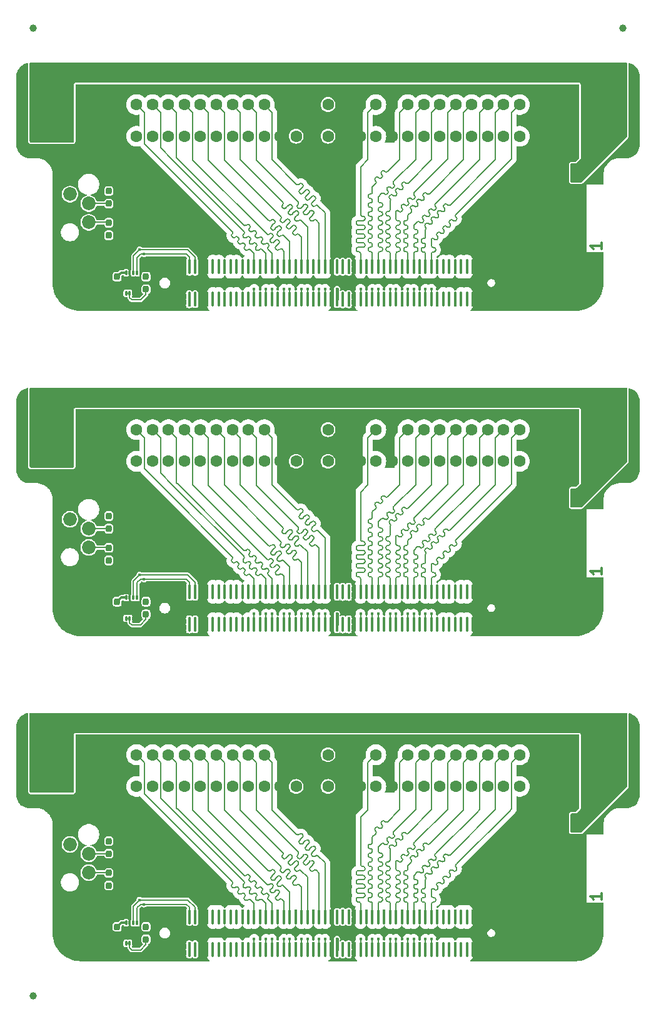
<source format=gtl>
G04 #@! TF.GenerationSoftware,KiCad,Pcbnew,8.0.6*
G04 #@! TF.CreationDate,2024-11-07T02:27:20-08:00*
G04 #@! TF.ProjectId,mse-50-ce-panel,6d73652d-3530-42d6-9365-2d70616e656c,1*
G04 #@! TF.SameCoordinates,Original*
G04 #@! TF.FileFunction,Copper,L1,Top*
G04 #@! TF.FilePolarity,Positive*
%FSLAX46Y46*%
G04 Gerber Fmt 4.6, Leading zero omitted, Abs format (unit mm)*
G04 Created by KiCad (PCBNEW 8.0.6) date 2024-11-07 02:27:20*
%MOMM*%
%LPD*%
G01*
G04 APERTURE LIST*
G04 Aperture macros list*
%AMRoundRect*
0 Rectangle with rounded corners*
0 $1 Rounding radius*
0 $2 $3 $4 $5 $6 $7 $8 $9 X,Y pos of 4 corners*
0 Add a 4 corners polygon primitive as box body*
4,1,4,$2,$3,$4,$5,$6,$7,$8,$9,$2,$3,0*
0 Add four circle primitives for the rounded corners*
1,1,$1+$1,$2,$3*
1,1,$1+$1,$4,$5*
1,1,$1+$1,$6,$7*
1,1,$1+$1,$8,$9*
0 Add four rect primitives between the rounded corners*
20,1,$1+$1,$2,$3,$4,$5,0*
20,1,$1+$1,$4,$5,$6,$7,0*
20,1,$1+$1,$6,$7,$8,$9,0*
20,1,$1+$1,$8,$9,$2,$3,0*%
G04 Aperture macros list end*
%ADD10C,0.300000*%
G04 #@! TA.AperFunction,NonConductor*
%ADD11C,0.300000*%
G04 #@! TD*
G04 #@! TA.AperFunction,SMDPad,CuDef*
%ADD12RoundRect,0.200000X0.200000X-0.250000X0.200000X0.250000X-0.200000X0.250000X-0.200000X-0.250000X0*%
G04 #@! TD*
G04 #@! TA.AperFunction,SMDPad,CuDef*
%ADD13RoundRect,0.100000X0.100000X0.900000X-0.100000X0.900000X-0.100000X-0.900000X0.100000X-0.900000X0*%
G04 #@! TD*
G04 #@! TA.AperFunction,ComponentPad*
%ADD14C,1.600000*%
G04 #@! TD*
G04 #@! TA.AperFunction,ComponentPad*
%ADD15C,4.650000*%
G04 #@! TD*
G04 #@! TA.AperFunction,SMDPad,CuDef*
%ADD16RoundRect,0.046875X0.103125X-0.253125X0.103125X0.253125X-0.103125X0.253125X-0.103125X-0.253125X0*%
G04 #@! TD*
G04 #@! TA.AperFunction,SMDPad,CuDef*
%ADD17RoundRect,0.250000X0.550000X-0.550000X0.550000X0.550000X-0.550000X0.550000X-0.550000X-0.550000X0*%
G04 #@! TD*
G04 #@! TA.AperFunction,SMDPad,CuDef*
%ADD18C,1.000000*%
G04 #@! TD*
G04 #@! TA.AperFunction,SMDPad,CuDef*
%ADD19RoundRect,0.200000X0.250000X0.200000X-0.250000X0.200000X-0.250000X-0.200000X0.250000X-0.200000X0*%
G04 #@! TD*
G04 #@! TA.AperFunction,SMDPad,CuDef*
%ADD20RoundRect,0.200000X-0.200000X0.250000X-0.200000X-0.250000X0.200000X-0.250000X0.200000X0.250000X0*%
G04 #@! TD*
G04 #@! TA.AperFunction,SMDPad,CuDef*
%ADD21RoundRect,0.200000X-0.250000X-0.200000X0.250000X-0.200000X0.250000X0.200000X-0.250000X0.200000X0*%
G04 #@! TD*
G04 #@! TA.AperFunction,ComponentPad*
%ADD22C,1.850000*%
G04 #@! TD*
G04 #@! TA.AperFunction,ComponentPad*
%ADD23C,6.400000*%
G04 #@! TD*
G04 #@! TA.AperFunction,ViaPad*
%ADD24C,0.450000*%
G04 #@! TD*
G04 #@! TA.AperFunction,Conductor*
%ADD25C,0.300000*%
G04 #@! TD*
G04 #@! TA.AperFunction,Conductor*
%ADD26C,0.151400*%
G04 #@! TD*
G04 #@! TA.AperFunction,Conductor*
%ADD27C,0.400000*%
G04 #@! TD*
G04 #@! TA.AperFunction,Conductor*
%ADD28C,0.200000*%
G04 #@! TD*
G04 APERTURE END LIST*
D10*
D11*
X-5399172Y104430573D02*
X-5399172Y103573430D01*
X-5399172Y104002001D02*
X-6899172Y104002001D01*
X-6899172Y104002001D02*
X-6684886Y103859144D01*
X-6684886Y103859144D02*
X-6542029Y103716287D01*
X-6542029Y103716287D02*
X-6470600Y103573430D01*
D10*
D11*
X-5399172Y16430573D02*
X-5399172Y15573430D01*
X-5399172Y16002001D02*
X-6899172Y16002001D01*
X-6899172Y16002001D02*
X-6684886Y15859144D01*
X-6684886Y15859144D02*
X-6542029Y15716287D01*
X-6542029Y15716287D02*
X-6470600Y15573430D01*
D10*
D11*
X-5399172Y60430573D02*
X-5399172Y59573430D01*
X-5399172Y60002001D02*
X-6899172Y60002001D01*
X-6899172Y60002001D02*
X-6684886Y59859144D01*
X-6684886Y59859144D02*
X-6542029Y59716287D01*
X-6542029Y59716287D02*
X-6470600Y59573430D01*
D12*
G04 #@! TO.P,C1,1*
G04 #@! TO.N,Board_0-GND*
X-70950000Y98152000D03*
G04 #@! TO.P,C1,2*
G04 #@! TO.N,Board_0-+3V3*
X-70950000Y99852000D03*
G04 #@! TD*
D13*
G04 #@! TO.P,J1,1,Pin_1*
G04 #@! TO.N,Board_1-GND*
X-62000000Y52802000D03*
G04 #@! TO.P,J1,2,Pin_2*
X-62000000Y57202000D03*
G04 #@! TO.P,J1,3,Pin_3*
G04 #@! TO.N,Board_1-+3V3*
X-61200000Y52802001D03*
G04 #@! TO.P,J1,4,Pin_4*
G04 #@! TO.N,Board_1-/PHY.ID_SDA*
X-61200000Y57201999D03*
G04 #@! TO.P,J1,5,Pin_5*
G04 #@! TO.N,Board_1-unconnected-(J1-Pin_5-Pad5)*
X-60400000Y52802000D03*
G04 #@! TO.P,J1,6,Pin_6*
G04 #@! TO.N,Board_1-/PHY.ID_SCL*
X-60400000Y57202000D03*
G04 #@! TO.P,J1,7,Pin_7*
G04 #@! TO.N,Board_1-GND*
X-59600001Y52802000D03*
G04 #@! TO.P,J1,8,Pin_8*
X-59600001Y57202000D03*
G04 #@! TO.P,J1,9,Pin_9*
X-58800000Y52802000D03*
G04 #@! TO.P,J1,10,Pin_10*
X-58800000Y57202000D03*
G04 #@! TO.P,J1,11,Pin_11*
G04 #@! TO.N,Board_1-/CON.DB12+*
X-58000000Y52802000D03*
G04 #@! TO.P,J1,12,Pin_12*
G04 #@! TO.N,Board_1-/CON.DB12-*
X-58000000Y57202000D03*
G04 #@! TO.P,J1,13,Pin_13*
G04 #@! TO.N,Board_1-/CON.DB13+*
X-57199999Y52802000D03*
G04 #@! TO.P,J1,14,Pin_14*
G04 #@! TO.N,Board_1-/CON.DB13-*
X-57199999Y57202000D03*
G04 #@! TO.P,J1,15,Pin_15*
G04 #@! TO.N,Board_1-GND*
X-56400000Y52802000D03*
G04 #@! TO.P,J1,16,Pin_16*
X-56400000Y57202000D03*
G04 #@! TO.P,J1,17,Pin_17*
G04 #@! TO.N,Board_1-/CON.DB14+*
X-55600000Y52802001D03*
G04 #@! TO.P,J1,18,Pin_18*
G04 #@! TO.N,Board_1-/CON.DB14-*
X-55600000Y57201999D03*
G04 #@! TO.P,J1,19,Pin_19*
G04 #@! TO.N,Board_1-/CON.DB15+*
X-54800000Y52802000D03*
G04 #@! TO.P,J1,20,Pin_20*
G04 #@! TO.N,Board_1-/CON.DB15-*
X-54800000Y57202000D03*
G04 #@! TO.P,J1,21,Pin_21*
G04 #@! TO.N,Board_1-GND*
X-54000000Y52802000D03*
G04 #@! TO.P,J1,22,Pin_22*
X-54000000Y57202000D03*
G04 #@! TO.P,J1,23,Pin_23*
G04 #@! TO.N,Board_1-/CON.DP1+*
X-53200000Y52802000D03*
G04 #@! TO.P,J1,24,Pin_24*
G04 #@! TO.N,Board_1-/CON.DP1-*
X-53200000Y57202000D03*
G04 #@! TO.P,J1,25,Pin_25*
G04 #@! TO.N,Board_1-/CON.DB0+*
X-52400000Y52802000D03*
G04 #@! TO.P,J1,26,Pin_26*
G04 #@! TO.N,Board_1-/CON.DB0-*
X-52400000Y57202000D03*
G04 #@! TO.P,J1,27,Pin_27*
G04 #@! TO.N,Board_1-GND*
X-51599999Y52802000D03*
G04 #@! TO.P,J1,28,Pin_28*
X-51599999Y57202000D03*
G04 #@! TO.P,J1,29,Pin_29*
G04 #@! TO.N,Board_1-/CON.DB1+*
X-50800000Y52802000D03*
G04 #@! TO.P,J1,30,Pin_30*
G04 #@! TO.N,Board_1-/CON.DB1-*
X-50800000Y57202000D03*
G04 #@! TO.P,J1,31,Pin_31*
G04 #@! TO.N,Board_1-/CON.DB2+*
X-50000000Y52802001D03*
G04 #@! TO.P,J1,32,Pin_32*
G04 #@! TO.N,Board_1-/CON.DB2-*
X-50000000Y57201999D03*
G04 #@! TO.P,J1,33,Pin_33*
G04 #@! TO.N,Board_1-GND*
X-49200000Y52802000D03*
G04 #@! TO.P,J1,34,Pin_34*
X-49200000Y57202000D03*
G04 #@! TO.P,J1,35,Pin_35*
G04 #@! TO.N,Board_1-/CON.DB3+*
X-48400000Y52802000D03*
G04 #@! TO.P,J1,36,Pin_36*
G04 #@! TO.N,Board_1-/CON.DB3-*
X-48400000Y57202000D03*
G04 #@! TO.P,J1,37,Pin_37*
G04 #@! TO.N,Board_1-/CON.DB4+*
X-47600000Y52802000D03*
G04 #@! TO.P,J1,38,Pin_38*
G04 #@! TO.N,Board_1-/CON.DB4-*
X-47600000Y57202000D03*
G04 #@! TO.P,J1,39,Pin_39*
G04 #@! TO.N,Board_1-GND*
X-46800000Y52802000D03*
G04 #@! TO.P,J1,40,Pin_40*
X-46800000Y57202000D03*
G04 #@! TO.P,J1,41,Pin_41*
G04 #@! TO.N,Board_1-/CON.DB5+*
X-45999999Y52802000D03*
G04 #@! TO.P,J1,42,Pin_42*
G04 #@! TO.N,Board_1-/CON.DB5-*
X-45999999Y57202000D03*
G04 #@! TO.P,J1,43,Pin_43*
G04 #@! TO.N,Board_1-/CON.DB6+*
X-45200000Y52802000D03*
G04 #@! TO.P,J1,44,Pin_44*
G04 #@! TO.N,Board_1-/CON.DB6-*
X-45200000Y57202000D03*
G04 #@! TO.P,J1,45,Pin_45*
G04 #@! TO.N,Board_1-GND*
X-44400000Y52802001D03*
G04 #@! TO.P,J1,46,Pin_46*
X-44400000Y57201999D03*
G04 #@! TO.P,J1,47,Pin_47*
G04 #@! TO.N,Board_1-/CON.DB7+*
X-43600000Y52802000D03*
G04 #@! TO.P,J1,48,Pin_48*
G04 #@! TO.N,Board_1-/CON.DB7-*
X-43600000Y57202000D03*
G04 #@! TO.P,J1,49,Pin_49*
G04 #@! TO.N,Board_1-/CON.DP0+*
X-42800000Y52802000D03*
G04 #@! TO.P,J1,50,Pin_50*
G04 #@! TO.N,Board_1-/CON.DP0-*
X-42800000Y57202000D03*
G04 #@! TO.P,J1,51,Pin_51*
G04 #@! TO.N,Board_1-GND*
X-42000000Y52802000D03*
G04 #@! TO.P,J1,52,Pin_52*
X-42000000Y57202000D03*
G04 #@! TO.P,J1,53,Pin_53*
G04 #@! TO.N,Board_1-/CON.DIFFSENSE*
X-41200000Y52802000D03*
G04 #@! TO.P,J1,54,Pin_54*
G04 #@! TO.N,Board_1-unconnected-(J1-Pin_54-Pad54)*
X-41200000Y57202000D03*
G04 #@! TO.P,J1,55,Pin_55*
G04 #@! TO.N,Board_1-/CON.TERMPWR*
X-40400000Y52802001D03*
G04 #@! TO.P,J1,56,Pin_56*
X-40400000Y57201999D03*
G04 #@! TO.P,J1,57,Pin_57*
X-39600000Y52802000D03*
G04 #@! TO.P,J1,58,Pin_58*
X-39600000Y57202000D03*
G04 #@! TO.P,J1,59,Pin_59*
G04 #@! TO.N,Board_1-GND*
X-38800001Y52802000D03*
G04 #@! TO.P,J1,60,Pin_60*
X-38800001Y57202000D03*
G04 #@! TO.P,J1,61,Pin_61*
G04 #@! TO.N,Board_1-/CON.ATN+*
X-38000000Y52802000D03*
G04 #@! TO.P,J1,62,Pin_62*
G04 #@! TO.N,Board_1-/CON.ATN-*
X-38000000Y57202000D03*
G04 #@! TO.P,J1,63,Pin_63*
G04 #@! TO.N,Board_1-GND*
X-37200000Y52802000D03*
G04 #@! TO.P,J1,64,Pin_64*
X-37200000Y57202000D03*
G04 #@! TO.P,J1,65,Pin_65*
G04 #@! TO.N,Board_1-/CON.BSY+*
X-36400000Y52802000D03*
G04 #@! TO.P,J1,66,Pin_66*
G04 #@! TO.N,Board_1-/CON.BSY-*
X-36400000Y57202000D03*
G04 #@! TO.P,J1,67,Pin_67*
G04 #@! TO.N,Board_1-/CON.ACK+*
X-35600000Y52802000D03*
G04 #@! TO.P,J1,68,Pin_68*
G04 #@! TO.N,Board_1-/CON.ACK-*
X-35600000Y57202000D03*
G04 #@! TO.P,J1,69,Pin_69*
G04 #@! TO.N,Board_1-GND*
X-34800000Y52802001D03*
G04 #@! TO.P,J1,70,Pin_70*
X-34800000Y57201999D03*
G04 #@! TO.P,J1,71,Pin_71*
G04 #@! TO.N,Board_1-/CON.RST+*
X-34000000Y52802000D03*
G04 #@! TO.P,J1,72,Pin_72*
G04 #@! TO.N,Board_1-/CON.RST-*
X-34000000Y57202000D03*
G04 #@! TO.P,J1,73,Pin_73*
G04 #@! TO.N,Board_1-/CON.MSG+*
X-33200001Y52802000D03*
G04 #@! TO.P,J1,74,Pin_74*
G04 #@! TO.N,Board_1-/CON.MSG-*
X-33200001Y57202000D03*
G04 #@! TO.P,J1,75,Pin_75*
G04 #@! TO.N,Board_1-GND*
X-32400000Y52802000D03*
G04 #@! TO.P,J1,76,Pin_76*
X-32400000Y57202000D03*
G04 #@! TO.P,J1,77,Pin_77*
G04 #@! TO.N,Board_1-/CON.SEL+*
X-31600000Y52802000D03*
G04 #@! TO.P,J1,78,Pin_78*
G04 #@! TO.N,Board_1-/CON.SEL-*
X-31600000Y57202000D03*
G04 #@! TO.P,J1,79,Pin_79*
G04 #@! TO.N,Board_1-/CON.C{slash}D+*
X-30800000Y52802000D03*
G04 #@! TO.P,J1,80,Pin_80*
G04 #@! TO.N,Board_1-/CON.C{slash}D-*
X-30800000Y57202000D03*
G04 #@! TO.P,J1,81,Pin_81*
G04 #@! TO.N,Board_1-GND*
X-30000000Y52802000D03*
G04 #@! TO.P,J1,82,Pin_82*
X-30000000Y57202000D03*
G04 #@! TO.P,J1,83,Pin_83*
G04 #@! TO.N,Board_1-/CON.REQ+*
X-29200000Y52802001D03*
G04 #@! TO.P,J1,84,Pin_84*
G04 #@! TO.N,Board_1-/CON.REQ-*
X-29200000Y57201999D03*
G04 #@! TO.P,J1,85,Pin_85*
G04 #@! TO.N,Board_1-/CON.I{slash}O+*
X-28400000Y52802000D03*
G04 #@! TO.P,J1,86,Pin_86*
G04 #@! TO.N,Board_1-/CON.I{slash}O-*
X-28400000Y57202000D03*
G04 #@! TO.P,J1,87,Pin_87*
G04 #@! TO.N,Board_1-GND*
X-27600001Y52802000D03*
G04 #@! TO.P,J1,88,Pin_88*
X-27600001Y57202000D03*
G04 #@! TO.P,J1,89,Pin_89*
G04 #@! TO.N,Board_1-/CON.DB8+*
X-26800000Y52802000D03*
G04 #@! TO.P,J1,90,Pin_90*
G04 #@! TO.N,Board_1-/CON.DB8-*
X-26800000Y57202000D03*
G04 #@! TO.P,J1,91,Pin_91*
G04 #@! TO.N,Board_1-/CON.DB9+*
X-26000000Y52802000D03*
G04 #@! TO.P,J1,92,Pin_92*
G04 #@! TO.N,Board_1-/CON.DB9-*
X-26000000Y57202000D03*
G04 #@! TO.P,J1,93,Pin_93*
G04 #@! TO.N,Board_1-GND*
X-25199999Y52802000D03*
G04 #@! TO.P,J1,94,Pin_94*
X-25199999Y57202000D03*
G04 #@! TO.P,J1,95,Pin_95*
G04 #@! TO.N,Board_1-/CON.DB10+*
X-24400000Y52802000D03*
G04 #@! TO.P,J1,96,Pin_96*
G04 #@! TO.N,Board_1-/CON.DB10-*
X-24400000Y57202000D03*
G04 #@! TO.P,J1,97,Pin_97*
G04 #@! TO.N,Board_1-/CON.DB11+*
X-23600000Y52802001D03*
G04 #@! TO.P,J1,98,Pin_98*
G04 #@! TO.N,Board_1-/CON.DB11-*
X-23600000Y57201999D03*
G04 #@! TO.P,J1,99,Pin_99*
G04 #@! TO.N,Board_1-GND*
X-22800000Y52802000D03*
G04 #@! TO.P,J1,100,Pin_100*
X-22800000Y57202000D03*
G04 #@! TD*
D12*
G04 #@! TO.P,R3,1*
G04 #@! TO.N,Board_2-+3V3*
X-72100000Y17452000D03*
G04 #@! TO.P,R3,2*
G04 #@! TO.N,Board_2-/PHY.ID_SCL*
X-72100000Y19152000D03*
G04 #@! TD*
D14*
G04 #@! TO.P,J5,1,Pin_1*
G04 #@! TO.N,Board_2-/CON.DB0+*
X-68320000Y30857000D03*
G04 #@! TO.P,J5,2,Pin_2*
G04 #@! TO.N,Board_2-/CON.DB1+*
X-66160000Y30857000D03*
G04 #@! TO.P,J5,3,Pin_3*
G04 #@! TO.N,Board_2-/CON.DB2+*
X-64000000Y30857000D03*
G04 #@! TO.P,J5,4,Pin_4*
G04 #@! TO.N,Board_2-/CON.DB3+*
X-61840000Y30857000D03*
G04 #@! TO.P,J5,5,Pin_5*
G04 #@! TO.N,Board_2-/CON.DB4+*
X-59680000Y30857000D03*
G04 #@! TO.P,J5,6,Pin_6*
G04 #@! TO.N,Board_2-/CON.DB5+*
X-57520000Y30857000D03*
G04 #@! TO.P,J5,7,Pin_7*
G04 #@! TO.N,Board_2-/CON.DB6+*
X-55360000Y30857000D03*
G04 #@! TO.P,J5,8,Pin_8*
G04 #@! TO.N,Board_2-/CON.DB7+*
X-53200000Y30857000D03*
G04 #@! TO.P,J5,9,Pin_9*
G04 #@! TO.N,Board_2-/CON.DP0+*
X-51040000Y30857000D03*
G04 #@! TO.P,J5,10,Pin_10*
G04 #@! TO.N,Board_2-GND*
X-48880000Y30857000D03*
G04 #@! TO.P,J5,11,Pin_11*
G04 #@! TO.N,Board_2-/CON.DIFFSENSE*
X-46720000Y30857000D03*
G04 #@! TO.P,J5,12,Pin_12*
G04 #@! TO.N,Board_2-GND*
X-44560000Y30857000D03*
G04 #@! TO.P,J5,13,Pin_13*
G04 #@! TO.N,Board_2-unconnected-(J5-Pin_13-Pad13)*
X-42400000Y30857000D03*
G04 #@! TO.P,J5,14,Pin_14*
G04 #@! TO.N,Board_2-GND*
X-40240000Y30857000D03*
G04 #@! TO.P,J5,15,Pin_15*
X-38080000Y30857000D03*
G04 #@! TO.P,J5,16,Pin_16*
G04 #@! TO.N,Board_2-/CON.ATN+*
X-35920000Y30857000D03*
G04 #@! TO.P,J5,17,Pin_17*
G04 #@! TO.N,Board_2-GND*
X-33760000Y30857000D03*
G04 #@! TO.P,J5,18,Pin_18*
G04 #@! TO.N,Board_2-/CON.BSY+*
X-31600000Y30857000D03*
G04 #@! TO.P,J5,19,Pin_19*
G04 #@! TO.N,Board_2-/CON.ACK+*
X-29440000Y30857000D03*
G04 #@! TO.P,J5,20,Pin_20*
G04 #@! TO.N,Board_2-/CON.RST+*
X-27280000Y30857000D03*
G04 #@! TO.P,J5,21,Pin_21*
G04 #@! TO.N,Board_2-/CON.MSG+*
X-25120000Y30857000D03*
G04 #@! TO.P,J5,22,Pin_22*
G04 #@! TO.N,Board_2-/CON.SEL+*
X-22960000Y30857000D03*
G04 #@! TO.P,J5,23,Pin_23*
G04 #@! TO.N,Board_2-/CON.C{slash}D+*
X-20800000Y30857000D03*
G04 #@! TO.P,J5,24,Pin_24*
G04 #@! TO.N,Board_2-/CON.REQ+*
X-18640000Y30857000D03*
G04 #@! TO.P,J5,25,Pin_25*
G04 #@! TO.N,Board_2-/CON.I{slash}O+*
X-16480000Y30857000D03*
G04 #@! TO.P,J5,26,Pin_26*
G04 #@! TO.N,Board_2-/CON.DB0-*
X-68320000Y35147000D03*
G04 #@! TO.P,J5,27,Pin_27*
G04 #@! TO.N,Board_2-/CON.DB1-*
X-66160000Y35147000D03*
G04 #@! TO.P,J5,28,Pin_28*
G04 #@! TO.N,Board_2-/CON.DB2-*
X-64000000Y35147000D03*
G04 #@! TO.P,J5,29,Pin_29*
G04 #@! TO.N,Board_2-/CON.DB3-*
X-61840000Y35147000D03*
G04 #@! TO.P,J5,30,Pin_30*
G04 #@! TO.N,Board_2-/CON.DB4-*
X-59680000Y35147000D03*
G04 #@! TO.P,J5,31,Pin_31*
G04 #@! TO.N,Board_2-/CON.DB5-*
X-57520000Y35147000D03*
G04 #@! TO.P,J5,32,Pin_32*
G04 #@! TO.N,Board_2-/CON.DB6-*
X-55360000Y35147000D03*
G04 #@! TO.P,J5,33,Pin_33*
G04 #@! TO.N,Board_2-/CON.DB7-*
X-53200000Y35147000D03*
G04 #@! TO.P,J5,34,Pin_34*
G04 #@! TO.N,Board_2-/CON.DP0-*
X-51040000Y35147000D03*
G04 #@! TO.P,J5,35,Pin_35*
G04 #@! TO.N,Board_2-GND*
X-48880000Y35147000D03*
G04 #@! TO.P,J5,36,Pin_36*
X-46720000Y35147000D03*
G04 #@! TO.P,J5,37,Pin_37*
X-44560000Y35147000D03*
G04 #@! TO.P,J5,38,Pin_38*
G04 #@! TO.N,Board_2-/CON.TERMPWR*
X-42400000Y35147000D03*
G04 #@! TO.P,J5,39,Pin_39*
G04 #@! TO.N,Board_2-GND*
X-40240000Y35147000D03*
G04 #@! TO.P,J5,40,Pin_40*
X-38080000Y35147000D03*
G04 #@! TO.P,J5,41,Pin_41*
G04 #@! TO.N,Board_2-/CON.ATN-*
X-35920000Y35147000D03*
G04 #@! TO.P,J5,42,Pin_42*
G04 #@! TO.N,Board_2-GND*
X-33760000Y35147000D03*
G04 #@! TO.P,J5,43,Pin_43*
G04 #@! TO.N,Board_2-/CON.BSY-*
X-31600000Y35147000D03*
G04 #@! TO.P,J5,44,Pin_44*
G04 #@! TO.N,Board_2-/CON.ACK-*
X-29440000Y35147000D03*
G04 #@! TO.P,J5,45,Pin_45*
G04 #@! TO.N,Board_2-/CON.RST-*
X-27280000Y35147000D03*
G04 #@! TO.P,J5,46,Pin_46*
G04 #@! TO.N,Board_2-/CON.MSG-*
X-25120000Y35147000D03*
G04 #@! TO.P,J5,47,Pin_47*
G04 #@! TO.N,Board_2-/CON.SEL-*
X-22960000Y35147000D03*
G04 #@! TO.P,J5,48,Pin_48*
G04 #@! TO.N,Board_2-/CON.C{slash}D-*
X-20800000Y35147000D03*
G04 #@! TO.P,J5,49,Pin_49*
G04 #@! TO.N,Board_2-/CON.REQ-*
X-18640000Y35147000D03*
G04 #@! TO.P,J5,50,Pin_50*
G04 #@! TO.N,Board_2-/CON.I{slash}O-*
X-16480000Y35147000D03*
D15*
G04 #@! TO.P,J5,SHIELD,SHIELD*
G04 #@! TO.N,Board_2-Net-(C2-Pad2)*
X-4975000Y33002000D03*
X-79825000Y33002000D03*
G04 #@! TD*
D12*
G04 #@! TO.P,R3,1*
G04 #@! TO.N,Board_1-+3V3*
X-72100000Y61452000D03*
G04 #@! TO.P,R3,2*
G04 #@! TO.N,Board_1-/PHY.ID_SCL*
X-72100000Y63152000D03*
G04 #@! TD*
D16*
G04 #@! TO.P,U1,1,E0*
G04 #@! TO.N,Board_1-Net-(U1-E0)*
X-69750001Y53602000D03*
G04 #@! TO.P,U1,2,E1*
X-69250000Y53602000D03*
G04 #@! TO.P,U1,3,E2*
G04 #@! TO.N,Board_1-GND*
X-68750000Y53602000D03*
G04 #@! TO.P,U1,4,VSS*
X-68249999Y53602000D03*
G04 #@! TO.P,U1,5,SDA*
G04 #@! TO.N,Board_1-/PHY.ID_SDA*
X-68249999Y56402000D03*
G04 #@! TO.P,U1,6,SCL*
G04 #@! TO.N,Board_1-/PHY.ID_SCL*
X-68750000Y56402000D03*
G04 #@! TO.P,U1,7,~{WC}*
G04 #@! TO.N,Board_1-GND*
X-69250000Y56402000D03*
G04 #@! TO.P,U1,8,VCC*
G04 #@! TO.N,Board_1-+3V3*
X-69750001Y56402000D03*
D17*
G04 #@! TO.P,U1,EP,VSS*
G04 #@! TO.N,Board_1-GND*
X-69000000Y55002000D03*
G04 #@! TD*
D12*
G04 #@! TO.P,C1,1*
G04 #@! TO.N,Board_1-GND*
X-70950000Y54152000D03*
G04 #@! TO.P,C1,2*
G04 #@! TO.N,Board_1-+3V3*
X-70950000Y55852000D03*
G04 #@! TD*
D18*
G04 #@! TO.P,KiKit_FID_T_1,*
G04 #@! TO.N,*
X-82300000Y133503500D03*
G04 #@! TD*
D19*
G04 #@! TO.P,R4,1*
G04 #@! TO.N,Board_1-Net-(C2-Pad2)*
X-8950000Y69202000D03*
G04 #@! TO.P,R4,2*
G04 #@! TO.N,Board_1-GND*
X-10650000Y69202000D03*
G04 #@! TD*
D20*
G04 #@! TO.P,R2,1*
G04 #@! TO.N,Board_0-+3V3*
X-72100000Y111452000D03*
G04 #@! TO.P,R2,2*
G04 #@! TO.N,Board_0-/PHY.ID_SDA*
X-72100000Y109752000D03*
G04 #@! TD*
D21*
G04 #@! TO.P,C2,1*
G04 #@! TO.N,Board_0-GND*
X-10650000Y114602000D03*
G04 #@! TO.P,C2,2*
G04 #@! TO.N,Board_0-Net-(C2-Pad2)*
X-8950000Y114602000D03*
G04 #@! TD*
D22*
G04 #@! TO.P,J3,1,Pin_1*
G04 #@! TO.N,Board_1-+3V3*
X-77340000Y67012000D03*
G04 #@! TO.P,J3,2,Pin_2*
G04 #@! TO.N,Board_1-/PHY.ID_SDA*
X-74800000Y65742000D03*
G04 #@! TO.P,J3,3,Pin_3*
G04 #@! TO.N,Board_1-GND*
X-77340000Y64472000D03*
G04 #@! TO.P,J3,4,Pin_4*
G04 #@! TO.N,Board_1-/PHY.ID_SCL*
X-74800000Y63202000D03*
G04 #@! TD*
D12*
G04 #@! TO.P,R1,1*
G04 #@! TO.N,Board_2-Net-(U1-E0)*
X-67050000Y10152000D03*
G04 #@! TO.P,R1,2*
G04 #@! TO.N,Board_2-+3V3*
X-67050000Y11852000D03*
G04 #@! TD*
D22*
G04 #@! TO.P,J3,1,Pin_1*
G04 #@! TO.N,Board_0-+3V3*
X-77340000Y111012000D03*
G04 #@! TO.P,J3,2,Pin_2*
G04 #@! TO.N,Board_0-/PHY.ID_SDA*
X-74800000Y109742000D03*
G04 #@! TO.P,J3,3,Pin_3*
G04 #@! TO.N,Board_0-GND*
X-77340000Y108472000D03*
G04 #@! TO.P,J3,4,Pin_4*
G04 #@! TO.N,Board_0-/PHY.ID_SCL*
X-74800000Y107202000D03*
G04 #@! TD*
D18*
G04 #@! TO.P,KiKit_FID_T_2,*
G04 #@! TO.N,*
X-2500000Y133503500D03*
G04 #@! TD*
D21*
G04 #@! TO.P,C2,1*
G04 #@! TO.N,Board_1-GND*
X-10650000Y70602000D03*
G04 #@! TO.P,C2,2*
G04 #@! TO.N,Board_1-Net-(C2-Pad2)*
X-8950000Y70602000D03*
G04 #@! TD*
D12*
G04 #@! TO.P,R3,1*
G04 #@! TO.N,Board_0-+3V3*
X-72100000Y105452000D03*
G04 #@! TO.P,R3,2*
G04 #@! TO.N,Board_0-/PHY.ID_SCL*
X-72100000Y107152000D03*
G04 #@! TD*
D23*
G04 #@! TO.P,H3,1,1*
G04 #@! TO.N,Board_0-GND*
X-75900000Y99002000D03*
G04 #@! TD*
D13*
G04 #@! TO.P,J1,1,Pin_1*
G04 #@! TO.N,Board_0-GND*
X-62000000Y96802000D03*
G04 #@! TO.P,J1,2,Pin_2*
X-62000000Y101202000D03*
G04 #@! TO.P,J1,3,Pin_3*
G04 #@! TO.N,Board_0-+3V3*
X-61200000Y96802001D03*
G04 #@! TO.P,J1,4,Pin_4*
G04 #@! TO.N,Board_0-/PHY.ID_SDA*
X-61200000Y101201999D03*
G04 #@! TO.P,J1,5,Pin_5*
G04 #@! TO.N,Board_0-unconnected-(J1-Pin_5-Pad5)*
X-60400000Y96802000D03*
G04 #@! TO.P,J1,6,Pin_6*
G04 #@! TO.N,Board_0-/PHY.ID_SCL*
X-60400000Y101202000D03*
G04 #@! TO.P,J1,7,Pin_7*
G04 #@! TO.N,Board_0-GND*
X-59600001Y96802000D03*
G04 #@! TO.P,J1,8,Pin_8*
X-59600001Y101202000D03*
G04 #@! TO.P,J1,9,Pin_9*
X-58800000Y96802000D03*
G04 #@! TO.P,J1,10,Pin_10*
X-58800000Y101202000D03*
G04 #@! TO.P,J1,11,Pin_11*
G04 #@! TO.N,Board_0-/CON.DB12+*
X-58000000Y96802000D03*
G04 #@! TO.P,J1,12,Pin_12*
G04 #@! TO.N,Board_0-/CON.DB12-*
X-58000000Y101202000D03*
G04 #@! TO.P,J1,13,Pin_13*
G04 #@! TO.N,Board_0-/CON.DB13+*
X-57199999Y96802000D03*
G04 #@! TO.P,J1,14,Pin_14*
G04 #@! TO.N,Board_0-/CON.DB13-*
X-57199999Y101202000D03*
G04 #@! TO.P,J1,15,Pin_15*
G04 #@! TO.N,Board_0-GND*
X-56400000Y96802000D03*
G04 #@! TO.P,J1,16,Pin_16*
X-56400000Y101202000D03*
G04 #@! TO.P,J1,17,Pin_17*
G04 #@! TO.N,Board_0-/CON.DB14+*
X-55600000Y96802001D03*
G04 #@! TO.P,J1,18,Pin_18*
G04 #@! TO.N,Board_0-/CON.DB14-*
X-55600000Y101201999D03*
G04 #@! TO.P,J1,19,Pin_19*
G04 #@! TO.N,Board_0-/CON.DB15+*
X-54800000Y96802000D03*
G04 #@! TO.P,J1,20,Pin_20*
G04 #@! TO.N,Board_0-/CON.DB15-*
X-54800000Y101202000D03*
G04 #@! TO.P,J1,21,Pin_21*
G04 #@! TO.N,Board_0-GND*
X-54000000Y96802000D03*
G04 #@! TO.P,J1,22,Pin_22*
X-54000000Y101202000D03*
G04 #@! TO.P,J1,23,Pin_23*
G04 #@! TO.N,Board_0-/CON.DP1+*
X-53200000Y96802000D03*
G04 #@! TO.P,J1,24,Pin_24*
G04 #@! TO.N,Board_0-/CON.DP1-*
X-53200000Y101202000D03*
G04 #@! TO.P,J1,25,Pin_25*
G04 #@! TO.N,Board_0-/CON.DB0+*
X-52400000Y96802000D03*
G04 #@! TO.P,J1,26,Pin_26*
G04 #@! TO.N,Board_0-/CON.DB0-*
X-52400000Y101202000D03*
G04 #@! TO.P,J1,27,Pin_27*
G04 #@! TO.N,Board_0-GND*
X-51599999Y96802000D03*
G04 #@! TO.P,J1,28,Pin_28*
X-51599999Y101202000D03*
G04 #@! TO.P,J1,29,Pin_29*
G04 #@! TO.N,Board_0-/CON.DB1+*
X-50800000Y96802000D03*
G04 #@! TO.P,J1,30,Pin_30*
G04 #@! TO.N,Board_0-/CON.DB1-*
X-50800000Y101202000D03*
G04 #@! TO.P,J1,31,Pin_31*
G04 #@! TO.N,Board_0-/CON.DB2+*
X-50000000Y96802001D03*
G04 #@! TO.P,J1,32,Pin_32*
G04 #@! TO.N,Board_0-/CON.DB2-*
X-50000000Y101201999D03*
G04 #@! TO.P,J1,33,Pin_33*
G04 #@! TO.N,Board_0-GND*
X-49200000Y96802000D03*
G04 #@! TO.P,J1,34,Pin_34*
X-49200000Y101202000D03*
G04 #@! TO.P,J1,35,Pin_35*
G04 #@! TO.N,Board_0-/CON.DB3+*
X-48400000Y96802000D03*
G04 #@! TO.P,J1,36,Pin_36*
G04 #@! TO.N,Board_0-/CON.DB3-*
X-48400000Y101202000D03*
G04 #@! TO.P,J1,37,Pin_37*
G04 #@! TO.N,Board_0-/CON.DB4+*
X-47600000Y96802000D03*
G04 #@! TO.P,J1,38,Pin_38*
G04 #@! TO.N,Board_0-/CON.DB4-*
X-47600000Y101202000D03*
G04 #@! TO.P,J1,39,Pin_39*
G04 #@! TO.N,Board_0-GND*
X-46800000Y96802000D03*
G04 #@! TO.P,J1,40,Pin_40*
X-46800000Y101202000D03*
G04 #@! TO.P,J1,41,Pin_41*
G04 #@! TO.N,Board_0-/CON.DB5+*
X-45999999Y96802000D03*
G04 #@! TO.P,J1,42,Pin_42*
G04 #@! TO.N,Board_0-/CON.DB5-*
X-45999999Y101202000D03*
G04 #@! TO.P,J1,43,Pin_43*
G04 #@! TO.N,Board_0-/CON.DB6+*
X-45200000Y96802000D03*
G04 #@! TO.P,J1,44,Pin_44*
G04 #@! TO.N,Board_0-/CON.DB6-*
X-45200000Y101202000D03*
G04 #@! TO.P,J1,45,Pin_45*
G04 #@! TO.N,Board_0-GND*
X-44400000Y96802001D03*
G04 #@! TO.P,J1,46,Pin_46*
X-44400000Y101201999D03*
G04 #@! TO.P,J1,47,Pin_47*
G04 #@! TO.N,Board_0-/CON.DB7+*
X-43600000Y96802000D03*
G04 #@! TO.P,J1,48,Pin_48*
G04 #@! TO.N,Board_0-/CON.DB7-*
X-43600000Y101202000D03*
G04 #@! TO.P,J1,49,Pin_49*
G04 #@! TO.N,Board_0-/CON.DP0+*
X-42800000Y96802000D03*
G04 #@! TO.P,J1,50,Pin_50*
G04 #@! TO.N,Board_0-/CON.DP0-*
X-42800000Y101202000D03*
G04 #@! TO.P,J1,51,Pin_51*
G04 #@! TO.N,Board_0-GND*
X-42000000Y96802000D03*
G04 #@! TO.P,J1,52,Pin_52*
X-42000000Y101202000D03*
G04 #@! TO.P,J1,53,Pin_53*
G04 #@! TO.N,Board_0-/CON.DIFFSENSE*
X-41200000Y96802000D03*
G04 #@! TO.P,J1,54,Pin_54*
G04 #@! TO.N,Board_0-unconnected-(J1-Pin_54-Pad54)*
X-41200000Y101202000D03*
G04 #@! TO.P,J1,55,Pin_55*
G04 #@! TO.N,Board_0-/CON.TERMPWR*
X-40400000Y96802001D03*
G04 #@! TO.P,J1,56,Pin_56*
X-40400000Y101201999D03*
G04 #@! TO.P,J1,57,Pin_57*
X-39600000Y96802000D03*
G04 #@! TO.P,J1,58,Pin_58*
X-39600000Y101202000D03*
G04 #@! TO.P,J1,59,Pin_59*
G04 #@! TO.N,Board_0-GND*
X-38800001Y96802000D03*
G04 #@! TO.P,J1,60,Pin_60*
X-38800001Y101202000D03*
G04 #@! TO.P,J1,61,Pin_61*
G04 #@! TO.N,Board_0-/CON.ATN+*
X-38000000Y96802000D03*
G04 #@! TO.P,J1,62,Pin_62*
G04 #@! TO.N,Board_0-/CON.ATN-*
X-38000000Y101202000D03*
G04 #@! TO.P,J1,63,Pin_63*
G04 #@! TO.N,Board_0-GND*
X-37200000Y96802000D03*
G04 #@! TO.P,J1,64,Pin_64*
X-37200000Y101202000D03*
G04 #@! TO.P,J1,65,Pin_65*
G04 #@! TO.N,Board_0-/CON.BSY+*
X-36400000Y96802000D03*
G04 #@! TO.P,J1,66,Pin_66*
G04 #@! TO.N,Board_0-/CON.BSY-*
X-36400000Y101202000D03*
G04 #@! TO.P,J1,67,Pin_67*
G04 #@! TO.N,Board_0-/CON.ACK+*
X-35600000Y96802000D03*
G04 #@! TO.P,J1,68,Pin_68*
G04 #@! TO.N,Board_0-/CON.ACK-*
X-35600000Y101202000D03*
G04 #@! TO.P,J1,69,Pin_69*
G04 #@! TO.N,Board_0-GND*
X-34800000Y96802001D03*
G04 #@! TO.P,J1,70,Pin_70*
X-34800000Y101201999D03*
G04 #@! TO.P,J1,71,Pin_71*
G04 #@! TO.N,Board_0-/CON.RST+*
X-34000000Y96802000D03*
G04 #@! TO.P,J1,72,Pin_72*
G04 #@! TO.N,Board_0-/CON.RST-*
X-34000000Y101202000D03*
G04 #@! TO.P,J1,73,Pin_73*
G04 #@! TO.N,Board_0-/CON.MSG+*
X-33200001Y96802000D03*
G04 #@! TO.P,J1,74,Pin_74*
G04 #@! TO.N,Board_0-/CON.MSG-*
X-33200001Y101202000D03*
G04 #@! TO.P,J1,75,Pin_75*
G04 #@! TO.N,Board_0-GND*
X-32400000Y96802000D03*
G04 #@! TO.P,J1,76,Pin_76*
X-32400000Y101202000D03*
G04 #@! TO.P,J1,77,Pin_77*
G04 #@! TO.N,Board_0-/CON.SEL+*
X-31600000Y96802000D03*
G04 #@! TO.P,J1,78,Pin_78*
G04 #@! TO.N,Board_0-/CON.SEL-*
X-31600000Y101202000D03*
G04 #@! TO.P,J1,79,Pin_79*
G04 #@! TO.N,Board_0-/CON.C{slash}D+*
X-30800000Y96802000D03*
G04 #@! TO.P,J1,80,Pin_80*
G04 #@! TO.N,Board_0-/CON.C{slash}D-*
X-30800000Y101202000D03*
G04 #@! TO.P,J1,81,Pin_81*
G04 #@! TO.N,Board_0-GND*
X-30000000Y96802000D03*
G04 #@! TO.P,J1,82,Pin_82*
X-30000000Y101202000D03*
G04 #@! TO.P,J1,83,Pin_83*
G04 #@! TO.N,Board_0-/CON.REQ+*
X-29200000Y96802001D03*
G04 #@! TO.P,J1,84,Pin_84*
G04 #@! TO.N,Board_0-/CON.REQ-*
X-29200000Y101201999D03*
G04 #@! TO.P,J1,85,Pin_85*
G04 #@! TO.N,Board_0-/CON.I{slash}O+*
X-28400000Y96802000D03*
G04 #@! TO.P,J1,86,Pin_86*
G04 #@! TO.N,Board_0-/CON.I{slash}O-*
X-28400000Y101202000D03*
G04 #@! TO.P,J1,87,Pin_87*
G04 #@! TO.N,Board_0-GND*
X-27600001Y96802000D03*
G04 #@! TO.P,J1,88,Pin_88*
X-27600001Y101202000D03*
G04 #@! TO.P,J1,89,Pin_89*
G04 #@! TO.N,Board_0-/CON.DB8+*
X-26800000Y96802000D03*
G04 #@! TO.P,J1,90,Pin_90*
G04 #@! TO.N,Board_0-/CON.DB8-*
X-26800000Y101202000D03*
G04 #@! TO.P,J1,91,Pin_91*
G04 #@! TO.N,Board_0-/CON.DB9+*
X-26000000Y96802000D03*
G04 #@! TO.P,J1,92,Pin_92*
G04 #@! TO.N,Board_0-/CON.DB9-*
X-26000000Y101202000D03*
G04 #@! TO.P,J1,93,Pin_93*
G04 #@! TO.N,Board_0-GND*
X-25199999Y96802000D03*
G04 #@! TO.P,J1,94,Pin_94*
X-25199999Y101202000D03*
G04 #@! TO.P,J1,95,Pin_95*
G04 #@! TO.N,Board_0-/CON.DB10+*
X-24400000Y96802000D03*
G04 #@! TO.P,J1,96,Pin_96*
G04 #@! TO.N,Board_0-/CON.DB10-*
X-24400000Y101202000D03*
G04 #@! TO.P,J1,97,Pin_97*
G04 #@! TO.N,Board_0-/CON.DB11+*
X-23600000Y96802001D03*
G04 #@! TO.P,J1,98,Pin_98*
G04 #@! TO.N,Board_0-/CON.DB11-*
X-23600000Y101201999D03*
G04 #@! TO.P,J1,99,Pin_99*
G04 #@! TO.N,Board_0-GND*
X-22800000Y96802000D03*
G04 #@! TO.P,J1,100,Pin_100*
X-22800000Y101202000D03*
G04 #@! TD*
D19*
G04 #@! TO.P,R4,1*
G04 #@! TO.N,Board_0-Net-(C2-Pad2)*
X-8950000Y113202000D03*
G04 #@! TO.P,R4,2*
G04 #@! TO.N,Board_0-GND*
X-10650000Y113202000D03*
G04 #@! TD*
D14*
G04 #@! TO.P,J5,1,Pin_1*
G04 #@! TO.N,Board_1-/CON.DB0+*
X-68320000Y74857000D03*
G04 #@! TO.P,J5,2,Pin_2*
G04 #@! TO.N,Board_1-/CON.DB1+*
X-66160000Y74857000D03*
G04 #@! TO.P,J5,3,Pin_3*
G04 #@! TO.N,Board_1-/CON.DB2+*
X-64000000Y74857000D03*
G04 #@! TO.P,J5,4,Pin_4*
G04 #@! TO.N,Board_1-/CON.DB3+*
X-61840000Y74857000D03*
G04 #@! TO.P,J5,5,Pin_5*
G04 #@! TO.N,Board_1-/CON.DB4+*
X-59680000Y74857000D03*
G04 #@! TO.P,J5,6,Pin_6*
G04 #@! TO.N,Board_1-/CON.DB5+*
X-57520000Y74857000D03*
G04 #@! TO.P,J5,7,Pin_7*
G04 #@! TO.N,Board_1-/CON.DB6+*
X-55360000Y74857000D03*
G04 #@! TO.P,J5,8,Pin_8*
G04 #@! TO.N,Board_1-/CON.DB7+*
X-53200000Y74857000D03*
G04 #@! TO.P,J5,9,Pin_9*
G04 #@! TO.N,Board_1-/CON.DP0+*
X-51040000Y74857000D03*
G04 #@! TO.P,J5,10,Pin_10*
G04 #@! TO.N,Board_1-GND*
X-48880000Y74857000D03*
G04 #@! TO.P,J5,11,Pin_11*
G04 #@! TO.N,Board_1-/CON.DIFFSENSE*
X-46720000Y74857000D03*
G04 #@! TO.P,J5,12,Pin_12*
G04 #@! TO.N,Board_1-GND*
X-44560000Y74857000D03*
G04 #@! TO.P,J5,13,Pin_13*
G04 #@! TO.N,Board_1-unconnected-(J5-Pin_13-Pad13)*
X-42400000Y74857000D03*
G04 #@! TO.P,J5,14,Pin_14*
G04 #@! TO.N,Board_1-GND*
X-40240000Y74857000D03*
G04 #@! TO.P,J5,15,Pin_15*
X-38080000Y74857000D03*
G04 #@! TO.P,J5,16,Pin_16*
G04 #@! TO.N,Board_1-/CON.ATN+*
X-35920000Y74857000D03*
G04 #@! TO.P,J5,17,Pin_17*
G04 #@! TO.N,Board_1-GND*
X-33760000Y74857000D03*
G04 #@! TO.P,J5,18,Pin_18*
G04 #@! TO.N,Board_1-/CON.BSY+*
X-31600000Y74857000D03*
G04 #@! TO.P,J5,19,Pin_19*
G04 #@! TO.N,Board_1-/CON.ACK+*
X-29440000Y74857000D03*
G04 #@! TO.P,J5,20,Pin_20*
G04 #@! TO.N,Board_1-/CON.RST+*
X-27280000Y74857000D03*
G04 #@! TO.P,J5,21,Pin_21*
G04 #@! TO.N,Board_1-/CON.MSG+*
X-25120000Y74857000D03*
G04 #@! TO.P,J5,22,Pin_22*
G04 #@! TO.N,Board_1-/CON.SEL+*
X-22960000Y74857000D03*
G04 #@! TO.P,J5,23,Pin_23*
G04 #@! TO.N,Board_1-/CON.C{slash}D+*
X-20800000Y74857000D03*
G04 #@! TO.P,J5,24,Pin_24*
G04 #@! TO.N,Board_1-/CON.REQ+*
X-18640000Y74857000D03*
G04 #@! TO.P,J5,25,Pin_25*
G04 #@! TO.N,Board_1-/CON.I{slash}O+*
X-16480000Y74857000D03*
G04 #@! TO.P,J5,26,Pin_26*
G04 #@! TO.N,Board_1-/CON.DB0-*
X-68320000Y79147000D03*
G04 #@! TO.P,J5,27,Pin_27*
G04 #@! TO.N,Board_1-/CON.DB1-*
X-66160000Y79147000D03*
G04 #@! TO.P,J5,28,Pin_28*
G04 #@! TO.N,Board_1-/CON.DB2-*
X-64000000Y79147000D03*
G04 #@! TO.P,J5,29,Pin_29*
G04 #@! TO.N,Board_1-/CON.DB3-*
X-61840000Y79147000D03*
G04 #@! TO.P,J5,30,Pin_30*
G04 #@! TO.N,Board_1-/CON.DB4-*
X-59680000Y79147000D03*
G04 #@! TO.P,J5,31,Pin_31*
G04 #@! TO.N,Board_1-/CON.DB5-*
X-57520000Y79147000D03*
G04 #@! TO.P,J5,32,Pin_32*
G04 #@! TO.N,Board_1-/CON.DB6-*
X-55360000Y79147000D03*
G04 #@! TO.P,J5,33,Pin_33*
G04 #@! TO.N,Board_1-/CON.DB7-*
X-53200000Y79147000D03*
G04 #@! TO.P,J5,34,Pin_34*
G04 #@! TO.N,Board_1-/CON.DP0-*
X-51040000Y79147000D03*
G04 #@! TO.P,J5,35,Pin_35*
G04 #@! TO.N,Board_1-GND*
X-48880000Y79147000D03*
G04 #@! TO.P,J5,36,Pin_36*
X-46720000Y79147000D03*
G04 #@! TO.P,J5,37,Pin_37*
X-44560000Y79147000D03*
G04 #@! TO.P,J5,38,Pin_38*
G04 #@! TO.N,Board_1-/CON.TERMPWR*
X-42400000Y79147000D03*
G04 #@! TO.P,J5,39,Pin_39*
G04 #@! TO.N,Board_1-GND*
X-40240000Y79147000D03*
G04 #@! TO.P,J5,40,Pin_40*
X-38080000Y79147000D03*
G04 #@! TO.P,J5,41,Pin_41*
G04 #@! TO.N,Board_1-/CON.ATN-*
X-35920000Y79147000D03*
G04 #@! TO.P,J5,42,Pin_42*
G04 #@! TO.N,Board_1-GND*
X-33760000Y79147000D03*
G04 #@! TO.P,J5,43,Pin_43*
G04 #@! TO.N,Board_1-/CON.BSY-*
X-31600000Y79147000D03*
G04 #@! TO.P,J5,44,Pin_44*
G04 #@! TO.N,Board_1-/CON.ACK-*
X-29440000Y79147000D03*
G04 #@! TO.P,J5,45,Pin_45*
G04 #@! TO.N,Board_1-/CON.RST-*
X-27280000Y79147000D03*
G04 #@! TO.P,J5,46,Pin_46*
G04 #@! TO.N,Board_1-/CON.MSG-*
X-25120000Y79147000D03*
G04 #@! TO.P,J5,47,Pin_47*
G04 #@! TO.N,Board_1-/CON.SEL-*
X-22960000Y79147000D03*
G04 #@! TO.P,J5,48,Pin_48*
G04 #@! TO.N,Board_1-/CON.C{slash}D-*
X-20800000Y79147000D03*
G04 #@! TO.P,J5,49,Pin_49*
G04 #@! TO.N,Board_1-/CON.REQ-*
X-18640000Y79147000D03*
G04 #@! TO.P,J5,50,Pin_50*
G04 #@! TO.N,Board_1-/CON.I{slash}O-*
X-16480000Y79147000D03*
D15*
G04 #@! TO.P,J5,SHIELD,SHIELD*
G04 #@! TO.N,Board_1-Net-(C2-Pad2)*
X-4975000Y77002000D03*
X-79825000Y77002000D03*
G04 #@! TD*
D16*
G04 #@! TO.P,U1,1,E0*
G04 #@! TO.N,Board_2-Net-(U1-E0)*
X-69750001Y9602000D03*
G04 #@! TO.P,U1,2,E1*
X-69250000Y9602000D03*
G04 #@! TO.P,U1,3,E2*
G04 #@! TO.N,Board_2-GND*
X-68750000Y9602000D03*
G04 #@! TO.P,U1,4,VSS*
X-68249999Y9602000D03*
G04 #@! TO.P,U1,5,SDA*
G04 #@! TO.N,Board_2-/PHY.ID_SDA*
X-68249999Y12402000D03*
G04 #@! TO.P,U1,6,SCL*
G04 #@! TO.N,Board_2-/PHY.ID_SCL*
X-68750000Y12402000D03*
G04 #@! TO.P,U1,7,~{WC}*
G04 #@! TO.N,Board_2-GND*
X-69250000Y12402000D03*
G04 #@! TO.P,U1,8,VCC*
G04 #@! TO.N,Board_2-+3V3*
X-69750001Y12402000D03*
D17*
G04 #@! TO.P,U1,EP,VSS*
G04 #@! TO.N,Board_2-GND*
X-69000000Y11002000D03*
G04 #@! TD*
D16*
G04 #@! TO.P,U1,1,E0*
G04 #@! TO.N,Board_0-Net-(U1-E0)*
X-69750001Y97602000D03*
G04 #@! TO.P,U1,2,E1*
X-69250000Y97602000D03*
G04 #@! TO.P,U1,3,E2*
G04 #@! TO.N,Board_0-GND*
X-68750000Y97602000D03*
G04 #@! TO.P,U1,4,VSS*
X-68249999Y97602000D03*
G04 #@! TO.P,U1,5,SDA*
G04 #@! TO.N,Board_0-/PHY.ID_SDA*
X-68249999Y100402000D03*
G04 #@! TO.P,U1,6,SCL*
G04 #@! TO.N,Board_0-/PHY.ID_SCL*
X-68750000Y100402000D03*
G04 #@! TO.P,U1,7,~{WC}*
G04 #@! TO.N,Board_0-GND*
X-69250000Y100402000D03*
G04 #@! TO.P,U1,8,VCC*
G04 #@! TO.N,Board_0-+3V3*
X-69750001Y100402000D03*
D17*
G04 #@! TO.P,U1,EP,VSS*
G04 #@! TO.N,Board_0-GND*
X-69000000Y99002000D03*
G04 #@! TD*
D23*
G04 #@! TO.P,H4,1,1*
G04 #@! TO.N,Board_0-GND*
X-8900000Y99002000D03*
G04 #@! TD*
D14*
G04 #@! TO.P,J5,1,Pin_1*
G04 #@! TO.N,Board_0-/CON.DB0+*
X-68320000Y118857000D03*
G04 #@! TO.P,J5,2,Pin_2*
G04 #@! TO.N,Board_0-/CON.DB1+*
X-66160000Y118857000D03*
G04 #@! TO.P,J5,3,Pin_3*
G04 #@! TO.N,Board_0-/CON.DB2+*
X-64000000Y118857000D03*
G04 #@! TO.P,J5,4,Pin_4*
G04 #@! TO.N,Board_0-/CON.DB3+*
X-61840000Y118857000D03*
G04 #@! TO.P,J5,5,Pin_5*
G04 #@! TO.N,Board_0-/CON.DB4+*
X-59680000Y118857000D03*
G04 #@! TO.P,J5,6,Pin_6*
G04 #@! TO.N,Board_0-/CON.DB5+*
X-57520000Y118857000D03*
G04 #@! TO.P,J5,7,Pin_7*
G04 #@! TO.N,Board_0-/CON.DB6+*
X-55360000Y118857000D03*
G04 #@! TO.P,J5,8,Pin_8*
G04 #@! TO.N,Board_0-/CON.DB7+*
X-53200000Y118857000D03*
G04 #@! TO.P,J5,9,Pin_9*
G04 #@! TO.N,Board_0-/CON.DP0+*
X-51040000Y118857000D03*
G04 #@! TO.P,J5,10,Pin_10*
G04 #@! TO.N,Board_0-GND*
X-48880000Y118857000D03*
G04 #@! TO.P,J5,11,Pin_11*
G04 #@! TO.N,Board_0-/CON.DIFFSENSE*
X-46720000Y118857000D03*
G04 #@! TO.P,J5,12,Pin_12*
G04 #@! TO.N,Board_0-GND*
X-44560000Y118857000D03*
G04 #@! TO.P,J5,13,Pin_13*
G04 #@! TO.N,Board_0-unconnected-(J5-Pin_13-Pad13)*
X-42400000Y118857000D03*
G04 #@! TO.P,J5,14,Pin_14*
G04 #@! TO.N,Board_0-GND*
X-40240000Y118857000D03*
G04 #@! TO.P,J5,15,Pin_15*
X-38080000Y118857000D03*
G04 #@! TO.P,J5,16,Pin_16*
G04 #@! TO.N,Board_0-/CON.ATN+*
X-35920000Y118857000D03*
G04 #@! TO.P,J5,17,Pin_17*
G04 #@! TO.N,Board_0-GND*
X-33760000Y118857000D03*
G04 #@! TO.P,J5,18,Pin_18*
G04 #@! TO.N,Board_0-/CON.BSY+*
X-31600000Y118857000D03*
G04 #@! TO.P,J5,19,Pin_19*
G04 #@! TO.N,Board_0-/CON.ACK+*
X-29440000Y118857000D03*
G04 #@! TO.P,J5,20,Pin_20*
G04 #@! TO.N,Board_0-/CON.RST+*
X-27280000Y118857000D03*
G04 #@! TO.P,J5,21,Pin_21*
G04 #@! TO.N,Board_0-/CON.MSG+*
X-25120000Y118857000D03*
G04 #@! TO.P,J5,22,Pin_22*
G04 #@! TO.N,Board_0-/CON.SEL+*
X-22960000Y118857000D03*
G04 #@! TO.P,J5,23,Pin_23*
G04 #@! TO.N,Board_0-/CON.C{slash}D+*
X-20800000Y118857000D03*
G04 #@! TO.P,J5,24,Pin_24*
G04 #@! TO.N,Board_0-/CON.REQ+*
X-18640000Y118857000D03*
G04 #@! TO.P,J5,25,Pin_25*
G04 #@! TO.N,Board_0-/CON.I{slash}O+*
X-16480000Y118857000D03*
G04 #@! TO.P,J5,26,Pin_26*
G04 #@! TO.N,Board_0-/CON.DB0-*
X-68320000Y123147000D03*
G04 #@! TO.P,J5,27,Pin_27*
G04 #@! TO.N,Board_0-/CON.DB1-*
X-66160000Y123147000D03*
G04 #@! TO.P,J5,28,Pin_28*
G04 #@! TO.N,Board_0-/CON.DB2-*
X-64000000Y123147000D03*
G04 #@! TO.P,J5,29,Pin_29*
G04 #@! TO.N,Board_0-/CON.DB3-*
X-61840000Y123147000D03*
G04 #@! TO.P,J5,30,Pin_30*
G04 #@! TO.N,Board_0-/CON.DB4-*
X-59680000Y123147000D03*
G04 #@! TO.P,J5,31,Pin_31*
G04 #@! TO.N,Board_0-/CON.DB5-*
X-57520000Y123147000D03*
G04 #@! TO.P,J5,32,Pin_32*
G04 #@! TO.N,Board_0-/CON.DB6-*
X-55360000Y123147000D03*
G04 #@! TO.P,J5,33,Pin_33*
G04 #@! TO.N,Board_0-/CON.DB7-*
X-53200000Y123147000D03*
G04 #@! TO.P,J5,34,Pin_34*
G04 #@! TO.N,Board_0-/CON.DP0-*
X-51040000Y123147000D03*
G04 #@! TO.P,J5,35,Pin_35*
G04 #@! TO.N,Board_0-GND*
X-48880000Y123147000D03*
G04 #@! TO.P,J5,36,Pin_36*
X-46720000Y123147000D03*
G04 #@! TO.P,J5,37,Pin_37*
X-44560000Y123147000D03*
G04 #@! TO.P,J5,38,Pin_38*
G04 #@! TO.N,Board_0-/CON.TERMPWR*
X-42400000Y123147000D03*
G04 #@! TO.P,J5,39,Pin_39*
G04 #@! TO.N,Board_0-GND*
X-40240000Y123147000D03*
G04 #@! TO.P,J5,40,Pin_40*
X-38080000Y123147000D03*
G04 #@! TO.P,J5,41,Pin_41*
G04 #@! TO.N,Board_0-/CON.ATN-*
X-35920000Y123147000D03*
G04 #@! TO.P,J5,42,Pin_42*
G04 #@! TO.N,Board_0-GND*
X-33760000Y123147000D03*
G04 #@! TO.P,J5,43,Pin_43*
G04 #@! TO.N,Board_0-/CON.BSY-*
X-31600000Y123147000D03*
G04 #@! TO.P,J5,44,Pin_44*
G04 #@! TO.N,Board_0-/CON.ACK-*
X-29440000Y123147000D03*
G04 #@! TO.P,J5,45,Pin_45*
G04 #@! TO.N,Board_0-/CON.RST-*
X-27280000Y123147000D03*
G04 #@! TO.P,J5,46,Pin_46*
G04 #@! TO.N,Board_0-/CON.MSG-*
X-25120000Y123147000D03*
G04 #@! TO.P,J5,47,Pin_47*
G04 #@! TO.N,Board_0-/CON.SEL-*
X-22960000Y123147000D03*
G04 #@! TO.P,J5,48,Pin_48*
G04 #@! TO.N,Board_0-/CON.C{slash}D-*
X-20800000Y123147000D03*
G04 #@! TO.P,J5,49,Pin_49*
G04 #@! TO.N,Board_0-/CON.REQ-*
X-18640000Y123147000D03*
G04 #@! TO.P,J5,50,Pin_50*
G04 #@! TO.N,Board_0-/CON.I{slash}O-*
X-16480000Y123147000D03*
D15*
G04 #@! TO.P,J5,SHIELD,SHIELD*
G04 #@! TO.N,Board_0-Net-(C2-Pad2)*
X-4975000Y121002000D03*
X-79825000Y121002000D03*
G04 #@! TD*
D12*
G04 #@! TO.P,R1,1*
G04 #@! TO.N,Board_0-Net-(U1-E0)*
X-67050000Y98152000D03*
G04 #@! TO.P,R1,2*
G04 #@! TO.N,Board_0-+3V3*
X-67050000Y99852000D03*
G04 #@! TD*
D23*
G04 #@! TO.P,H3,1,1*
G04 #@! TO.N,Board_2-GND*
X-75900000Y11002000D03*
G04 #@! TD*
G04 #@! TO.P,H4,1,1*
G04 #@! TO.N,Board_2-GND*
X-8900000Y11002000D03*
G04 #@! TD*
D19*
G04 #@! TO.P,R4,1*
G04 #@! TO.N,Board_2-Net-(C2-Pad2)*
X-8950000Y25202000D03*
G04 #@! TO.P,R4,2*
G04 #@! TO.N,Board_2-GND*
X-10650000Y25202000D03*
G04 #@! TD*
D13*
G04 #@! TO.P,J1,1,Pin_1*
G04 #@! TO.N,Board_2-GND*
X-62000000Y8802000D03*
G04 #@! TO.P,J1,2,Pin_2*
X-62000000Y13202000D03*
G04 #@! TO.P,J1,3,Pin_3*
G04 #@! TO.N,Board_2-+3V3*
X-61200000Y8802001D03*
G04 #@! TO.P,J1,4,Pin_4*
G04 #@! TO.N,Board_2-/PHY.ID_SDA*
X-61200000Y13201999D03*
G04 #@! TO.P,J1,5,Pin_5*
G04 #@! TO.N,Board_2-unconnected-(J1-Pin_5-Pad5)*
X-60400000Y8802000D03*
G04 #@! TO.P,J1,6,Pin_6*
G04 #@! TO.N,Board_2-/PHY.ID_SCL*
X-60400000Y13202000D03*
G04 #@! TO.P,J1,7,Pin_7*
G04 #@! TO.N,Board_2-GND*
X-59600001Y8802000D03*
G04 #@! TO.P,J1,8,Pin_8*
X-59600001Y13202000D03*
G04 #@! TO.P,J1,9,Pin_9*
X-58800000Y8802000D03*
G04 #@! TO.P,J1,10,Pin_10*
X-58800000Y13202000D03*
G04 #@! TO.P,J1,11,Pin_11*
G04 #@! TO.N,Board_2-/CON.DB12+*
X-58000000Y8802000D03*
G04 #@! TO.P,J1,12,Pin_12*
G04 #@! TO.N,Board_2-/CON.DB12-*
X-58000000Y13202000D03*
G04 #@! TO.P,J1,13,Pin_13*
G04 #@! TO.N,Board_2-/CON.DB13+*
X-57199999Y8802000D03*
G04 #@! TO.P,J1,14,Pin_14*
G04 #@! TO.N,Board_2-/CON.DB13-*
X-57199999Y13202000D03*
G04 #@! TO.P,J1,15,Pin_15*
G04 #@! TO.N,Board_2-GND*
X-56400000Y8802000D03*
G04 #@! TO.P,J1,16,Pin_16*
X-56400000Y13202000D03*
G04 #@! TO.P,J1,17,Pin_17*
G04 #@! TO.N,Board_2-/CON.DB14+*
X-55600000Y8802001D03*
G04 #@! TO.P,J1,18,Pin_18*
G04 #@! TO.N,Board_2-/CON.DB14-*
X-55600000Y13201999D03*
G04 #@! TO.P,J1,19,Pin_19*
G04 #@! TO.N,Board_2-/CON.DB15+*
X-54800000Y8802000D03*
G04 #@! TO.P,J1,20,Pin_20*
G04 #@! TO.N,Board_2-/CON.DB15-*
X-54800000Y13202000D03*
G04 #@! TO.P,J1,21,Pin_21*
G04 #@! TO.N,Board_2-GND*
X-54000000Y8802000D03*
G04 #@! TO.P,J1,22,Pin_22*
X-54000000Y13202000D03*
G04 #@! TO.P,J1,23,Pin_23*
G04 #@! TO.N,Board_2-/CON.DP1+*
X-53200000Y8802000D03*
G04 #@! TO.P,J1,24,Pin_24*
G04 #@! TO.N,Board_2-/CON.DP1-*
X-53200000Y13202000D03*
G04 #@! TO.P,J1,25,Pin_25*
G04 #@! TO.N,Board_2-/CON.DB0+*
X-52400000Y8802000D03*
G04 #@! TO.P,J1,26,Pin_26*
G04 #@! TO.N,Board_2-/CON.DB0-*
X-52400000Y13202000D03*
G04 #@! TO.P,J1,27,Pin_27*
G04 #@! TO.N,Board_2-GND*
X-51599999Y8802000D03*
G04 #@! TO.P,J1,28,Pin_28*
X-51599999Y13202000D03*
G04 #@! TO.P,J1,29,Pin_29*
G04 #@! TO.N,Board_2-/CON.DB1+*
X-50800000Y8802000D03*
G04 #@! TO.P,J1,30,Pin_30*
G04 #@! TO.N,Board_2-/CON.DB1-*
X-50800000Y13202000D03*
G04 #@! TO.P,J1,31,Pin_31*
G04 #@! TO.N,Board_2-/CON.DB2+*
X-50000000Y8802001D03*
G04 #@! TO.P,J1,32,Pin_32*
G04 #@! TO.N,Board_2-/CON.DB2-*
X-50000000Y13201999D03*
G04 #@! TO.P,J1,33,Pin_33*
G04 #@! TO.N,Board_2-GND*
X-49200000Y8802000D03*
G04 #@! TO.P,J1,34,Pin_34*
X-49200000Y13202000D03*
G04 #@! TO.P,J1,35,Pin_35*
G04 #@! TO.N,Board_2-/CON.DB3+*
X-48400000Y8802000D03*
G04 #@! TO.P,J1,36,Pin_36*
G04 #@! TO.N,Board_2-/CON.DB3-*
X-48400000Y13202000D03*
G04 #@! TO.P,J1,37,Pin_37*
G04 #@! TO.N,Board_2-/CON.DB4+*
X-47600000Y8802000D03*
G04 #@! TO.P,J1,38,Pin_38*
G04 #@! TO.N,Board_2-/CON.DB4-*
X-47600000Y13202000D03*
G04 #@! TO.P,J1,39,Pin_39*
G04 #@! TO.N,Board_2-GND*
X-46800000Y8802000D03*
G04 #@! TO.P,J1,40,Pin_40*
X-46800000Y13202000D03*
G04 #@! TO.P,J1,41,Pin_41*
G04 #@! TO.N,Board_2-/CON.DB5+*
X-45999999Y8802000D03*
G04 #@! TO.P,J1,42,Pin_42*
G04 #@! TO.N,Board_2-/CON.DB5-*
X-45999999Y13202000D03*
G04 #@! TO.P,J1,43,Pin_43*
G04 #@! TO.N,Board_2-/CON.DB6+*
X-45200000Y8802000D03*
G04 #@! TO.P,J1,44,Pin_44*
G04 #@! TO.N,Board_2-/CON.DB6-*
X-45200000Y13202000D03*
G04 #@! TO.P,J1,45,Pin_45*
G04 #@! TO.N,Board_2-GND*
X-44400000Y8802001D03*
G04 #@! TO.P,J1,46,Pin_46*
X-44400000Y13201999D03*
G04 #@! TO.P,J1,47,Pin_47*
G04 #@! TO.N,Board_2-/CON.DB7+*
X-43600000Y8802000D03*
G04 #@! TO.P,J1,48,Pin_48*
G04 #@! TO.N,Board_2-/CON.DB7-*
X-43600000Y13202000D03*
G04 #@! TO.P,J1,49,Pin_49*
G04 #@! TO.N,Board_2-/CON.DP0+*
X-42800000Y8802000D03*
G04 #@! TO.P,J1,50,Pin_50*
G04 #@! TO.N,Board_2-/CON.DP0-*
X-42800000Y13202000D03*
G04 #@! TO.P,J1,51,Pin_51*
G04 #@! TO.N,Board_2-GND*
X-42000000Y8802000D03*
G04 #@! TO.P,J1,52,Pin_52*
X-42000000Y13202000D03*
G04 #@! TO.P,J1,53,Pin_53*
G04 #@! TO.N,Board_2-/CON.DIFFSENSE*
X-41200000Y8802000D03*
G04 #@! TO.P,J1,54,Pin_54*
G04 #@! TO.N,Board_2-unconnected-(J1-Pin_54-Pad54)*
X-41200000Y13202000D03*
G04 #@! TO.P,J1,55,Pin_55*
G04 #@! TO.N,Board_2-/CON.TERMPWR*
X-40400000Y8802001D03*
G04 #@! TO.P,J1,56,Pin_56*
X-40400000Y13201999D03*
G04 #@! TO.P,J1,57,Pin_57*
X-39600000Y8802000D03*
G04 #@! TO.P,J1,58,Pin_58*
X-39600000Y13202000D03*
G04 #@! TO.P,J1,59,Pin_59*
G04 #@! TO.N,Board_2-GND*
X-38800001Y8802000D03*
G04 #@! TO.P,J1,60,Pin_60*
X-38800001Y13202000D03*
G04 #@! TO.P,J1,61,Pin_61*
G04 #@! TO.N,Board_2-/CON.ATN+*
X-38000000Y8802000D03*
G04 #@! TO.P,J1,62,Pin_62*
G04 #@! TO.N,Board_2-/CON.ATN-*
X-38000000Y13202000D03*
G04 #@! TO.P,J1,63,Pin_63*
G04 #@! TO.N,Board_2-GND*
X-37200000Y8802000D03*
G04 #@! TO.P,J1,64,Pin_64*
X-37200000Y13202000D03*
G04 #@! TO.P,J1,65,Pin_65*
G04 #@! TO.N,Board_2-/CON.BSY+*
X-36400000Y8802000D03*
G04 #@! TO.P,J1,66,Pin_66*
G04 #@! TO.N,Board_2-/CON.BSY-*
X-36400000Y13202000D03*
G04 #@! TO.P,J1,67,Pin_67*
G04 #@! TO.N,Board_2-/CON.ACK+*
X-35600000Y8802000D03*
G04 #@! TO.P,J1,68,Pin_68*
G04 #@! TO.N,Board_2-/CON.ACK-*
X-35600000Y13202000D03*
G04 #@! TO.P,J1,69,Pin_69*
G04 #@! TO.N,Board_2-GND*
X-34800000Y8802001D03*
G04 #@! TO.P,J1,70,Pin_70*
X-34800000Y13201999D03*
G04 #@! TO.P,J1,71,Pin_71*
G04 #@! TO.N,Board_2-/CON.RST+*
X-34000000Y8802000D03*
G04 #@! TO.P,J1,72,Pin_72*
G04 #@! TO.N,Board_2-/CON.RST-*
X-34000000Y13202000D03*
G04 #@! TO.P,J1,73,Pin_73*
G04 #@! TO.N,Board_2-/CON.MSG+*
X-33200001Y8802000D03*
G04 #@! TO.P,J1,74,Pin_74*
G04 #@! TO.N,Board_2-/CON.MSG-*
X-33200001Y13202000D03*
G04 #@! TO.P,J1,75,Pin_75*
G04 #@! TO.N,Board_2-GND*
X-32400000Y8802000D03*
G04 #@! TO.P,J1,76,Pin_76*
X-32400000Y13202000D03*
G04 #@! TO.P,J1,77,Pin_77*
G04 #@! TO.N,Board_2-/CON.SEL+*
X-31600000Y8802000D03*
G04 #@! TO.P,J1,78,Pin_78*
G04 #@! TO.N,Board_2-/CON.SEL-*
X-31600000Y13202000D03*
G04 #@! TO.P,J1,79,Pin_79*
G04 #@! TO.N,Board_2-/CON.C{slash}D+*
X-30800000Y8802000D03*
G04 #@! TO.P,J1,80,Pin_80*
G04 #@! TO.N,Board_2-/CON.C{slash}D-*
X-30800000Y13202000D03*
G04 #@! TO.P,J1,81,Pin_81*
G04 #@! TO.N,Board_2-GND*
X-30000000Y8802000D03*
G04 #@! TO.P,J1,82,Pin_82*
X-30000000Y13202000D03*
G04 #@! TO.P,J1,83,Pin_83*
G04 #@! TO.N,Board_2-/CON.REQ+*
X-29200000Y8802001D03*
G04 #@! TO.P,J1,84,Pin_84*
G04 #@! TO.N,Board_2-/CON.REQ-*
X-29200000Y13201999D03*
G04 #@! TO.P,J1,85,Pin_85*
G04 #@! TO.N,Board_2-/CON.I{slash}O+*
X-28400000Y8802000D03*
G04 #@! TO.P,J1,86,Pin_86*
G04 #@! TO.N,Board_2-/CON.I{slash}O-*
X-28400000Y13202000D03*
G04 #@! TO.P,J1,87,Pin_87*
G04 #@! TO.N,Board_2-GND*
X-27600001Y8802000D03*
G04 #@! TO.P,J1,88,Pin_88*
X-27600001Y13202000D03*
G04 #@! TO.P,J1,89,Pin_89*
G04 #@! TO.N,Board_2-/CON.DB8+*
X-26800000Y8802000D03*
G04 #@! TO.P,J1,90,Pin_90*
G04 #@! TO.N,Board_2-/CON.DB8-*
X-26800000Y13202000D03*
G04 #@! TO.P,J1,91,Pin_91*
G04 #@! TO.N,Board_2-/CON.DB9+*
X-26000000Y8802000D03*
G04 #@! TO.P,J1,92,Pin_92*
G04 #@! TO.N,Board_2-/CON.DB9-*
X-26000000Y13202000D03*
G04 #@! TO.P,J1,93,Pin_93*
G04 #@! TO.N,Board_2-GND*
X-25199999Y8802000D03*
G04 #@! TO.P,J1,94,Pin_94*
X-25199999Y13202000D03*
G04 #@! TO.P,J1,95,Pin_95*
G04 #@! TO.N,Board_2-/CON.DB10+*
X-24400000Y8802000D03*
G04 #@! TO.P,J1,96,Pin_96*
G04 #@! TO.N,Board_2-/CON.DB10-*
X-24400000Y13202000D03*
G04 #@! TO.P,J1,97,Pin_97*
G04 #@! TO.N,Board_2-/CON.DB11+*
X-23600000Y8802001D03*
G04 #@! TO.P,J1,98,Pin_98*
G04 #@! TO.N,Board_2-/CON.DB11-*
X-23600000Y13201999D03*
G04 #@! TO.P,J1,99,Pin_99*
G04 #@! TO.N,Board_2-GND*
X-22800000Y8802000D03*
G04 #@! TO.P,J1,100,Pin_100*
X-22800000Y13202000D03*
G04 #@! TD*
D22*
G04 #@! TO.P,J3,1,Pin_1*
G04 #@! TO.N,Board_2-+3V3*
X-77340000Y23012000D03*
G04 #@! TO.P,J3,2,Pin_2*
G04 #@! TO.N,Board_2-/PHY.ID_SDA*
X-74800000Y21742000D03*
G04 #@! TO.P,J3,3,Pin_3*
G04 #@! TO.N,Board_2-GND*
X-77340000Y20472000D03*
G04 #@! TO.P,J3,4,Pin_4*
G04 #@! TO.N,Board_2-/PHY.ID_SCL*
X-74800000Y19202000D03*
G04 #@! TD*
D23*
G04 #@! TO.P,H3,1,1*
G04 #@! TO.N,Board_1-GND*
X-75900000Y55002000D03*
G04 #@! TD*
D20*
G04 #@! TO.P,R2,1*
G04 #@! TO.N,Board_1-+3V3*
X-72100000Y67452000D03*
G04 #@! TO.P,R2,2*
G04 #@! TO.N,Board_1-/PHY.ID_SDA*
X-72100000Y65752000D03*
G04 #@! TD*
D12*
G04 #@! TO.P,C1,1*
G04 #@! TO.N,Board_2-GND*
X-70950000Y10152000D03*
G04 #@! TO.P,C1,2*
G04 #@! TO.N,Board_2-+3V3*
X-70950000Y11852000D03*
G04 #@! TD*
D21*
G04 #@! TO.P,C2,1*
G04 #@! TO.N,Board_2-GND*
X-10650000Y26602000D03*
G04 #@! TO.P,C2,2*
G04 #@! TO.N,Board_2-Net-(C2-Pad2)*
X-8950000Y26602000D03*
G04 #@! TD*
D23*
G04 #@! TO.P,H4,1,1*
G04 #@! TO.N,Board_1-GND*
X-8900000Y55002000D03*
G04 #@! TD*
D20*
G04 #@! TO.P,R2,1*
G04 #@! TO.N,Board_2-+3V3*
X-72100000Y23452000D03*
G04 #@! TO.P,R2,2*
G04 #@! TO.N,Board_2-/PHY.ID_SDA*
X-72100000Y21752000D03*
G04 #@! TD*
D18*
G04 #@! TO.P,KiKit_FID_T_3,*
G04 #@! TO.N,*
X-82300000Y2500000D03*
G04 #@! TD*
D12*
G04 #@! TO.P,R1,1*
G04 #@! TO.N,Board_1-Net-(U1-E0)*
X-67050000Y54152000D03*
G04 #@! TO.P,R1,2*
G04 #@! TO.N,Board_1-+3V3*
X-67050000Y55852000D03*
G04 #@! TD*
D24*
G04 #@! TO.N,Board_0-+3V3*
X-61200000Y97602000D03*
X-61200000Y96002000D03*
X-61200000Y96802000D03*
X-72100000Y111502000D03*
X-67050000Y99852000D03*
X-72100000Y105502000D03*
X-70950000Y99852000D03*
G04 #@! TO.N,Board_0-/CON.ACK+*
X-35600000Y98202000D03*
G04 #@! TO.N,Board_0-/CON.ATN+*
X-38000000Y98202000D03*
G04 #@! TO.N,Board_0-/CON.BSY+*
X-36400000Y98202000D03*
G04 #@! TO.N,Board_0-/CON.C{slash}D+*
X-30800000Y98202000D03*
G04 #@! TO.N,Board_0-/CON.DB0+*
X-52400000Y98202000D03*
G04 #@! TO.N,Board_0-/CON.DB1+*
X-50800000Y98202000D03*
G04 #@! TO.N,Board_0-/CON.DB2+*
X-50000000Y98202000D03*
G04 #@! TO.N,Board_0-/CON.DB3+*
X-48400000Y98202000D03*
G04 #@! TO.N,Board_0-/CON.DB4+*
X-47600000Y98202000D03*
G04 #@! TO.N,Board_0-/CON.DB5+*
X-46000000Y98202000D03*
G04 #@! TO.N,Board_0-/CON.DB6+*
X-45200000Y98202000D03*
G04 #@! TO.N,Board_0-/CON.DB7+*
X-43600000Y98202000D03*
G04 #@! TO.N,Board_0-/CON.DIFFSENSE*
X-41200000Y98202000D03*
G04 #@! TO.N,Board_0-/CON.DP0+*
X-42800000Y98202000D03*
G04 #@! TO.N,Board_0-/CON.I{slash}O+*
X-28400000Y98202000D03*
G04 #@! TO.N,Board_0-/CON.MSG+*
X-33200000Y98202000D03*
G04 #@! TO.N,Board_0-/CON.REQ+*
X-29200000Y98202000D03*
G04 #@! TO.N,Board_0-/CON.RST+*
X-34000000Y98202000D03*
G04 #@! TO.N,Board_0-/CON.SEL+*
X-31600000Y98202000D03*
G04 #@! TO.N,Board_0-/CON.TERMPWR*
X-40400000Y97602000D03*
X-40400000Y96002000D03*
X-39600000Y102002000D03*
X-40400000Y100402000D03*
X-39600000Y96802000D03*
X-39600000Y101202000D03*
X-40400000Y101202000D03*
X-39600000Y100402000D03*
X-40400000Y102002000D03*
X-40400000Y96802000D03*
X-39600000Y96002000D03*
X-39600000Y97602000D03*
G04 #@! TO.N,Board_0-/PHY.ID_SCL*
X-67900000Y103502000D03*
X-72100000Y107152000D03*
G04 #@! TO.N,Board_0-/PHY.ID_SDA*
X-72100000Y109752000D03*
X-67300000Y102902000D03*
G04 #@! TO.N,Board_0-GND*
X-59600000Y97602000D03*
X-27600000Y98202000D03*
X-69000000Y98502000D03*
X-49200000Y102002000D03*
X-30000000Y100402000D03*
X-49200000Y96002000D03*
X-54000000Y98202000D03*
X-59600000Y98202000D03*
X-54000000Y96002000D03*
X-58800000Y98202000D03*
X-42000000Y101202000D03*
X-37200000Y100402000D03*
X-42000000Y97602000D03*
X-42000000Y100402000D03*
X-27600000Y101202000D03*
X-25200000Y101202000D03*
X-46800000Y96002000D03*
X-22800000Y100402000D03*
X-25200000Y102002000D03*
X-51600000Y102002000D03*
X-49200000Y98202000D03*
X-22800000Y97602000D03*
X-51600000Y101202000D03*
X-22800000Y102002000D03*
X-30000000Y101202000D03*
X-38800000Y96802000D03*
X-46800000Y96802000D03*
X-42000000Y98202000D03*
X-58800000Y101202000D03*
X-27600000Y96002000D03*
X-54000000Y102002000D03*
X-25200000Y96002000D03*
X-42000000Y96802000D03*
X-56400000Y96802000D03*
X-32400000Y96002000D03*
X-30000000Y102002000D03*
X-69550000Y99002000D03*
X-25200000Y98202000D03*
X-62000000Y101202000D03*
X-58800000Y96002000D03*
X-34800000Y96802000D03*
X-22800000Y101202000D03*
X-51600000Y96002000D03*
X-54000000Y100402000D03*
X-25200000Y97602000D03*
X-22800000Y98202000D03*
X-42000000Y102002000D03*
X-51600000Y98202000D03*
X-56400000Y98202000D03*
X-49200000Y101202000D03*
X-46800000Y100402000D03*
X-32400000Y102002000D03*
X-34800000Y96002000D03*
X-62000000Y102002000D03*
X-34800000Y101202000D03*
X-44400000Y101202000D03*
X-44400000Y100402000D03*
X-34800000Y100402000D03*
X-27600000Y100402000D03*
X-59600000Y101202000D03*
X-27600000Y102002000D03*
X-44400000Y96002000D03*
X-56400000Y96002000D03*
X-56400000Y102002000D03*
X-38800000Y101202000D03*
X-46800000Y102002000D03*
X-59600000Y102002000D03*
X-27600000Y97602000D03*
X-58800000Y102002000D03*
X-30000000Y97602000D03*
X-46800000Y98202000D03*
X-32400000Y97602000D03*
X-56400000Y101202000D03*
X-70950000Y98152000D03*
X-49200000Y97602000D03*
X-37200000Y98202000D03*
X-22800000Y96802000D03*
X-25200000Y100402000D03*
X-42000000Y96002000D03*
X-37200000Y96802000D03*
X-37200000Y96002000D03*
X-58800000Y96802000D03*
X-30000000Y98202000D03*
X-38800000Y102002000D03*
X-58800000Y100402000D03*
X-22800000Y96002000D03*
X-37200000Y101202000D03*
X-32400000Y101202000D03*
X-59600000Y100402000D03*
X-59600000Y96002000D03*
X-30000000Y96802000D03*
X-56400000Y100402000D03*
X-69000000Y99502000D03*
X-49200000Y100402000D03*
X-44400000Y96802000D03*
X-51600000Y97602000D03*
X-38800000Y100402000D03*
X-44400000Y102002000D03*
X-37200000Y97602000D03*
X-34800000Y97602000D03*
X-56400000Y97602000D03*
X-58800000Y97602000D03*
X-44400000Y97602000D03*
X-32400000Y100402000D03*
X-38800000Y98202000D03*
X-34800000Y98202000D03*
X-49200000Y96802000D03*
X-54000000Y96802000D03*
X-54000000Y97602000D03*
X-32400000Y98202000D03*
X-44400000Y98202000D03*
X-68500000Y99002000D03*
X-27600000Y96802000D03*
X-59600000Y96802000D03*
X-46800000Y97602000D03*
X-34800000Y102002000D03*
X-62000000Y100402000D03*
X-38800000Y96002000D03*
X-30000000Y96002000D03*
X-37200000Y102002000D03*
X-46800000Y101202000D03*
X-54000000Y101202000D03*
X-51600000Y100402000D03*
X-51600000Y96802000D03*
X-25200000Y96802000D03*
X-38800000Y97602000D03*
X-32400000Y96802000D03*
G04 #@! TO.N,Board_1-+3V3*
X-61200000Y52802000D03*
X-67050000Y55852000D03*
X-72100000Y61502000D03*
X-61200000Y53602000D03*
X-61200000Y52002000D03*
X-70950000Y55852000D03*
X-72100000Y67502000D03*
G04 #@! TO.N,Board_1-/CON.ACK+*
X-35600000Y54202000D03*
G04 #@! TO.N,Board_1-/CON.ATN+*
X-38000000Y54202000D03*
G04 #@! TO.N,Board_1-/CON.BSY+*
X-36400000Y54202000D03*
G04 #@! TO.N,Board_1-/CON.C{slash}D+*
X-30800000Y54202000D03*
G04 #@! TO.N,Board_1-/CON.DB0+*
X-52400000Y54202000D03*
G04 #@! TO.N,Board_1-/CON.DB1+*
X-50800000Y54202000D03*
G04 #@! TO.N,Board_1-/CON.DB2+*
X-50000000Y54202000D03*
G04 #@! TO.N,Board_1-/CON.DB3+*
X-48400000Y54202000D03*
G04 #@! TO.N,Board_1-/CON.DB4+*
X-47600000Y54202000D03*
G04 #@! TO.N,Board_1-/CON.DB5+*
X-46000000Y54202000D03*
G04 #@! TO.N,Board_1-/CON.DB6+*
X-45200000Y54202000D03*
G04 #@! TO.N,Board_1-/CON.DB7+*
X-43600000Y54202000D03*
G04 #@! TO.N,Board_1-/CON.DIFFSENSE*
X-41200000Y54202000D03*
G04 #@! TO.N,Board_1-/CON.DP0+*
X-42800000Y54202000D03*
G04 #@! TO.N,Board_1-/CON.I{slash}O+*
X-28400000Y54202000D03*
G04 #@! TO.N,Board_1-/CON.MSG+*
X-33200000Y54202000D03*
G04 #@! TO.N,Board_1-/CON.REQ+*
X-29200000Y54202000D03*
G04 #@! TO.N,Board_1-/CON.RST+*
X-34000000Y54202000D03*
G04 #@! TO.N,Board_1-/CON.SEL+*
X-31600000Y54202000D03*
G04 #@! TO.N,Board_1-/CON.TERMPWR*
X-39600000Y53602000D03*
X-40400000Y56402000D03*
X-40400000Y52802000D03*
X-40400000Y58002000D03*
X-40400000Y57202000D03*
X-40400000Y53602000D03*
X-39600000Y58002000D03*
X-39600000Y52802000D03*
X-39600000Y57202000D03*
X-39600000Y52002000D03*
X-40400000Y52002000D03*
X-39600000Y56402000D03*
G04 #@! TO.N,Board_1-/PHY.ID_SCL*
X-72100000Y63152000D03*
X-67900000Y59502000D03*
G04 #@! TO.N,Board_1-/PHY.ID_SDA*
X-67300000Y58902000D03*
X-72100000Y65752000D03*
G04 #@! TO.N,Board_1-GND*
X-25200000Y58002000D03*
X-69550000Y55002000D03*
X-22800000Y52802000D03*
X-46800000Y54202000D03*
X-37200000Y52802000D03*
X-44400000Y53602000D03*
X-46800000Y57202000D03*
X-42000000Y56402000D03*
X-54000000Y57202000D03*
X-37200000Y52002000D03*
X-59600000Y53602000D03*
X-22800000Y56402000D03*
X-58800000Y56402000D03*
X-54000000Y52002000D03*
X-44400000Y52002000D03*
X-30000000Y58002000D03*
X-49200000Y56402000D03*
X-56400000Y57202000D03*
X-56400000Y53602000D03*
X-59600000Y57202000D03*
X-46800000Y58002000D03*
X-59600000Y56402000D03*
X-49200000Y58002000D03*
X-44400000Y58002000D03*
X-38800000Y52002000D03*
X-37200000Y53602000D03*
X-46800000Y53602000D03*
X-42000000Y58002000D03*
X-32400000Y57202000D03*
X-25200000Y52802000D03*
X-62000000Y57202000D03*
X-34800000Y57202000D03*
X-37200000Y57202000D03*
X-51600000Y57202000D03*
X-49200000Y54202000D03*
X-30000000Y53602000D03*
X-59600000Y54202000D03*
X-51600000Y52802000D03*
X-22800000Y53602000D03*
X-25200000Y53602000D03*
X-58800000Y52002000D03*
X-34800000Y52002000D03*
X-54000000Y53602000D03*
X-32400000Y53602000D03*
X-34800000Y54202000D03*
X-56400000Y52002000D03*
X-38800000Y56402000D03*
X-49200000Y52002000D03*
X-25200000Y54202000D03*
X-54000000Y58002000D03*
X-22800000Y57202000D03*
X-62000000Y56402000D03*
X-25200000Y57202000D03*
X-38800000Y54202000D03*
X-37200000Y58002000D03*
X-32400000Y56402000D03*
X-56400000Y58002000D03*
X-49200000Y53602000D03*
X-32400000Y58002000D03*
X-51600000Y56402000D03*
X-30000000Y57202000D03*
X-38800000Y58002000D03*
X-32400000Y52802000D03*
X-32400000Y52002000D03*
X-58800000Y54202000D03*
X-68500000Y55002000D03*
X-46800000Y52002000D03*
X-51600000Y53602000D03*
X-27600000Y52002000D03*
X-51600000Y54202000D03*
X-42000000Y53602000D03*
X-69000000Y54502000D03*
X-49200000Y57202000D03*
X-37200000Y56402000D03*
X-27600000Y52802000D03*
X-44400000Y52802000D03*
X-44400000Y56402000D03*
X-22800000Y58002000D03*
X-38800000Y57202000D03*
X-27600000Y57202000D03*
X-30000000Y52802000D03*
X-27600000Y56402000D03*
X-56400000Y52802000D03*
X-58800000Y57202000D03*
X-30000000Y56402000D03*
X-51600000Y52002000D03*
X-54000000Y54202000D03*
X-42000000Y52002000D03*
X-44400000Y54202000D03*
X-58800000Y58002000D03*
X-30000000Y52002000D03*
X-42000000Y52802000D03*
X-34800000Y53602000D03*
X-22800000Y52002000D03*
X-56400000Y56402000D03*
X-70950000Y54152000D03*
X-58800000Y52802000D03*
X-59600000Y52802000D03*
X-27600000Y58002000D03*
X-58800000Y53602000D03*
X-59600000Y52002000D03*
X-27600000Y53602000D03*
X-42000000Y54202000D03*
X-46800000Y52802000D03*
X-62000000Y58002000D03*
X-44400000Y57202000D03*
X-54000000Y56402000D03*
X-22800000Y54202000D03*
X-32400000Y54202000D03*
X-42000000Y57202000D03*
X-25200000Y52002000D03*
X-46800000Y56402000D03*
X-34800000Y56402000D03*
X-34800000Y52802000D03*
X-30000000Y54202000D03*
X-51600000Y58002000D03*
X-59600000Y58002000D03*
X-69000000Y55502000D03*
X-38800000Y52802000D03*
X-37200000Y54202000D03*
X-27600000Y54202000D03*
X-34800000Y58002000D03*
X-49200000Y52802000D03*
X-25200000Y56402000D03*
X-38800000Y53602000D03*
X-56400000Y54202000D03*
X-54000000Y52802000D03*
G04 #@! TO.N,Board_2-+3V3*
X-67050000Y11852000D03*
X-72100000Y17502000D03*
X-70950000Y11852000D03*
X-72100000Y23502000D03*
X-61200000Y8802000D03*
X-61200000Y8002000D03*
X-61200000Y9602000D03*
G04 #@! TO.N,Board_2-/CON.ACK+*
X-35600000Y10202000D03*
G04 #@! TO.N,Board_2-/CON.ATN+*
X-38000000Y10202000D03*
G04 #@! TO.N,Board_2-/CON.BSY+*
X-36400000Y10202000D03*
G04 #@! TO.N,Board_2-/CON.C{slash}D+*
X-30800000Y10202000D03*
G04 #@! TO.N,Board_2-/CON.DB0+*
X-52400000Y10202000D03*
G04 #@! TO.N,Board_2-/CON.DB1+*
X-50800000Y10202000D03*
G04 #@! TO.N,Board_2-/CON.DB2+*
X-50000000Y10202000D03*
G04 #@! TO.N,Board_2-/CON.DB3+*
X-48400000Y10202000D03*
G04 #@! TO.N,Board_2-/CON.DB4+*
X-47600000Y10202000D03*
G04 #@! TO.N,Board_2-/CON.DB5+*
X-46000000Y10202000D03*
G04 #@! TO.N,Board_2-/CON.DB6+*
X-45200000Y10202000D03*
G04 #@! TO.N,Board_2-/CON.DB7+*
X-43600000Y10202000D03*
G04 #@! TO.N,Board_2-/CON.DIFFSENSE*
X-41200000Y10202000D03*
G04 #@! TO.N,Board_2-/CON.DP0+*
X-42800000Y10202000D03*
G04 #@! TO.N,Board_2-/CON.I{slash}O+*
X-28400000Y10202000D03*
G04 #@! TO.N,Board_2-/CON.MSG+*
X-33200000Y10202000D03*
G04 #@! TO.N,Board_2-/CON.REQ+*
X-29200000Y10202000D03*
G04 #@! TO.N,Board_2-/CON.RST+*
X-34000000Y10202000D03*
G04 #@! TO.N,Board_2-/CON.SEL+*
X-31600000Y10202000D03*
G04 #@! TO.N,Board_2-/CON.TERMPWR*
X-40400000Y9602000D03*
X-40400000Y13202000D03*
X-40400000Y14002000D03*
X-39600000Y9602000D03*
X-39600000Y13202000D03*
X-39600000Y8802000D03*
X-39600000Y14002000D03*
X-40400000Y8002000D03*
X-39600000Y8002000D03*
X-39600000Y12402000D03*
X-40400000Y12402000D03*
X-40400000Y8802000D03*
G04 #@! TO.N,Board_2-/PHY.ID_SCL*
X-72100000Y19152000D03*
X-67900000Y15502000D03*
G04 #@! TO.N,Board_2-/PHY.ID_SDA*
X-72100000Y21752000D03*
X-67300000Y14902000D03*
G04 #@! TO.N,Board_2-GND*
X-32400000Y9602000D03*
X-22800000Y9602000D03*
X-49200000Y12402000D03*
X-59600000Y13202000D03*
X-54000000Y14002000D03*
X-44400000Y8802000D03*
X-59600000Y8802000D03*
X-51600000Y13202000D03*
X-25200000Y8802000D03*
X-37200000Y13202000D03*
X-27600000Y8802000D03*
X-38800000Y8002000D03*
X-37200000Y14002000D03*
X-56400000Y12402000D03*
X-49200000Y14002000D03*
X-46800000Y9602000D03*
X-38800000Y14002000D03*
X-25200000Y12402000D03*
X-44400000Y10202000D03*
X-42000000Y8002000D03*
X-37200000Y10202000D03*
X-58800000Y9602000D03*
X-44400000Y13202000D03*
X-30000000Y13202000D03*
X-58800000Y12402000D03*
X-34800000Y12402000D03*
X-59600000Y9602000D03*
X-58800000Y14002000D03*
X-62000000Y14002000D03*
X-25200000Y9602000D03*
X-59600000Y12402000D03*
X-69550000Y11002000D03*
X-46800000Y12402000D03*
X-49200000Y8002000D03*
X-54000000Y12402000D03*
X-27600000Y13202000D03*
X-44400000Y9602000D03*
X-34800000Y9602000D03*
X-34800000Y8002000D03*
X-44400000Y14002000D03*
X-56400000Y14002000D03*
X-30000000Y8802000D03*
X-54000000Y8002000D03*
X-54000000Y8802000D03*
X-58800000Y10202000D03*
X-46800000Y13202000D03*
X-58800000Y8802000D03*
X-59600000Y14002000D03*
X-58800000Y8002000D03*
X-62000000Y13202000D03*
X-68500000Y11002000D03*
X-51600000Y8002000D03*
X-42000000Y10202000D03*
X-32400000Y10202000D03*
X-37200000Y12402000D03*
X-32400000Y12402000D03*
X-44400000Y8002000D03*
X-30000000Y9602000D03*
X-46800000Y8802000D03*
X-27600000Y9602000D03*
X-46800000Y14002000D03*
X-59600000Y10202000D03*
X-42000000Y9602000D03*
X-51600000Y8802000D03*
X-25200000Y13202000D03*
X-49200000Y13202000D03*
X-46800000Y8002000D03*
X-22800000Y14002000D03*
X-37200000Y9602000D03*
X-38800000Y13202000D03*
X-37200000Y8802000D03*
X-70950000Y10152000D03*
X-27600000Y12402000D03*
X-69000000Y11502000D03*
X-32400000Y8802000D03*
X-25200000Y14002000D03*
X-49200000Y9602000D03*
X-22800000Y13202000D03*
X-34800000Y10202000D03*
X-25200000Y8002000D03*
X-30000000Y10202000D03*
X-56400000Y10202000D03*
X-56400000Y8002000D03*
X-59600000Y8002000D03*
X-54000000Y10202000D03*
X-69000000Y10502000D03*
X-30000000Y8002000D03*
X-51600000Y9602000D03*
X-42000000Y13202000D03*
X-56400000Y13202000D03*
X-62000000Y12402000D03*
X-38800000Y9602000D03*
X-38800000Y8802000D03*
X-34800000Y13202000D03*
X-49200000Y10202000D03*
X-44400000Y12402000D03*
X-30000000Y12402000D03*
X-37200000Y8002000D03*
X-51600000Y10202000D03*
X-22800000Y10202000D03*
X-32400000Y14002000D03*
X-22800000Y8802000D03*
X-27600000Y10202000D03*
X-58800000Y13202000D03*
X-56400000Y9602000D03*
X-42000000Y8802000D03*
X-38800000Y12402000D03*
X-51600000Y12402000D03*
X-27600000Y14002000D03*
X-51600000Y14002000D03*
X-27600000Y8002000D03*
X-42000000Y12402000D03*
X-32400000Y8002000D03*
X-22800000Y12402000D03*
X-32400000Y13202000D03*
X-38800000Y10202000D03*
X-42000000Y14002000D03*
X-34800000Y14002000D03*
X-25200000Y10202000D03*
X-56400000Y8802000D03*
X-34800000Y8802000D03*
X-49200000Y8802000D03*
X-30000000Y14002000D03*
X-46800000Y10202000D03*
X-54000000Y13202000D03*
X-22800000Y8002000D03*
X-54000000Y9602000D03*
G04 #@! TD*
D25*
G04 #@! TO.N,Board_0-+3V3*
X-70400000Y100402000D02*
X-70950000Y99852000D01*
X-69750001Y100402000D02*
X-70400000Y100402000D01*
D26*
G04 #@! TO.N,Board_0-/CON.ACK+*
X-35600000Y96802000D02*
X-35600000Y98202000D01*
G04 #@! TO.N,Board_0-/CON.ACK-*
X-35600000Y106490736D02*
X-35600000Y106610736D01*
X-33443324Y112807277D02*
X-30542690Y115707910D01*
X-30524300Y122062700D02*
X-29440000Y123147000D01*
X-35600000Y110210736D02*
X-35600000Y110650600D01*
X-35600000Y105290736D02*
X-35600000Y105410736D01*
X-35360000Y108050736D02*
X-35259415Y108050736D01*
X-35600000Y110090736D02*
X-35600000Y110210736D01*
X-35600000Y108890736D02*
X-35600000Y109010736D01*
X-30524300Y115726300D02*
X-30524300Y122062700D01*
X-33457044Y112311879D02*
X-33528179Y112383014D01*
X-35360000Y109250736D02*
X-35259415Y109250736D01*
X-35360000Y104450736D02*
X-35259415Y104450736D01*
X-30542690Y115707910D02*
X-30524300Y115726300D01*
X-35019415Y108290736D02*
X-35019415Y108410736D01*
X-34390454Y111039114D02*
X-34305602Y111123967D01*
X-34305602Y111463379D02*
X-34376708Y111534485D01*
X-35259415Y106250736D02*
X-35360000Y106250736D01*
X-35259415Y105050736D02*
X-35360000Y105050736D01*
X-35600000Y107690736D02*
X-35600000Y107810736D01*
X-35019415Y107090736D02*
X-35019415Y107210736D01*
X-33528179Y112722425D02*
X-33443324Y112807277D01*
X-33952441Y111958748D02*
X-33881307Y111887614D01*
X-35600000Y101202000D02*
X-35600000Y103010736D01*
X-34376708Y111873896D02*
X-34291853Y111958748D01*
X-34800970Y111110219D02*
X-34729865Y111039114D01*
X-35360000Y106850736D02*
X-35259415Y106850736D01*
X-35360000Y103250736D02*
X-35259415Y103250736D01*
X-35259415Y108650736D02*
X-35360000Y108650736D01*
X-35259415Y103850736D02*
X-35360000Y103850736D01*
X-35019415Y103490736D02*
X-35019415Y103610736D01*
X-35360000Y105650736D02*
X-35259415Y105650736D01*
X-34291853Y111958748D02*
X-34291852Y111958748D01*
X-35259415Y107450736D02*
X-35360000Y107450736D01*
X-35019415Y109490736D02*
X-35019415Y109610736D01*
X-35600000Y110650600D02*
X-35140381Y111110219D01*
X-35259415Y109850736D02*
X-35360000Y109850736D01*
X-35600000Y104090736D02*
X-35600000Y104210736D01*
X-33541896Y111887614D02*
X-33457044Y111972467D01*
X-35019415Y105890736D02*
X-35019415Y106010736D01*
X-35019415Y104690736D02*
X-35019415Y104810736D01*
X-35019415Y107210736D02*
G75*
G03*
X-35259415Y107450685I-239985J-36D01*
G01*
X-34305602Y111123967D02*
G75*
G03*
X-34305575Y111463406I-169698J169733D01*
G01*
X-33457044Y111972467D02*
G75*
G03*
X-33457017Y112311906I-169656J169733D01*
G01*
X-34376708Y111534485D02*
G75*
G02*
X-34376718Y111873905I169708J169715D01*
G01*
X-35019415Y106010736D02*
G75*
G03*
X-35259415Y106250685I-239985J-36D01*
G01*
X-35019415Y103610736D02*
G75*
G03*
X-35259415Y103850685I-239985J-36D01*
G01*
X-35360000Y109850736D02*
G75*
G02*
X-35599964Y110090736I0J239964D01*
G01*
X-35259415Y109250736D02*
G75*
G03*
X-35019436Y109490736I15J239964D01*
G01*
X-35360000Y103850736D02*
G75*
G02*
X-35599964Y104090736I0J239964D01*
G01*
X-35259415Y105650736D02*
G75*
G03*
X-35019436Y105890736I15J239964D01*
G01*
X-35600000Y103010736D02*
G75*
G02*
X-35360000Y103250700I240000J-36D01*
G01*
X-33881307Y111887614D02*
G75*
G03*
X-33541896Y111887613I169706J169707D01*
G01*
X-34291852Y111958748D02*
G75*
G02*
X-33952441Y111958749I169706J-169707D01*
G01*
X-35600000Y107810736D02*
G75*
G02*
X-35360000Y108050700I240000J-36D01*
G01*
X-35600000Y109010736D02*
G75*
G02*
X-35360000Y109250700I240000J-36D01*
G01*
X-34729865Y111039114D02*
G75*
G03*
X-34390454Y111039113I169706J169707D01*
G01*
X-35360000Y106250736D02*
G75*
G02*
X-35599964Y106490736I0J239964D01*
G01*
X-35360000Y105050736D02*
G75*
G02*
X-35599964Y105290736I0J239964D01*
G01*
X-35259415Y104450736D02*
G75*
G03*
X-35019436Y104690736I15J239964D01*
G01*
X-35019415Y104810736D02*
G75*
G03*
X-35259415Y105050685I-239985J-36D01*
G01*
X-35140381Y111110219D02*
G75*
G02*
X-34800970Y111110220I169706J-169707D01*
G01*
X-35019415Y108410736D02*
G75*
G03*
X-35259415Y108650685I-239985J-36D01*
G01*
X-35600000Y106610736D02*
G75*
G02*
X-35360000Y106850700I240000J-36D01*
G01*
X-35019415Y109610736D02*
G75*
G03*
X-35259415Y109850685I-239985J-36D01*
G01*
X-35360000Y107450736D02*
G75*
G02*
X-35599964Y107690736I0J239964D01*
G01*
X-33528179Y112383014D02*
G75*
G02*
X-33528160Y112722405I169679J169686D01*
G01*
X-35259415Y103250736D02*
G75*
G03*
X-35019436Y103490736I15J239964D01*
G01*
X-35600000Y104210736D02*
G75*
G02*
X-35360000Y104450700I240000J-36D01*
G01*
X-35259415Y108050736D02*
G75*
G03*
X-35019436Y108290736I15J239964D01*
G01*
X-35600000Y105410736D02*
G75*
G02*
X-35360000Y105650700I240000J-36D01*
G01*
X-35360000Y108650736D02*
G75*
G02*
X-35599964Y108890736I0J239964D01*
G01*
X-35259415Y106850736D02*
G75*
G03*
X-35019436Y107090736I15J239964D01*
G01*
G04 #@! TO.N,Board_0-/CON.ATN+*
X-38000000Y96802000D02*
X-38000000Y98202000D01*
G04 #@! TO.N,Board_0-/CON.ATN-*
X-37403972Y104073378D02*
X-37403972Y104193378D01*
X-38000000Y107433378D02*
X-37760000Y107433378D01*
X-37403972Y105273378D02*
X-37403972Y105393378D01*
X-38356028Y103833378D02*
X-38240000Y103833378D01*
X-37008765Y115693235D02*
X-37000000Y115702000D01*
X-37643972Y105633378D02*
X-38000000Y105633378D01*
X-37643972Y108033378D02*
X-37760000Y108033378D01*
X-37403972Y106473378D02*
X-37403972Y106593378D01*
X-38356028Y106233378D02*
X-38000000Y106233378D01*
X-38000000Y101202000D02*
X-38000000Y102993378D01*
X-37000000Y122067000D02*
X-35920000Y123147000D01*
X-38596028Y103473378D02*
X-38596028Y103593378D01*
X-37000000Y115702000D02*
X-37000000Y122067000D01*
X-38596001Y107073378D02*
X-38596001Y107193378D01*
X-38240000Y103233378D02*
X-38356028Y103233378D01*
X-38000000Y108273378D02*
X-38000000Y108393378D01*
X-37643972Y104433378D02*
X-38000000Y104433378D01*
X-37403972Y107673378D02*
X-37403972Y107793378D01*
X-38356001Y107433378D02*
X-38000000Y107433378D01*
X-38240000Y103833378D02*
X-38000000Y103833378D01*
X-38000000Y104433378D02*
X-38356028Y104433378D01*
X-38000000Y114702000D02*
X-37008765Y115693235D01*
X-38356028Y105033378D02*
X-38000000Y105033378D01*
X-37643972Y106833378D02*
X-38000000Y106833378D01*
X-38000000Y106233378D02*
X-37643972Y106233378D01*
X-38596028Y105873378D02*
X-38596028Y105993378D01*
X-38596028Y104673378D02*
X-38596028Y104793378D01*
X-38000000Y105033378D02*
X-37643972Y105033378D01*
X-38000000Y108393378D02*
X-38000000Y114702000D01*
X-38000000Y105633378D02*
X-38356028Y105633378D01*
X-37760000Y107433378D02*
X-37643972Y107433378D01*
X-38000000Y103833378D02*
X-37643972Y103833378D01*
X-38000000Y106833378D02*
X-38356001Y106833378D01*
X-37403972Y107793378D02*
G75*
G03*
X-37643972Y108033428I-240028J22D01*
G01*
X-37403972Y106593378D02*
G75*
G03*
X-37643972Y106833428I-240028J22D01*
G01*
X-37403972Y105393378D02*
G75*
G03*
X-37643972Y105633428I-240028J22D01*
G01*
X-37403972Y104193378D02*
G75*
G03*
X-37643972Y104433428I-240028J22D01*
G01*
X-38356028Y103233378D02*
G75*
G02*
X-38596022Y103473378I28J240022D01*
G01*
X-37760000Y108033378D02*
G75*
G02*
X-38000022Y108273378I0J240022D01*
G01*
X-37643972Y106233378D02*
G75*
G03*
X-37403978Y106473378I-28J240022D01*
G01*
X-37643972Y105033378D02*
G75*
G03*
X-37403978Y105273378I-28J240022D01*
G01*
X-38596028Y104793378D02*
G75*
G02*
X-38356028Y105033428I240028J22D01*
G01*
X-38356001Y106833378D02*
G75*
G02*
X-38596022Y107073378I1J240022D01*
G01*
X-38596028Y105993378D02*
G75*
G02*
X-38356028Y106233428I240028J22D01*
G01*
X-38356028Y105633378D02*
G75*
G02*
X-38596022Y105873378I28J240022D01*
G01*
X-37643972Y107433378D02*
G75*
G03*
X-37403978Y107673378I-28J240022D01*
G01*
X-38356028Y104433378D02*
G75*
G02*
X-38596022Y104673378I28J240022D01*
G01*
X-38596001Y107193378D02*
G75*
G02*
X-38356001Y107433401I240001J22D01*
G01*
X-38000000Y102993378D02*
G75*
G03*
X-38240000Y103233400I-240000J22D01*
G01*
X-37643972Y103833378D02*
G75*
G03*
X-37403978Y104073378I-28J240022D01*
G01*
X-38596028Y103593378D02*
G75*
G02*
X-38356028Y103833428I240028J22D01*
G01*
G04 #@! TO.N,Board_0-/CON.BSY+*
X-36400000Y96802000D02*
X-36400000Y98202000D01*
G04 #@! TO.N,Board_0-/CON.BSY-*
X-36970236Y103479206D02*
X-36970236Y103599206D01*
X-36640000Y104439206D02*
X-36730242Y104439206D01*
X-36730242Y109839206D02*
X-36640000Y109839206D01*
X-36640000Y105639206D02*
X-36730242Y105639206D01*
X-36640000Y108039206D02*
X-36730242Y108039206D01*
X-36640000Y106839206D02*
X-36730242Y106839206D01*
X-36730236Y103839206D02*
X-36640000Y103839206D01*
X-36730247Y111039206D02*
X-36640000Y111039206D01*
X-35579929Y113289107D02*
X-35516115Y113225293D01*
X-36970247Y110679206D02*
X-36970247Y110799206D01*
X-36400000Y112002000D02*
X-35940381Y112461619D01*
X-35091850Y113649561D02*
X-35155665Y113713376D01*
X-36004194Y113204254D02*
X-35919339Y113289108D01*
X-35091851Y113310148D02*
X-35091851Y113310149D01*
X-36400000Y111399206D02*
X-36400000Y112002000D01*
X-36640000Y103239206D02*
X-36730236Y103239206D01*
X-35155666Y114052786D02*
X-35070811Y114137640D01*
X-36400000Y111279206D02*
X-36400000Y111399206D01*
X-36400000Y104079206D02*
X-36400000Y104199206D01*
X-32686952Y115715048D02*
X-32684300Y115717700D01*
X-36730242Y108639206D02*
X-36640000Y108639206D01*
X-32684300Y122062700D02*
X-31600000Y123147000D01*
X-36400000Y101202000D02*
X-36400000Y102999206D01*
X-36400000Y108879206D02*
X-36400000Y108999206D01*
X-34731401Y114137639D02*
X-34667585Y114073823D01*
X-36640000Y110439206D02*
X-36730247Y110439206D01*
X-36730242Y105039206D02*
X-36640000Y105039206D01*
X-32684300Y115717700D02*
X-32684300Y122062700D01*
X-36400000Y107679206D02*
X-36400000Y107799206D01*
X-36640000Y109239206D02*
X-36730242Y109239206D01*
X-36970242Y104679206D02*
X-36970242Y104799206D01*
X-35940380Y112801031D02*
X-36004193Y112864844D01*
X-32935172Y115466828D02*
X-32686952Y115715048D01*
X-36730242Y107439206D02*
X-36640000Y107439206D01*
X-36970242Y105879206D02*
X-36970242Y105999206D01*
X-36400000Y105279206D02*
X-36400000Y105399206D01*
X-35176703Y113225294D02*
X-35091851Y113310148D01*
X-34243321Y114158678D02*
X-32935172Y115466828D01*
X-36970242Y108279206D02*
X-36970242Y108399206D01*
X-36400000Y106479206D02*
X-36400000Y106599206D01*
X-36400000Y110079206D02*
X-36400000Y110199206D01*
X-36730242Y106239206D02*
X-36640000Y106239206D01*
X-34328173Y114073824D02*
X-34243321Y114158678D01*
X-36970242Y107079206D02*
X-36970242Y107199206D01*
X-36970242Y109479206D02*
X-36970242Y109599206D01*
X-36640000Y111039206D02*
G75*
G03*
X-36400006Y111279206I0J239994D01*
G01*
X-36730236Y103239206D02*
G75*
G02*
X-36970194Y103479206I36J239994D01*
G01*
X-35940381Y112461619D02*
G75*
G03*
X-35940405Y112801006I-169719J169681D01*
G01*
X-36400000Y108999206D02*
G75*
G03*
X-36640000Y109239200I-240000J-6D01*
G01*
X-36970247Y110799206D02*
G75*
G02*
X-36730247Y111039247I240047J-6D01*
G01*
X-36400000Y106599206D02*
G75*
G03*
X-36640000Y106839200I-240000J-6D01*
G01*
X-35091851Y113310149D02*
G75*
G03*
X-35091805Y113649605I-169749J169751D01*
G01*
X-36640000Y108639206D02*
G75*
G03*
X-36400006Y108879206I0J239994D01*
G01*
X-36730242Y109239206D02*
G75*
G02*
X-36970194Y109479206I42J239994D01*
G01*
X-36730242Y106839206D02*
G75*
G02*
X-36970194Y107079206I42J239994D01*
G01*
X-36640000Y109839206D02*
G75*
G03*
X-36400006Y110079206I0J239994D01*
G01*
X-36970242Y105999206D02*
G75*
G02*
X-36730242Y106239242I240042J-6D01*
G01*
X-36400000Y107799206D02*
G75*
G03*
X-36640000Y108039200I-240000J-6D01*
G01*
X-36970242Y108399206D02*
G75*
G02*
X-36730242Y108639242I240042J-6D01*
G01*
X-36400000Y105399206D02*
G75*
G03*
X-36640000Y105639200I-240000J-6D01*
G01*
X-35516115Y113225293D02*
G75*
G03*
X-35176694Y113225284I169715J169707D01*
G01*
X-36400000Y110199206D02*
G75*
G03*
X-36640000Y110439200I-240000J-6D01*
G01*
X-35155665Y113713376D02*
G75*
G02*
X-35155685Y114052805I169665J169724D01*
G01*
X-36970242Y109599206D02*
G75*
G02*
X-36730242Y109839242I240042J-6D01*
G01*
X-36640000Y105039206D02*
G75*
G03*
X-36400006Y105279206I0J239994D01*
G01*
X-34667585Y114073823D02*
G75*
G03*
X-34328194Y114073844I169685J169677D01*
G01*
X-36730242Y105639206D02*
G75*
G02*
X-36970194Y105879206I42J239994D01*
G01*
X-36970236Y103599206D02*
G75*
G02*
X-36730236Y103839236I240036J-6D01*
G01*
X-35919339Y113289108D02*
G75*
G02*
X-35579895Y113289142I169739J-169708D01*
G01*
X-36730247Y110439206D02*
G75*
G02*
X-36970194Y110679206I47J239994D01*
G01*
X-35070811Y114137640D02*
G75*
G02*
X-34731395Y114137646I169711J-169740D01*
G01*
X-36970242Y107199206D02*
G75*
G02*
X-36730242Y107439242I240042J-6D01*
G01*
X-36004193Y112864844D02*
G75*
G02*
X-36004145Y113204204I169693J169656D01*
G01*
X-36640000Y103839206D02*
G75*
G03*
X-36400006Y104079206I0J239994D01*
G01*
X-36640000Y106239206D02*
G75*
G03*
X-36400006Y106479206I0J239994D01*
G01*
X-36730242Y108039206D02*
G75*
G02*
X-36970194Y108279206I42J239994D01*
G01*
X-36400000Y104199206D02*
G75*
G03*
X-36640000Y104439200I-240000J-6D01*
G01*
X-36970242Y104799206D02*
G75*
G02*
X-36730242Y105039242I240042J-6D01*
G01*
X-36730242Y104439206D02*
G75*
G02*
X-36970194Y104679206I42J239994D01*
G01*
X-36400000Y102999206D02*
G75*
G03*
X-36640000Y103239200I-240000J-6D01*
G01*
X-36640000Y107439206D02*
G75*
G03*
X-36400006Y107679206I0J239994D01*
G01*
G04 #@! TO.N,Board_0-/CON.C{slash}D+*
X-30800000Y96802000D02*
X-30800000Y98202000D01*
G04 #@! TO.N,Board_0-/CON.C{slash}D-*
X-21884300Y122062700D02*
X-20800000Y123147000D01*
X-30227190Y105861452D02*
X-30227190Y105981452D01*
X-30800000Y106461452D02*
X-30800000Y106581452D01*
X-30800000Y106581452D02*
X-30800000Y106802000D01*
X-30000970Y107261619D02*
X-29935373Y107196022D01*
X-29152441Y108110148D02*
X-29086805Y108044512D01*
X-30467190Y106221452D02*
X-30560000Y106221452D01*
X-30800000Y105261452D02*
X-30800000Y105381452D01*
X-30227190Y103461452D02*
X-30227190Y103581452D01*
X-30467190Y103821452D02*
X-30560000Y103821452D01*
X-27879650Y109722354D02*
X-27794795Y109807206D01*
X-30800000Y104061452D02*
X-30800000Y104181452D01*
X-30560000Y104421452D02*
X-30467190Y104421452D01*
X-27794795Y109807206D02*
X-22244001Y115357999D01*
X-21885086Y115716914D02*
X-21884300Y115717700D01*
X-28662542Y108468777D02*
X-28728179Y108534414D01*
X-29491853Y108110148D02*
X-29491852Y108110148D01*
X-28303912Y108958677D02*
X-28238286Y108893051D01*
X-28728179Y108873825D02*
X-28643324Y108958677D01*
X-29595962Y107196022D02*
X-29511110Y107280875D01*
X-30227190Y104661452D02*
X-30227190Y104781452D01*
X-27898875Y108893051D02*
X-27814023Y108977904D01*
X-21884300Y115717700D02*
X-21884300Y122062700D01*
X-28747394Y108044512D02*
X-28662542Y108129365D01*
X-28643324Y108958677D02*
X-28643323Y108958677D01*
X-29511110Y107620287D02*
X-29576708Y107685885D01*
X-27814023Y109317316D02*
X-27879650Y109382943D01*
X-30467190Y105021452D02*
X-30560000Y105021452D01*
X-22244001Y115357999D02*
X-21885086Y115716914D01*
X-30560000Y105621452D02*
X-30467190Y105621452D01*
X-30800000Y106802000D02*
X-30340381Y107261619D01*
X-29576708Y108025296D02*
X-29491853Y108110148D01*
X-30800000Y101202000D02*
X-30800000Y102981452D01*
X-30560000Y103221452D02*
X-30467190Y103221452D01*
X-30340381Y107261619D02*
G75*
G02*
X-30000970Y107261620I169706J-169707D01*
G01*
X-29086805Y108044512D02*
G75*
G03*
X-28747394Y108044511I169706J169707D01*
G01*
X-28728179Y108534414D02*
G75*
G02*
X-28728160Y108873805I169679J169686D01*
G01*
X-30467190Y103221452D02*
G75*
G03*
X-30227152Y103461452I-10J240048D01*
G01*
X-30560000Y105021452D02*
G75*
G02*
X-30800048Y105261452I0J240048D01*
G01*
X-27879650Y109382943D02*
G75*
G02*
X-27879602Y109722306I169750J169657D01*
G01*
X-28643323Y108958677D02*
G75*
G02*
X-28303912Y108958678I169706J-169707D01*
G01*
X-30560000Y103821452D02*
G75*
G02*
X-30800048Y104061452I0J240048D01*
G01*
X-30467190Y105621452D02*
G75*
G03*
X-30227152Y105861452I-10J240048D01*
G01*
X-30560000Y106221452D02*
G75*
G02*
X-30800048Y106461452I0J240048D01*
G01*
X-30800000Y104181452D02*
G75*
G02*
X-30560000Y104421500I240000J48D01*
G01*
X-28662542Y108129365D02*
G75*
G03*
X-28662513Y108468806I-169658J169735D01*
G01*
X-27814023Y108977904D02*
G75*
G03*
X-27814033Y109317306I-169677J169696D01*
G01*
X-29491852Y108110148D02*
G75*
G02*
X-29152441Y108110149I169706J-169707D01*
G01*
X-30467190Y104421452D02*
G75*
G03*
X-30227152Y104661452I-10J240048D01*
G01*
X-30227190Y103581452D02*
G75*
G03*
X-30467190Y103821510I-240010J48D01*
G01*
X-30227190Y105981452D02*
G75*
G03*
X-30467190Y106221510I-240010J48D01*
G01*
X-30227190Y104781452D02*
G75*
G03*
X-30467190Y105021510I-240010J48D01*
G01*
X-29935373Y107196022D02*
G75*
G03*
X-29595962Y107196021I169706J169707D01*
G01*
X-30800000Y102981452D02*
G75*
G02*
X-30560000Y103221500I240000J48D01*
G01*
X-29511110Y107280875D02*
G75*
G03*
X-29511091Y107620306I-169690J169725D01*
G01*
X-30800000Y105381452D02*
G75*
G02*
X-30560000Y105621500I240000J48D01*
G01*
X-28238286Y108893051D02*
G75*
G03*
X-27898875Y108893050I169706J169707D01*
G01*
X-29576708Y107685885D02*
G75*
G02*
X-29576718Y108025305I169708J169715D01*
G01*
G04 #@! TO.N,Board_0-/CON.DB0+*
X-52400000Y96802000D02*
X-52400000Y98202000D01*
G04 #@! TO.N,Board_0-/CON.DB0-*
X-67244300Y122071300D02*
X-68320000Y123147000D01*
X-54562032Y104752534D02*
X-54525990Y104788579D01*
X-53628655Y103479738D02*
X-53713508Y103564591D01*
X-55410522Y105601102D02*
X-55374519Y105637108D01*
X-53677461Y104279461D02*
X-53762312Y104364312D01*
X-55459370Y106061370D02*
X-65140636Y115742636D01*
X-55325669Y105176837D02*
X-55410522Y105261690D01*
X-67244300Y117846300D02*
X-67244300Y122071300D01*
X-65140636Y115742636D02*
X-67244300Y117846300D01*
X-53253195Y103515783D02*
X-53289243Y103479738D01*
X-54950253Y105212841D02*
X-54986259Y105176838D01*
X-55374518Y105976518D02*
X-55459370Y106061370D01*
X-54525989Y105127989D02*
X-54610841Y105212841D01*
X-53713508Y103904003D02*
X-53677461Y103940049D01*
X-54101724Y104364312D02*
X-54137769Y104328270D01*
X-52400000Y101202000D02*
X-52400000Y103002000D01*
X-54477179Y104328269D02*
X-54562032Y104413122D01*
X-52400000Y103002000D02*
X-52913783Y103515783D01*
X-53677461Y103940049D02*
G75*
G03*
X-53677416Y104279506I-169739J169751D01*
G01*
X-54610841Y105212841D02*
G75*
G03*
X-54950253Y105212841I-169706J-169701D01*
G01*
X-53713508Y103564591D02*
G75*
G02*
X-53713511Y103904006I169708J169709D01*
G01*
X-52913783Y103515783D02*
G75*
G03*
X-53253195Y103515783I-169706J-169701D01*
G01*
X-54525990Y104788579D02*
G75*
G03*
X-54525973Y105128004I-169710J169721D01*
G01*
X-53289243Y103479738D02*
G75*
G02*
X-53628655Y103479738I-169706J169701D01*
G01*
X-53762312Y104364312D02*
G75*
G03*
X-54101724Y104364312I-169706J-169701D01*
G01*
X-55410522Y105261690D02*
G75*
G02*
X-55410526Y105601106I169722J169710D01*
G01*
X-54137769Y104328270D02*
G75*
G02*
X-54477204Y104328243I-169731J169730D01*
G01*
X-54986259Y105176838D02*
G75*
G02*
X-55325705Y105176801I-169741J169662D01*
G01*
X-55374519Y105637108D02*
G75*
G03*
X-55374531Y105976504I-169681J169692D01*
G01*
X-54562032Y104413122D02*
G75*
G02*
X-54562004Y104752506I169732J169678D01*
G01*
G04 #@! TO.N,Board_0-/CON.DB1+*
X-50800000Y96802000D02*
X-50800000Y98202000D01*
G04 #@! TO.N,Board_0-/CON.DB1-*
X-51668518Y103531106D02*
X-51731885Y103467742D01*
X-52919849Y104316245D02*
X-53004702Y104401098D01*
X-53853250Y105589020D02*
X-53789842Y105652431D01*
X-53874693Y106076693D02*
X-63505596Y115707596D01*
X-53789841Y105991841D02*
X-53874693Y106076693D01*
X-65075700Y117277700D02*
X-65075700Y122062700D01*
X-53365576Y105228164D02*
X-53428987Y105164756D01*
X-52071295Y103467741D02*
X-52156148Y103552594D01*
X-65075700Y122062700D02*
X-66160000Y123147000D01*
X-50800000Y103002000D02*
X-51329106Y103531106D01*
X-52092783Y104294783D02*
X-52177635Y104379635D01*
X-52517047Y104379635D02*
X-52580439Y104316246D01*
X-50800000Y101202000D02*
X-50800000Y103002000D01*
X-52156148Y103892006D02*
X-52092784Y103955373D01*
X-53768397Y105164755D02*
X-53853250Y105249608D01*
X-53004702Y104740510D02*
X-52941313Y104803902D01*
X-52941312Y105143312D02*
X-53026164Y105228164D01*
X-63505596Y115707596D02*
X-65075700Y117277700D01*
X-53853250Y105249608D02*
G75*
G02*
X-53853236Y105589006I169750J169692D01*
G01*
X-52156148Y103552594D02*
G75*
G02*
X-52156148Y103892006I169748J169706D01*
G01*
X-51731885Y103467742D02*
G75*
G02*
X-52071305Y103467731I-169715J169658D01*
G01*
X-52092784Y103955373D02*
G75*
G03*
X-52092761Y104294804I-169716J169727D01*
G01*
X-52580439Y104316246D02*
G75*
G02*
X-52919804Y104316289I-169661J169654D01*
G01*
X-53004702Y104401098D02*
G75*
G02*
X-53004698Y104740506I169702J169702D01*
G01*
X-53026164Y105228164D02*
G75*
G03*
X-53365576Y105228164I-169706J-169701D01*
G01*
X-53789842Y105652431D02*
G75*
G03*
X-53789877Y105991804I-169658J169669D01*
G01*
X-52177635Y104379635D02*
G75*
G03*
X-52517047Y104379635I-169706J-169701D01*
G01*
X-53428987Y105164756D02*
G75*
G02*
X-53768404Y105164747I-169713J169744D01*
G01*
X-51329106Y103531106D02*
G75*
G03*
X-51668518Y103531106I-169706J-169701D01*
G01*
X-52941313Y104803902D02*
G75*
G03*
X-52941319Y105143304I-169687J169698D01*
G01*
G04 #@! TO.N,Board_0-/CON.DB2+*
X-50000000Y96802001D02*
X-50000000Y98202000D01*
G04 #@! TO.N,Board_0-/CON.DB2-*
X-50518415Y103859827D02*
X-50469499Y103908744D01*
X-52215473Y105556885D02*
X-52166594Y105605765D01*
X-53064002Y106405414D02*
X-53015084Y106454333D01*
X-50000000Y103002000D02*
X-50518415Y103520415D01*
X-53439349Y106878597D02*
X-53488268Y106829679D01*
X-52166594Y105945176D02*
X-52251447Y106030029D01*
X-52979150Y105981150D02*
X-53064002Y106066002D01*
X-51742321Y105181509D02*
X-51791210Y105132621D01*
X-50000000Y101201999D02*
X-50000000Y103002000D01*
X-62924300Y115926300D02*
X-62924300Y122071300D01*
X-51282093Y104284093D02*
X-51366944Y104368944D01*
X-50469499Y104248156D02*
X-50554352Y104333009D01*
X-51318056Y105096656D02*
X-51402909Y105181509D01*
X-62726109Y115728109D02*
X-62924300Y115926300D01*
X-52130621Y105132621D02*
X-52215473Y105217473D01*
X-62924300Y122071300D02*
X-64000000Y123147000D01*
X-52590859Y106030029D02*
X-52639739Y105981150D01*
X-53015084Y106793744D02*
X-53099937Y106878597D01*
X-53912531Y106914531D02*
X-62726109Y115728109D01*
X-51366944Y104708356D02*
X-51318056Y104757245D01*
X-50893764Y104333009D02*
X-50942681Y104284093D01*
X-53827679Y106829679D02*
X-53912531Y106914531D01*
X-53099937Y106878597D02*
G75*
G03*
X-53439349Y106878597I-169706J-169704D01*
G01*
X-50469499Y103908744D02*
G75*
G03*
X-50469549Y104248106I-169701J169656D01*
G01*
X-52215473Y105217473D02*
G75*
G02*
X-52215494Y105556906I169673J169727D01*
G01*
X-53488268Y106829679D02*
G75*
G02*
X-53827680Y106829678I-169706J169703D01*
G01*
X-53015084Y106454333D02*
G75*
G03*
X-53015122Y106793705I-169716J169667D01*
G01*
X-51791210Y105132621D02*
G75*
G02*
X-52130622Y105132620I-169706J169703D01*
G01*
X-52166594Y105605765D02*
G75*
G03*
X-52166564Y105945205I-169706J169735D01*
G01*
X-50554352Y104333009D02*
G75*
G03*
X-50893764Y104333009I-169706J-169704D01*
G01*
X-51366944Y104368944D02*
G75*
G02*
X-51366894Y104708306I169744J169656D01*
G01*
X-53064002Y106066002D02*
G75*
G02*
X-53063994Y106405406I169702J169698D01*
G01*
X-52639739Y105981150D02*
G75*
G02*
X-52979149Y105981150I-169705J169703D01*
G01*
X-52251447Y106030029D02*
G75*
G03*
X-52590859Y106030029I-169706J-169704D01*
G01*
X-51402909Y105181509D02*
G75*
G03*
X-51742321Y105181509I-169706J-169704D01*
G01*
X-50942681Y104284093D02*
G75*
G02*
X-51282093Y104284093I-169706J169704D01*
G01*
X-51318056Y104757245D02*
G75*
G03*
X-51318006Y105096705I-169744J169755D01*
G01*
X-50518415Y103520415D02*
G75*
G02*
X-50518394Y103859806I169715J169685D01*
G01*
G04 #@! TO.N,Board_0-/CON.DB3+*
X-48400000Y96802000D02*
X-48400000Y98202000D01*
G04 #@! TO.N,Board_0-/CON.DB3-*
X-50313146Y105648709D02*
X-50360223Y105601633D01*
X-49040327Y104715346D02*
X-49125182Y104800201D01*
X-60755700Y115657700D02*
X-60755700Y115684881D01*
X-50105662Y105007662D02*
X-49935957Y105177368D01*
X-49389089Y103518051D02*
X-49473944Y103602906D01*
X-49681397Y104583398D02*
X-49681396Y104583396D01*
X-49464593Y104800201D02*
X-49681397Y104583398D01*
X-49681396Y104583396D02*
X-49798772Y104466023D01*
X-50699634Y105601633D02*
X-50784485Y105686485D01*
X-60755700Y115684881D02*
X-60755700Y122062700D01*
X-48400000Y101202000D02*
X-48400000Y103302000D01*
X-49888881Y105563856D02*
X-49973734Y105648709D01*
X-48400000Y103302000D02*
X-48663158Y103565158D01*
X-49935957Y105177368D02*
X-49888881Y105224444D01*
X-50784485Y105686485D02*
X-60755700Y115657700D01*
X-50223038Y104890289D02*
X-50105663Y105007663D01*
X-49257132Y104159133D02*
X-49257130Y104159130D01*
X-49473944Y103942318D02*
X-49426838Y103989427D01*
X-50033520Y104466023D02*
X-50223038Y104655541D01*
X-49257130Y104159130D02*
X-49040327Y104375934D01*
X-60755700Y122062700D02*
X-61840000Y123147000D01*
X-49002570Y103565158D02*
X-49049679Y103518052D01*
X-50105663Y105007663D02*
X-50105662Y105007662D01*
X-49426838Y103989427D02*
X-49257132Y104159133D01*
X-49049679Y103518052D02*
G75*
G02*
X-49389104Y103518035I-169721J169748D01*
G01*
X-49473944Y103602906D02*
G75*
G02*
X-49473932Y103942306I169744J169694D01*
G01*
X-49973734Y105648709D02*
G75*
G03*
X-50313146Y105648709I-169706J-169704D01*
G01*
X-50360223Y105601633D02*
G75*
G02*
X-50699633Y105601633I-169705J169703D01*
G01*
X-49125182Y104800201D02*
G75*
G03*
X-49464594Y104800202I-169706J-169703D01*
G01*
X-49888881Y105224444D02*
G75*
G03*
X-49888931Y105563806I-169719J169656D01*
G01*
X-48663158Y103565158D02*
G75*
G03*
X-49002570Y103565158I-169706J-169701D01*
G01*
X-49798772Y104466023D02*
G75*
G02*
X-50033520Y104466023I-117374J117374D01*
G01*
X-49040327Y104375934D02*
G75*
G03*
X-49040367Y104715306I-169673J169666D01*
G01*
X-50223038Y104655541D02*
G75*
G02*
X-50223023Y104890274I117338J117359D01*
G01*
G04 #@! TO.N,Board_0-/CON.DB4+*
X-47600000Y96802000D02*
X-47600000Y98202000D01*
G04 #@! TO.N,Board_0-/CON.DB4-*
X-50015576Y106209630D02*
X-50100432Y106294486D01*
X-49866165Y106868165D02*
X-49866164Y106868164D01*
X-49207630Y106678165D02*
X-49441898Y106443898D01*
X-48783364Y106593310D02*
X-48868219Y106678165D01*
X-50100433Y106633898D02*
X-49866165Y106868165D01*
X-58604300Y115666760D02*
X-58604300Y122071300D01*
X-49441898Y106443898D02*
X-49441897Y106443897D01*
X-58604300Y115606300D02*
X-58604300Y115666760D01*
X-50544987Y107546987D02*
X-58604300Y115606300D01*
X-47600000Y104602000D02*
X-48423659Y105425659D01*
X-58604300Y122071300D02*
X-59680000Y123147000D01*
X-49866164Y106868164D02*
X-49696459Y107037870D01*
X-49251899Y105785365D02*
X-49187339Y105849928D01*
X-49441897Y106443897D02*
X-49676166Y106209631D01*
X-50056182Y107526676D02*
X-50120724Y107462135D01*
X-47600000Y101202000D02*
X-47600000Y104602000D01*
X-49187339Y105849928D02*
X-49017633Y106019634D01*
X-49631917Y107441823D02*
X-49716770Y107526676D01*
X-49017631Y106019631D02*
X-48783364Y106253899D01*
X-48763071Y105425659D02*
X-48827634Y105361099D01*
X-49696459Y107037870D02*
X-49631917Y107102412D01*
X-49017633Y106019634D02*
X-49017631Y106019631D01*
X-49167044Y105361098D02*
X-49251899Y105445953D01*
X-50460136Y107462135D02*
X-50544987Y107546987D01*
X-48827634Y105361099D02*
G75*
G02*
X-49167004Y105361137I-169666J169701D01*
G01*
X-48423659Y105425659D02*
G75*
G03*
X-48763071Y105425659I-169706J-169701D01*
G01*
X-49251899Y105445953D02*
G75*
G02*
X-49251940Y105785406I169699J169747D01*
G01*
X-48868219Y106678165D02*
G75*
G03*
X-49207629Y106678165I-169705J-169703D01*
G01*
X-49676166Y106209631D02*
G75*
G02*
X-50015605Y106209601I-169734J169669D01*
G01*
X-48783364Y106253899D02*
G75*
G03*
X-48783368Y106593306I-169736J169701D01*
G01*
X-50120724Y107462135D02*
G75*
G02*
X-50460136Y107462135I-169706J169704D01*
G01*
X-49716770Y107526676D02*
G75*
G03*
X-50056182Y107526676I-169706J-169704D01*
G01*
X-50100432Y106294486D02*
G75*
G02*
X-50100441Y106633905I169732J169714D01*
G01*
X-49631917Y107102412D02*
G75*
G03*
X-49631934Y107441805I-169683J169688D01*
G01*
G04 #@! TO.N,Board_0-/CON.DB5+*
X-45999999Y96802000D02*
X-45999999Y98201999D01*
X-45999999Y98201999D02*
X-46000000Y98202000D01*
G04 #@! TO.N,Board_0-/CON.DB5-*
X-47973633Y106806711D02*
X-47789174Y106991173D01*
X-48807409Y108009410D02*
X-48892260Y108094260D01*
X-47180473Y106751337D02*
X-47364905Y106566906D01*
X-47789171Y106991171D02*
X-47604740Y107175603D01*
X-47789174Y106991173D02*
X-47789171Y106991171D01*
X-46940638Y106142638D02*
X-46756207Y106327070D01*
X-46940641Y106142640D02*
X-46940638Y106142638D01*
X-45999999Y105201999D02*
X-46346666Y105548666D01*
X-46686078Y105548666D02*
X-46700825Y105533922D01*
X-48822111Y107655296D02*
X-48807408Y107669998D01*
X-47040235Y105533921D02*
X-47125090Y105618776D01*
X-48029006Y107599870D02*
X-48213438Y107415439D01*
X-56444300Y122071300D02*
X-57520000Y123147000D01*
X-48383144Y107245733D02*
X-48397846Y107231031D01*
X-46756207Y106666482D02*
X-46841062Y106751337D01*
X-56444300Y115646300D02*
X-56444300Y115702677D01*
X-45999999Y101202000D02*
X-45999999Y105201999D01*
X-47364904Y106566904D02*
X-47549366Y106382445D01*
X-47888778Y106382445D02*
X-47973634Y106467301D01*
X-48213437Y107415437D02*
X-48383144Y107245733D01*
X-47364905Y106566906D02*
X-47364904Y106566904D01*
X-48737258Y107231031D02*
X-48822111Y107315884D01*
X-47125090Y105958188D02*
X-47110346Y105972935D01*
X-48892260Y108094260D02*
X-56444300Y115646300D01*
X-56444300Y115702677D02*
X-56444300Y122071300D01*
X-48213438Y107415439D02*
X-48213437Y107415437D01*
X-47110346Y105972935D02*
X-46940641Y106142640D01*
X-47604740Y107515015D02*
X-47689595Y107599870D01*
X-46841062Y106751337D02*
G75*
G03*
X-47180472Y106751337I-169705J-169703D01*
G01*
X-46756207Y106327070D02*
G75*
G03*
X-46756183Y106666506I-169693J169730D01*
G01*
X-46700825Y105533922D02*
G75*
G02*
X-47040204Y105533951I-169675J169678D01*
G01*
X-47549366Y106382445D02*
G75*
G02*
X-47888778Y106382445I-169706J169701D01*
G01*
X-46346666Y105548666D02*
G75*
G03*
X-46686078Y105548666I-169706J-169701D01*
G01*
X-47125090Y105618776D02*
G75*
G02*
X-47125108Y105958206I169690J169724D01*
G01*
X-48822111Y107315884D02*
G75*
G02*
X-48822121Y107655306I169711J169716D01*
G01*
X-48807408Y107669998D02*
G75*
G03*
X-48807412Y108009406I-169692J169702D01*
G01*
X-47604740Y107175603D02*
G75*
G03*
X-47604749Y107515006I-169660J169697D01*
G01*
X-47689595Y107599870D02*
G75*
G03*
X-48029005Y107599870I-169705J-169703D01*
G01*
X-47973634Y106467301D02*
G75*
G02*
X-47973628Y106806706I169734J169699D01*
G01*
X-48397846Y107231031D02*
G75*
G02*
X-48737258Y107231031I-169706J169701D01*
G01*
G04 #@! TO.N,Board_0-/CON.DB6+*
X-45200000Y96802000D02*
X-45200000Y98202000D01*
G04 #@! TO.N,Board_0-/CON.DB6-*
X-46664522Y108066522D02*
X-46440256Y108290789D01*
X-47937321Y109339321D02*
X-48107028Y109169617D01*
X-45200000Y106602000D02*
X-46070550Y107472550D01*
X-47088788Y108490788D02*
X-47313066Y108266513D01*
X-47652476Y108266512D02*
X-47737332Y108351368D01*
X-47513056Y108915056D02*
X-47513055Y108915055D01*
X-47937322Y109339322D02*
X-47937321Y109339321D01*
X-46440256Y108630200D02*
X-46525111Y108715055D01*
X-47713045Y109563598D02*
X-47937322Y109339322D01*
X-54284300Y122071300D02*
X-55360000Y123147000D01*
X-47088789Y108490789D02*
X-47088788Y108490788D01*
X-47737333Y108690780D02*
X-47513056Y108915056D01*
X-46664525Y108066524D02*
X-46664522Y108066522D01*
X-45200000Y101202000D02*
X-45200000Y106602000D01*
X-46409962Y107472550D02*
X-46464546Y107417969D01*
X-46888811Y107842235D02*
X-46834230Y107896819D01*
X-46864522Y108715055D02*
X-47088789Y108490789D01*
X-54284300Y115686300D02*
X-54284300Y115720584D01*
X-47513055Y108915055D02*
X-47288779Y109139332D01*
X-48585847Y109539325D02*
X-48531292Y109593883D01*
X-46834230Y107896819D02*
X-46664525Y108066524D01*
X-48531291Y109933293D02*
X-48616144Y110018144D01*
X-47288779Y109478743D02*
X-47373634Y109563598D01*
X-48616144Y110018144D02*
X-54284300Y115686300D01*
X-54284300Y115720584D02*
X-54284300Y122071300D01*
X-46803956Y107417968D02*
X-46888811Y107502823D01*
X-48500994Y109115060D02*
X-48585847Y109199913D01*
X-48107028Y109169617D02*
X-48161584Y109115061D01*
X-48585847Y109199913D02*
G75*
G02*
X-48585828Y109539306I169747J169687D01*
G01*
X-47313066Y108266513D02*
G75*
G02*
X-47652505Y108266483I-169734J169687D01*
G01*
X-48531292Y109593883D02*
G75*
G03*
X-48531279Y109933304I-169708J169717D01*
G01*
X-46525111Y108715055D02*
G75*
G03*
X-46864523Y108715056I-169706J-169703D01*
G01*
X-48161584Y109115061D02*
G75*
G02*
X-48501004Y109115049I-169716J169739D01*
G01*
X-46070550Y107472550D02*
G75*
G03*
X-46409962Y107472550I-169706J-169701D01*
G01*
X-47373634Y109563598D02*
G75*
G03*
X-47713046Y109563599I-169706J-169703D01*
G01*
X-46888811Y107502823D02*
G75*
G02*
X-46888782Y107842206I169711J169677D01*
G01*
X-46464546Y107417969D02*
G75*
G02*
X-46804004Y107417919I-169754J169731D01*
G01*
X-47737332Y108351368D02*
G75*
G02*
X-47737359Y108690805I169732J169732D01*
G01*
X-47288779Y109139332D02*
G75*
G03*
X-47288816Y109478705I-169721J169668D01*
G01*
X-46440256Y108290789D02*
G75*
G03*
X-46440250Y108630205I-169744J169711D01*
G01*
G04 #@! TO.N,Board_0-/CON.DB7+*
X-43600000Y96802000D02*
X-43600000Y98202000D01*
G04 #@! TO.N,Board_0-/CON.DB7-*
X-43600000Y101202000D02*
X-43600000Y107102000D01*
X-45686604Y108707273D02*
X-45445938Y108947938D01*
X-45021670Y108523670D02*
X-45262337Y108283006D01*
X-52124300Y122071300D02*
X-53200000Y123147000D01*
X-46039910Y109202499D02*
X-46110880Y109131529D01*
X-45870203Y109372203D02*
X-46039910Y109202499D01*
X-45601747Y108283005D02*
X-45686603Y108367861D01*
X-46535143Y109555793D02*
X-46464175Y109626764D01*
X-45205262Y109528024D02*
X-45290117Y109612879D01*
X-44838080Y107858730D02*
X-44767112Y107929701D01*
X-46464174Y109966174D02*
X-46549026Y110051026D01*
X-45629528Y109612879D02*
X-45870204Y109372204D01*
X-46450290Y109131528D02*
X-46535143Y109216381D01*
X-44342844Y107505432D02*
X-44413815Y107434464D01*
X-44753225Y107434463D02*
X-44838080Y107519318D01*
X-44780976Y108764366D02*
X-45021671Y108523672D01*
X-52124300Y115667316D02*
X-52124300Y122071300D01*
X-46549026Y110051026D02*
X-52124300Y115626300D01*
X-44597406Y108099407D02*
X-44597404Y108099404D01*
X-44356710Y108679511D02*
X-44441565Y108764366D01*
X-52124300Y115626300D02*
X-52124300Y115667316D01*
X-45021671Y108523672D02*
X-45021670Y108523670D01*
X-45445937Y108947937D02*
X-45205262Y109188613D01*
X-44767112Y107929701D02*
X-44597406Y108099407D01*
X-45445938Y108947938D02*
X-45445937Y108947937D01*
X-43600000Y107102000D02*
X-44003432Y107505432D01*
X-45870204Y109372204D02*
X-45870203Y109372203D01*
X-44597404Y108099404D02*
X-44356710Y108340099D01*
X-46110880Y109131529D02*
G75*
G02*
X-46450305Y109131513I-169720J169671D01*
G01*
X-45205262Y109188613D02*
G75*
G03*
X-45205280Y109528006I-169738J169687D01*
G01*
X-44413815Y107434464D02*
G75*
G02*
X-44753205Y107434483I-169685J169736D01*
G01*
X-44003432Y107505432D02*
G75*
G03*
X-44342844Y107505432I-169706J-169701D01*
G01*
X-45686603Y108367861D02*
G75*
G02*
X-45686637Y108707305I169703J169739D01*
G01*
X-46535143Y109216381D02*
G75*
G02*
X-46535156Y109555806I169743J169719D01*
G01*
X-45290117Y109612879D02*
G75*
G03*
X-45629527Y109612879I-169705J-169703D01*
G01*
X-45262337Y108283006D02*
G75*
G02*
X-45601704Y108283047I-169663J169694D01*
G01*
X-44441565Y108764366D02*
G75*
G03*
X-44780977Y108764367I-169706J-169703D01*
G01*
X-46464175Y109626764D02*
G75*
G03*
X-46464143Y109966204I-169725J169736D01*
G01*
X-44838080Y107519318D02*
G75*
G02*
X-44838056Y107858706I169680J169682D01*
G01*
X-44356710Y108340099D02*
G75*
G03*
X-44356715Y108679506I-169690J169701D01*
G01*
D27*
G04 #@! TO.N,Board_0-/CON.DIFFSENSE*
X-41200000Y96802000D02*
X-41200000Y98202000D01*
D26*
G04 #@! TO.N,Board_0-/CON.DP0+*
X-42800000Y96802000D02*
X-42800000Y98202000D01*
G04 #@! TO.N,Board_0-/CON.DP0-*
X-46651973Y112353972D02*
X-46736824Y112438824D01*
X-42800000Y101202000D02*
X-42800000Y108502000D01*
X-44567593Y110704810D02*
X-44785202Y110487202D01*
X-44106375Y109468963D02*
X-44154288Y109421053D01*
X-44578553Y109845319D02*
X-44530643Y109893232D01*
X-45840359Y112317055D02*
X-45925212Y112401908D01*
X-46058002Y111760002D02*
X-46058001Y111760001D01*
X-45888296Y111929707D02*
X-45840359Y111977644D01*
X-44785201Y110487201D02*
X-45002844Y110269561D01*
X-46736824Y112438824D02*
X-49964300Y115666300D01*
X-42800000Y108502000D02*
X-43766963Y109468963D01*
X-44493698Y109421052D02*
X-44578553Y109505907D01*
X-44991890Y111468458D02*
X-45076745Y111553313D01*
X-44785202Y110487202D02*
X-44785201Y110487201D01*
X-46190753Y111118127D02*
X-46275609Y111202983D01*
X-46275610Y111542395D02*
X-46058002Y111760002D01*
X-44530643Y109893232D02*
X-44360937Y110062938D01*
X-49964300Y122071300D02*
X-51040000Y123147000D01*
X-46264624Y112401908D02*
X-46312561Y112353972D01*
X-44360935Y110062935D02*
X-44143327Y110280544D01*
X-45633735Y111335735D02*
X-45633734Y111335734D01*
X-45342256Y110269561D02*
X-45427112Y110354417D01*
X-45427111Y110693827D02*
X-45209471Y110911470D01*
X-49964300Y115666300D02*
X-49964300Y115685851D01*
X-44360937Y110062938D02*
X-44360935Y110062935D01*
X-49964300Y115685851D02*
X-49964300Y122071300D01*
X-46058001Y111760001D02*
X-45888296Y111929707D01*
X-44143327Y110619955D02*
X-44228182Y110704810D01*
X-45209471Y110911470D02*
X-45209468Y110911468D01*
X-45416156Y111553313D02*
X-45633735Y111335735D01*
X-45633734Y111335734D02*
X-45851343Y111118128D01*
X-45209468Y110911468D02*
X-44991890Y111129047D01*
X-44578553Y109505907D02*
G75*
G02*
X-44578540Y109845306I169653J169693D01*
G01*
X-44228182Y110704810D02*
G75*
G03*
X-44567592Y110704810I-169705J-169703D01*
G01*
X-46275609Y111202983D02*
G75*
G02*
X-46275621Y111542405I169709J169717D01*
G01*
X-43766963Y109468963D02*
G75*
G03*
X-44106375Y109468963I-169706J-169701D01*
G01*
X-45427112Y110354417D02*
G75*
G02*
X-45427090Y110693805I169712J169683D01*
G01*
X-44991890Y111129047D02*
G75*
G03*
X-44991842Y111468505I-169710J169753D01*
G01*
X-45851343Y111118128D02*
G75*
G02*
X-46190704Y111118175I-169657J169672D01*
G01*
X-45002844Y110269561D02*
G75*
G02*
X-45342256Y110269561I-169706J169701D01*
G01*
X-45076745Y111553313D02*
G75*
G03*
X-45416155Y111553313I-169705J-169703D01*
G01*
X-44143327Y110280544D02*
G75*
G03*
X-44143376Y110619905I-169673J169656D01*
G01*
X-45840359Y111977644D02*
G75*
G03*
X-45840408Y112317006I-169741J169656D01*
G01*
X-46312561Y112353972D02*
G75*
G02*
X-46651973Y112353972I-169706J169704D01*
G01*
X-44154288Y109421053D02*
G75*
G02*
X-44493704Y109421045I-169712J169747D01*
G01*
X-45925212Y112401908D02*
G75*
G03*
X-46264624Y112401908I-169706J-169704D01*
G01*
G04 #@! TO.N,Board_0-/CON.I{slash}O+*
X-28400000Y96802000D02*
X-28400000Y98202000D01*
G04 #@! TO.N,Board_0-/CON.I{slash}O-*
X-25854414Y107503287D02*
X-25854413Y107503287D01*
X-25029460Y107866273D02*
X-25090740Y107927553D01*
X-27659899Y104896421D02*
X-27575047Y104981274D01*
X-28400000Y104043806D02*
X-28400000Y104163806D01*
X-28400000Y104163806D02*
X-28400000Y104813806D01*
X-17609949Y115747751D02*
X-17555700Y115802000D01*
X-25114312Y107442008D02*
X-25029460Y107526861D01*
X-25005885Y108351816D02*
X-17758033Y115599667D01*
X-27636327Y105721377D02*
X-27551472Y105806229D01*
X-27575047Y105320686D02*
X-27636327Y105381966D01*
X-26811370Y105744950D02*
X-26726518Y105829803D01*
X-26726518Y106169215D02*
X-26787798Y106230495D01*
X-26702943Y106654758D02*
X-26702942Y106654758D01*
X-27212060Y105806229D02*
X-27150781Y105744950D01*
X-28073324Y103803806D02*
X-28160000Y103803806D01*
X-27551472Y105806229D02*
X-27551471Y105806229D01*
X-28160000Y103203806D02*
X-28073324Y103203806D01*
X-26787798Y106569906D02*
X-26702943Y106654758D01*
X-25515002Y107503287D02*
X-25453723Y107442008D01*
X-25939268Y107418436D02*
X-25854414Y107503287D01*
X-28400000Y104813806D02*
X-28400000Y104957700D01*
X-28400000Y101202000D02*
X-28400000Y102963806D01*
X-17555700Y115802000D02*
X-17555700Y122071300D01*
X-17555700Y122071300D02*
X-16480000Y123147000D01*
X-26363531Y106654758D02*
X-26302223Y106593450D01*
X-25877959Y107017715D02*
X-25939268Y107079024D01*
X-27833324Y103443806D02*
X-27833324Y103563806D01*
X-17758033Y115599667D02*
X-17609949Y115747751D01*
X-25962811Y106593450D02*
X-25877959Y106678303D01*
X-25090740Y108266964D02*
X-25005885Y108351816D01*
X-28060589Y104957700D02*
X-27999310Y104896421D01*
X-27551471Y105806229D02*
G75*
G02*
X-27212060Y105806230I169706J-169707D01*
G01*
X-27636327Y105381966D02*
G75*
G02*
X-27636356Y105721405I169727J169734D01*
G01*
X-27833324Y103563806D02*
G75*
G03*
X-28073324Y103803776I-239976J-6D01*
G01*
X-26302223Y106593450D02*
G75*
G03*
X-25962811Y106593450I169706J169704D01*
G01*
X-25939268Y107079024D02*
G75*
G02*
X-25939238Y107418406I169668J169676D01*
G01*
X-25453723Y107442008D02*
G75*
G03*
X-25114312Y107442007I169706J169707D01*
G01*
X-27150781Y105744950D02*
G75*
G03*
X-26811370Y105744950I169705J169707D01*
G01*
X-28073324Y103203806D02*
G75*
G03*
X-27833306Y103443806I24J239994D01*
G01*
X-27999310Y104896421D02*
G75*
G03*
X-27659899Y104896420I169706J169707D01*
G01*
X-25029460Y107526861D02*
G75*
G03*
X-25029427Y107866306I-169740J169739D01*
G01*
X-26726518Y105829803D02*
G75*
G03*
X-26726527Y106169206I-169682J169697D01*
G01*
X-28400000Y104957700D02*
G75*
G02*
X-28060589Y104957701I169706J-169707D01*
G01*
X-25090740Y107927553D02*
G75*
G02*
X-25090782Y108267005I169740J169747D01*
G01*
X-28160000Y103803806D02*
G75*
G02*
X-28399994Y104043806I0J239994D01*
G01*
X-26702942Y106654758D02*
G75*
G02*
X-26363531Y106654758I169705J-169707D01*
G01*
X-26787798Y106230495D02*
G75*
G02*
X-26787798Y106569905I169698J169705D01*
G01*
X-28400000Y102963806D02*
G75*
G02*
X-28160000Y103203800I240000J-6D01*
G01*
X-25854413Y107503287D02*
G75*
G02*
X-25515002Y107503288I169706J-169707D01*
G01*
X-25877959Y106678303D02*
G75*
G03*
X-25877968Y107017706I-169741J169697D01*
G01*
X-27575047Y104981274D02*
G75*
G03*
X-27575027Y105320706I-169753J169726D01*
G01*
G04 #@! TO.N,Board_0-/CON.MSG+*
X-33200001Y96802000D02*
X-33200001Y98201999D01*
X-33200001Y98201999D02*
X-33200000Y98202000D01*
G04 #@! TO.N,Board_0-/CON.MSG-*
X-31502944Y110449057D02*
X-31502943Y110449057D01*
X-30739270Y111212734D02*
X-30654415Y111297586D01*
X-33200001Y107791283D02*
X-33200001Y108441283D01*
X-33200001Y106471283D02*
X-33200001Y106591283D01*
X-30654415Y111297586D02*
X-26195700Y115756300D01*
X-26195700Y115756300D02*
X-26195700Y115758672D01*
X-32452427Y108683247D02*
X-32367575Y108768100D01*
X-32860590Y108751999D02*
X-32791838Y108683247D01*
X-32960001Y106831283D02*
X-32862783Y106831283D01*
X-32960001Y104431283D02*
X-32862756Y104431283D01*
X-33200001Y105271283D02*
X-33200001Y105391283D01*
X-32622756Y104671283D02*
X-32622756Y104791283D01*
X-32436328Y109515676D02*
X-32351473Y109600528D01*
X-31519046Y109956041D02*
X-31587799Y110024794D01*
X-32012061Y109600528D02*
X-31943309Y109531776D01*
X-30755340Y110380276D02*
X-30670488Y110465129D01*
X-26195700Y115758672D02*
X-26195700Y122071300D01*
X-32862756Y105031283D02*
X-32960001Y105031283D01*
X-31603898Y109531776D02*
X-31519046Y109616629D01*
X-33200001Y107671283D02*
X-33200001Y107791283D01*
X-32622756Y105871283D02*
X-32622756Y105991283D01*
X-31163532Y110449057D02*
X-31094751Y110380276D01*
X-32862756Y106231283D02*
X-32960001Y106231283D01*
X-32862756Y103831283D02*
X-32960001Y103831283D01*
X-30670488Y110804541D02*
X-30739270Y110873323D01*
X-32367575Y109107512D02*
X-32436328Y109176265D01*
X-33200001Y104071283D02*
X-33200001Y104191283D01*
X-33200001Y101202000D02*
X-33200001Y102991283D01*
X-32622783Y107071283D02*
X-32622783Y107191283D01*
X-33200001Y108441283D02*
X-33200001Y108751999D01*
X-32351473Y109600528D02*
X-32351472Y109600528D01*
X-31587799Y110364205D02*
X-31502944Y110449057D01*
X-32862783Y107431283D02*
X-32960001Y107431283D01*
X-32622756Y103471283D02*
X-32622756Y103591283D01*
X-32960001Y105631283D02*
X-32862756Y105631283D01*
X-26195700Y122071300D02*
X-25120000Y123147000D01*
X-32960001Y103231283D02*
X-32862756Y103231283D01*
X-32960001Y107431283D02*
G75*
G02*
X-33200017Y107671283I1J240017D01*
G01*
X-32960001Y103831283D02*
G75*
G02*
X-33200017Y104071283I1J240017D01*
G01*
X-33200001Y105391283D02*
G75*
G02*
X-32960001Y105631301I240001J17D01*
G01*
X-32960001Y106231283D02*
G75*
G02*
X-33200017Y106471283I1J240017D01*
G01*
X-32862756Y103231283D02*
G75*
G03*
X-32622783Y103471283I-44J240017D01*
G01*
X-33200001Y106591283D02*
G75*
G02*
X-32960001Y106831301I240001J17D01*
G01*
X-32351472Y109600528D02*
G75*
G02*
X-32012061Y109600529I169706J-169707D01*
G01*
X-32862756Y105631283D02*
G75*
G03*
X-32622783Y105871283I-44J240017D01*
G01*
X-31519046Y109616629D02*
G75*
G03*
X-31519081Y109956006I-169754J169671D01*
G01*
X-31094751Y110380276D02*
G75*
G03*
X-30755340Y110380275I169706J169707D01*
G01*
X-33200001Y102991283D02*
G75*
G02*
X-32960001Y103231301I240001J17D01*
G01*
X-32960001Y105031283D02*
G75*
G02*
X-33200017Y105271283I1J240017D01*
G01*
X-31943309Y109531776D02*
G75*
G03*
X-31603898Y109531775I169706J169707D01*
G01*
X-32436328Y109176265D02*
G75*
G02*
X-32436358Y109515705I169728J169735D01*
G01*
X-32862756Y104431283D02*
G75*
G03*
X-32622783Y104671283I-44J240017D01*
G01*
X-32622756Y103591283D02*
G75*
G03*
X-32862756Y103831344I-240044J17D01*
G01*
X-31587799Y110024794D02*
G75*
G02*
X-31587800Y110364206I169699J169706D01*
G01*
X-30739270Y110873323D02*
G75*
G02*
X-30739242Y111212705I169670J169677D01*
G01*
X-32622783Y107191283D02*
G75*
G03*
X-32862783Y107431317I-240017J17D01*
G01*
X-32622756Y104791283D02*
G75*
G03*
X-32862756Y105031344I-240044J17D01*
G01*
X-30670488Y110465129D02*
G75*
G03*
X-30670523Y110804506I-169712J169671D01*
G01*
X-32367575Y108768100D02*
G75*
G03*
X-32367581Y109107506I-169725J169700D01*
G01*
X-32622756Y105991283D02*
G75*
G03*
X-32862756Y106231344I-240044J17D01*
G01*
X-33200001Y104191283D02*
G75*
G02*
X-32960001Y104431301I240001J17D01*
G01*
X-31502943Y110449057D02*
G75*
G02*
X-31163532Y110449058I169706J-169707D01*
G01*
X-33200001Y108751999D02*
G75*
G02*
X-32860590Y108752000I169706J-169707D01*
G01*
X-32862783Y106831283D02*
G75*
G03*
X-32622783Y107071283I-17J240017D01*
G01*
X-32791838Y108683247D02*
G75*
G03*
X-32452427Y108683246I169706J169707D01*
G01*
G04 #@! TO.N,Board_0-/CON.REQ+*
X-29200000Y96802001D02*
X-29200000Y98202000D01*
G04 #@! TO.N,Board_0-/CON.REQ-*
X-29200000Y101201999D02*
X-29200000Y102964246D01*
X-29778532Y103444246D02*
X-29778532Y103564246D01*
X-25890731Y109561266D02*
X-25805880Y109646119D01*
X-29440000Y104404246D02*
X-29538545Y104404246D01*
X-19724300Y122062700D02*
X-18640000Y123147000D01*
X-29200000Y105364246D02*
X-29200000Y106014246D01*
X-29200000Y105244246D02*
X-29200000Y105364246D01*
X-27961507Y107898507D02*
X-27927204Y107864204D01*
X-28810066Y107050009D02*
X-28775733Y107015676D01*
X-29200000Y106014246D02*
X-29200000Y106252000D01*
X-28385772Y107813654D02*
X-28300917Y107898508D01*
X-27502939Y108288472D02*
X-27537279Y108322812D01*
X-19724300Y115727700D02*
X-19724300Y122062700D01*
X-29200000Y104044246D02*
X-29200000Y104164246D01*
X-26654410Y108797589D02*
X-26654410Y108797590D01*
X-26654409Y109137002D02*
X-26724138Y109206731D01*
X-28351469Y107439942D02*
X-28385771Y107474244D01*
X-27502940Y107949059D02*
X-27502940Y107949060D01*
X-26739262Y108712735D02*
X-26654410Y108797589D01*
X-29199999Y106591412D02*
X-29234331Y106625744D01*
X-28351470Y107100529D02*
X-28351470Y107100530D01*
X-26299873Y109630996D02*
X-26230143Y109561266D01*
X-19754029Y115697971D02*
X-19724300Y115727700D01*
X-29778545Y104644246D02*
X-29778545Y104764246D01*
X-29440000Y103204246D02*
X-29538532Y103204246D01*
X-29538532Y103804246D02*
X-29440000Y103804246D01*
X-27587792Y107864205D02*
X-27502940Y107949059D01*
X-29234331Y106965156D02*
X-29149478Y107050008D01*
X-25805880Y109646119D02*
X-19754029Y115697971D01*
X-26724138Y109546143D02*
X-26639285Y109630995D01*
X-28436321Y107015676D02*
X-28351470Y107100529D01*
X-29538545Y105004246D02*
X-29440000Y105004246D01*
X-27113015Y108747075D02*
X-27078674Y108712734D01*
X-27537280Y108662222D02*
X-27452425Y108747076D01*
X-28300917Y107898508D02*
G75*
G02*
X-27961495Y107898520I169717J-169708D01*
G01*
X-27452425Y108747076D02*
G75*
G02*
X-27112994Y108747096I169725J-169676D01*
G01*
X-28385771Y107474244D02*
G75*
G02*
X-28385723Y107813604I169671J169656D01*
G01*
X-29538532Y103204246D02*
G75*
G02*
X-29778454Y103444246I32J239954D01*
G01*
X-29778532Y103564246D02*
G75*
G02*
X-29538532Y103804232I240032J-46D01*
G01*
X-29440000Y105004246D02*
G75*
G03*
X-29200046Y105244246I0J239954D01*
G01*
X-29200000Y106252000D02*
G75*
G03*
X-29200005Y106591405I-169700J169700D01*
G01*
X-26654410Y108797590D02*
G75*
G03*
X-26654405Y109137006I-169690J169710D01*
G01*
X-29538545Y104404246D02*
G75*
G02*
X-29778454Y104644246I45J239954D01*
G01*
X-27537279Y108322812D02*
G75*
G02*
X-27537263Y108662204I169679J169688D01*
G01*
X-29149478Y107050008D02*
G75*
G02*
X-28810095Y107049981I169678J-169708D01*
G01*
X-27078674Y108712734D02*
G75*
G03*
X-26739294Y108712766I169674J169666D01*
G01*
X-29440000Y103804246D02*
G75*
G03*
X-29200046Y104044246I0J239954D01*
G01*
X-29200000Y102964246D02*
G75*
G03*
X-29440000Y103204200I-240000J-46D01*
G01*
X-27927204Y107864204D02*
G75*
G03*
X-27587794Y107864207I169704J169696D01*
G01*
X-28775733Y107015676D02*
G75*
G03*
X-28436321Y107015676I169706J169701D01*
G01*
X-26230143Y109561266D02*
G75*
G03*
X-25890731Y109561266I169706J169701D01*
G01*
X-26724138Y109206731D02*
G75*
G02*
X-26724101Y109546106I169738J169669D01*
G01*
X-26639285Y109630995D02*
G75*
G02*
X-26299895Y109630975I169685J-169695D01*
G01*
X-27502940Y107949060D02*
G75*
G03*
X-27502905Y108288506I-169660J169740D01*
G01*
X-29234331Y106625744D02*
G75*
G02*
X-29234281Y106965106I169731J169656D01*
G01*
X-28351470Y107100530D02*
G75*
G03*
X-28351505Y107439906I-169730J169670D01*
G01*
X-29200000Y104164246D02*
G75*
G03*
X-29440000Y104404200I-240000J-46D01*
G01*
X-29778545Y104764246D02*
G75*
G02*
X-29538545Y105004245I240045J-46D01*
G01*
G04 #@! TO.N,Board_0-/CON.RST+*
X-34000000Y96802000D02*
X-34000000Y98202000D01*
G04 #@! TO.N,Board_0-/CON.RST-*
X-34000000Y109025739D02*
X-34000000Y109675739D01*
X-28449201Y115614199D02*
X-28355700Y115707700D01*
X-31454410Y112608989D02*
X-28449201Y115614199D01*
X-34060872Y110803094D02*
X-33976017Y110887948D01*
X-34326087Y106265739D02*
X-34240000Y106265739D01*
X-33151469Y111251342D02*
X-33212355Y111312228D01*
X-34240000Y105665739D02*
X-34326087Y105665739D01*
X-34000000Y104105739D02*
X-34000000Y104225739D01*
X-32302940Y111760459D02*
X-32302940Y111760460D01*
X-34566087Y107105739D02*
X-34566087Y107225739D01*
X-34000000Y106505739D02*
X-34000000Y106625739D01*
X-31539262Y112524135D02*
X-31454410Y112608989D01*
X-34240000Y108065739D02*
X-34326087Y108065739D01*
X-34240000Y106865739D02*
X-34326087Y106865739D01*
X-28355700Y122071300D02*
X-27280000Y123147000D01*
X-34000000Y107705739D02*
X-34000000Y107825739D01*
X-33999999Y110402812D02*
X-34060871Y110463684D01*
X-33236322Y110827075D02*
X-33151470Y110911929D01*
X-34326074Y103865739D02*
X-34240000Y103865739D01*
X-33636607Y110887947D02*
X-33575734Y110827074D01*
X-34326087Y108665739D02*
X-34240000Y108665739D01*
X-34240000Y103265739D02*
X-34326074Y103265739D01*
X-34240000Y104465739D02*
X-34326074Y104465739D01*
X-32363803Y112500145D02*
X-32278948Y112584999D01*
X-33151470Y110911929D02*
X-33151470Y110911930D01*
X-34326074Y105065739D02*
X-34240000Y105065739D01*
X-34566074Y104705739D02*
X-34566074Y104825739D01*
X-32788090Y111736493D02*
X-32727203Y111675606D01*
X-34566074Y103505739D02*
X-34566074Y103625739D01*
X-34000000Y101202000D02*
X-34000000Y103025739D01*
X-32387791Y111675606D02*
X-32302940Y111760459D01*
X-34000000Y108905739D02*
X-34000000Y109025739D01*
X-34566087Y105905739D02*
X-34566087Y106025739D01*
X-33212355Y111651640D02*
X-33127502Y111736492D01*
X-32302939Y112099872D02*
X-32363802Y112160735D01*
X-34000000Y109675739D02*
X-34000000Y110063400D01*
X-34566087Y108305739D02*
X-34566087Y108425739D01*
X-34000000Y105305739D02*
X-34000000Y105425739D01*
X-31939538Y112584998D02*
X-31878674Y112524134D01*
X-34326087Y107465739D02*
X-34240000Y107465739D01*
X-28355700Y115707700D02*
X-28355700Y122071300D01*
X-33151470Y110911930D02*
G75*
G03*
X-33151505Y111251306I-169730J169670D01*
G01*
X-33976017Y110887948D02*
G75*
G02*
X-33636595Y110887960I169717J-169748D01*
G01*
X-33127502Y111736492D02*
G75*
G02*
X-32788095Y111736489I169702J-169692D01*
G01*
X-34566087Y106025739D02*
G75*
G02*
X-34326087Y106265687I239987J-39D01*
G01*
X-34326087Y108065739D02*
G75*
G02*
X-34566061Y108305739I-13J239961D01*
G01*
X-34326087Y105665739D02*
G75*
G02*
X-34566061Y105905739I-13J239961D01*
G01*
X-34566074Y103625739D02*
G75*
G02*
X-34326074Y103865674I239974J-39D01*
G01*
X-34060871Y110463684D02*
G75*
G02*
X-34060883Y110803105I169671J169716D01*
G01*
X-33212355Y111312228D02*
G75*
G02*
X-33212321Y111651606I169655J169672D01*
G01*
X-34000000Y110063400D02*
G75*
G03*
X-34000005Y110402805I-169700J169700D01*
G01*
X-34240000Y103865739D02*
G75*
G03*
X-34000039Y104105739I0J239961D01*
G01*
X-34240000Y105065739D02*
G75*
G03*
X-34000039Y105305739I0J239961D01*
G01*
X-34000000Y104225739D02*
G75*
G03*
X-34240000Y104465700I-240000J-39D01*
G01*
X-34240000Y108665739D02*
G75*
G03*
X-34000039Y108905739I0J239961D01*
G01*
X-34326074Y104465739D02*
G75*
G02*
X-34566061Y104705739I-26J239961D01*
G01*
X-34240000Y106265739D02*
G75*
G03*
X-34000039Y106505739I0J239961D01*
G01*
X-34240000Y107465739D02*
G75*
G03*
X-34000039Y107705739I0J239961D01*
G01*
X-34566087Y107225739D02*
G75*
G02*
X-34326087Y107465687I239987J-39D01*
G01*
X-34000000Y105425739D02*
G75*
G03*
X-34240000Y105665700I-240000J-39D01*
G01*
X-34566074Y104825739D02*
G75*
G02*
X-34326074Y105065674I239974J-39D01*
G01*
X-32363802Y112160735D02*
G75*
G02*
X-32363763Y112500104I169702J169665D01*
G01*
X-32278948Y112584999D02*
G75*
G02*
X-31939495Y112585042I169748J-169699D01*
G01*
X-34000000Y107825739D02*
G75*
G03*
X-34240000Y108065700I-240000J-39D01*
G01*
X-34326074Y103265739D02*
G75*
G02*
X-34566061Y103505739I-26J239961D01*
G01*
X-34000000Y106625739D02*
G75*
G03*
X-34240000Y106865700I-240000J-39D01*
G01*
X-34326087Y106865739D02*
G75*
G02*
X-34566061Y107105739I-13J239961D01*
G01*
X-34000000Y103025739D02*
G75*
G03*
X-34240000Y103265700I-240000J-39D01*
G01*
X-32302940Y111760460D02*
G75*
G03*
X-32302905Y112099906I-169660J169740D01*
G01*
X-32727203Y111675606D02*
G75*
G03*
X-32387791Y111675606I169706J169701D01*
G01*
X-33575734Y110827074D02*
G75*
G03*
X-33236294Y110827046I169734J169726D01*
G01*
X-34566087Y108425739D02*
G75*
G02*
X-34326087Y108665687I239987J-39D01*
G01*
X-31878674Y112524134D02*
G75*
G03*
X-31539294Y112524166I169674J169666D01*
G01*
G04 #@! TO.N,Board_0-/CON.SEL+*
X-31600000Y96802000D02*
X-31600000Y98202000D01*
G04 #@! TO.N,Board_0-/CON.SEL-*
X-24044300Y115707700D02*
X-24044300Y122062700D01*
X-31197444Y109347504D02*
X-31112589Y109432358D01*
X-29528173Y110223824D02*
X-29443321Y110308678D01*
X-32160680Y104678810D02*
X-32160680Y104798810D01*
X-31840000Y105638810D02*
X-31920680Y105638810D01*
X-30291851Y109460148D02*
X-30291851Y109460149D01*
X-30376703Y109375294D02*
X-30291851Y109460148D01*
X-31600000Y106478810D02*
X-31600000Y106598810D01*
X-31920680Y103838810D02*
X-31840000Y103838810D01*
X-30773179Y109432357D02*
X-30716115Y109375293D01*
X-31600000Y101202000D02*
X-31600000Y102998810D01*
X-24044300Y122062700D02*
X-22960000Y123147000D01*
X-32160680Y105878810D02*
X-32160680Y105998810D01*
X-31140380Y108951031D02*
X-31197443Y109008094D01*
X-29076090Y111129388D02*
X-29019055Y111072353D01*
X-30291850Y109799561D02*
X-30348889Y109856600D01*
X-31920680Y107438810D02*
X-31840000Y107438810D01*
X-31600000Y107678810D02*
X-31600000Y107798810D01*
X-31840000Y104438810D02*
X-31920680Y104438810D01*
X-29924625Y110280863D02*
X-29867585Y110223823D01*
X-31600000Y108152000D02*
X-31140381Y108611619D01*
X-31920680Y105038810D02*
X-31840000Y105038810D01*
X-31600000Y104078810D02*
X-31600000Y104198810D01*
X-29443320Y110648091D02*
X-29500354Y110705125D01*
X-31600000Y105278810D02*
X-31600000Y105398810D01*
X-31840000Y106838810D02*
X-31920680Y106838810D01*
X-30348890Y110196010D02*
X-30264035Y110280864D01*
X-32160680Y107078810D02*
X-32160680Y107198810D01*
X-28679643Y111072354D02*
X-28594791Y111157208D01*
X-29500355Y111044535D02*
X-29415500Y111129389D01*
X-31840000Y103238810D02*
X-31920680Y103238810D01*
X-24072923Y115679077D02*
X-24044300Y115707700D01*
X-29443321Y110308678D02*
X-29443321Y110308679D01*
X-32160680Y103478810D02*
X-32160680Y103598810D01*
X-28594791Y111157208D02*
X-24072923Y115679077D01*
X-31600000Y107798810D02*
X-31600000Y108152000D01*
X-31920680Y106238810D02*
X-31840000Y106238810D01*
X-31197443Y109008094D02*
G75*
G02*
X-31197444Y109347504I169743J169706D01*
G01*
X-31920680Y105638810D02*
G75*
G02*
X-32160690Y105878810I-20J239990D01*
G01*
X-31920680Y104438810D02*
G75*
G02*
X-32160690Y104678810I-20J239990D01*
G01*
X-32160680Y104798810D02*
G75*
G02*
X-31920680Y105038780I239980J-10D01*
G01*
X-29415500Y111129389D02*
G75*
G02*
X-29076095Y111129384I169700J-169689D01*
G01*
X-30264035Y110280864D02*
G75*
G02*
X-29924594Y110280894I169735J-169664D01*
G01*
X-31840000Y105038810D02*
G75*
G03*
X-31600010Y105278810I0J239990D01*
G01*
X-31920680Y103238810D02*
G75*
G02*
X-32160690Y103478810I-20J239990D01*
G01*
X-30716115Y109375293D02*
G75*
G03*
X-30376694Y109375284I169715J169707D01*
G01*
X-32160680Y103598810D02*
G75*
G02*
X-31920680Y103838780I239980J-10D01*
G01*
X-29443321Y110308679D02*
G75*
G03*
X-29443305Y110648106I-169679J169721D01*
G01*
X-32160680Y107198810D02*
G75*
G02*
X-31920680Y107438780I239980J-10D01*
G01*
X-31112589Y109432358D02*
G75*
G02*
X-30773195Y109432342I169689J-169658D01*
G01*
X-31600000Y106598810D02*
G75*
G03*
X-31840000Y106838800I-240000J-10D01*
G01*
X-31840000Y107438810D02*
G75*
G03*
X-31600010Y107678810I0J239990D01*
G01*
X-31840000Y106238810D02*
G75*
G03*
X-31600010Y106478810I0J239990D01*
G01*
X-31920680Y106838810D02*
G75*
G02*
X-32160690Y107078810I-20J239990D01*
G01*
X-31600000Y105398810D02*
G75*
G03*
X-31840000Y105638800I-240000J-10D01*
G01*
X-31600000Y102998810D02*
G75*
G03*
X-31840000Y103238800I-240000J-10D01*
G01*
X-31140381Y108611619D02*
G75*
G03*
X-31140405Y108951006I-169719J169681D01*
G01*
X-29019055Y111072353D02*
G75*
G03*
X-28679594Y111072304I169755J169747D01*
G01*
X-30291851Y109460149D02*
G75*
G03*
X-30291805Y109799605I-169749J169751D01*
G01*
X-29500354Y110705125D02*
G75*
G02*
X-29500325Y111044505I169754J169675D01*
G01*
X-29867585Y110223823D02*
G75*
G03*
X-29528194Y110223844I169685J169677D01*
G01*
X-30348889Y109856600D02*
G75*
G02*
X-30348885Y110196004I169689J169700D01*
G01*
X-31600000Y104198810D02*
G75*
G03*
X-31840000Y104438800I-240000J-10D01*
G01*
X-31840000Y103838810D02*
G75*
G03*
X-31600010Y104078810I0J239990D01*
G01*
X-32160680Y105998810D02*
G75*
G02*
X-31920680Y106238780I239980J-10D01*
G01*
D28*
G04 #@! TO.N,Board_0-/PHY.ID_SCL*
X-72450000Y107152000D02*
X-72500000Y107202000D01*
X-67900000Y103502000D02*
X-61400000Y103502000D01*
X-68750000Y100402000D02*
X-68750000Y102652000D01*
X-61400000Y103502000D02*
X-60400000Y102502000D01*
X-68750000Y102652000D02*
X-67900000Y103502000D01*
X-72500000Y107202000D02*
X-74800000Y107202000D01*
X-60400000Y102502000D02*
X-60400000Y101202000D01*
X-72100000Y107152000D02*
X-72450000Y107152000D01*
G04 #@! TO.N,Board_0-/PHY.ID_SDA*
X-67800000Y102902000D02*
X-68249999Y102452001D01*
X-61600000Y102902000D02*
X-67500000Y102902000D01*
X-67500000Y102902000D02*
X-67800000Y102902000D01*
X-61200000Y101201999D02*
X-61200000Y102502000D01*
X-61200000Y102502000D02*
X-61600000Y102902000D01*
X-68249999Y102452001D02*
X-68249999Y100402000D01*
X-72100000Y109752000D02*
X-74790000Y109752000D01*
X-74790000Y109752000D02*
X-74800000Y109742000D01*
G04 #@! TO.N,Board_0-Net-(U1-E0)*
X-69250000Y97002000D02*
X-68950000Y96702000D01*
X-68950000Y96702000D02*
X-67800000Y96702000D01*
X-67800000Y96702000D02*
X-67050000Y97452000D01*
X-67050000Y97452000D02*
X-67050000Y98152000D01*
X-69750001Y97602000D02*
X-69250000Y97602000D01*
X-69250000Y97602000D02*
X-69250000Y97002000D01*
D25*
G04 #@! TO.N,Board_1-+3V3*
X-69750001Y56402000D02*
X-70400000Y56402000D01*
X-70400000Y56402000D02*
X-70950000Y55852000D01*
D26*
G04 #@! TO.N,Board_1-/CON.ACK+*
X-35600000Y52802000D02*
X-35600000Y54202000D01*
G04 #@! TO.N,Board_1-/CON.ACK-*
X-35600000Y66210736D02*
X-35600000Y66650600D01*
X-34390454Y67039114D02*
X-34305602Y67123967D01*
X-33528179Y68722425D02*
X-33443324Y68807277D01*
X-35259415Y65850736D02*
X-35360000Y65850736D01*
X-35360000Y61650736D02*
X-35259415Y61650736D01*
X-35600000Y61290736D02*
X-35600000Y61410736D01*
X-33443324Y68807277D02*
X-30542690Y71707910D01*
X-35600000Y63690736D02*
X-35600000Y63810736D01*
X-35259415Y61050736D02*
X-35360000Y61050736D01*
X-35259415Y62250736D02*
X-35360000Y62250736D01*
X-35600000Y66650600D02*
X-35140381Y67110219D01*
X-35600000Y60090736D02*
X-35600000Y60210736D01*
X-34291853Y67958748D02*
X-34291852Y67958748D01*
X-35259415Y64650736D02*
X-35360000Y64650736D01*
X-35360000Y60450736D02*
X-35259415Y60450736D01*
X-35019415Y64290736D02*
X-35019415Y64410736D01*
X-35600000Y62490736D02*
X-35600000Y62610736D01*
X-35360000Y65250736D02*
X-35259415Y65250736D01*
X-35019415Y65490736D02*
X-35019415Y65610736D01*
X-33541896Y67887614D02*
X-33457044Y67972467D01*
X-35019415Y61890736D02*
X-35019415Y62010736D01*
X-35600000Y66090736D02*
X-35600000Y66210736D01*
X-35259415Y63450736D02*
X-35360000Y63450736D01*
X-35360000Y62850736D02*
X-35259415Y62850736D01*
X-30542690Y71707910D02*
X-30524300Y71726300D01*
X-34305602Y67463379D02*
X-34376708Y67534485D01*
X-35600000Y57202000D02*
X-35600000Y59010736D01*
X-35360000Y64050736D02*
X-35259415Y64050736D01*
X-34376708Y67873896D02*
X-34291853Y67958748D01*
X-35360000Y59250736D02*
X-35259415Y59250736D01*
X-33952441Y67958748D02*
X-33881307Y67887614D01*
X-35019415Y63090736D02*
X-35019415Y63210736D01*
X-34800970Y67110219D02*
X-34729865Y67039114D01*
X-35600000Y64890736D02*
X-35600000Y65010736D01*
X-35259415Y59850736D02*
X-35360000Y59850736D01*
X-30524300Y78062700D02*
X-29440000Y79147000D01*
X-35019415Y60690736D02*
X-35019415Y60810736D01*
X-35019415Y59490736D02*
X-35019415Y59610736D01*
X-33457044Y68311879D02*
X-33528179Y68383014D01*
X-30524300Y71726300D02*
X-30524300Y78062700D01*
X-35019415Y62010736D02*
G75*
G03*
X-35259415Y62250685I-239985J-36D01*
G01*
X-35600000Y59010736D02*
G75*
G02*
X-35360000Y59250700I240000J-36D01*
G01*
X-35259415Y61650736D02*
G75*
G03*
X-35019436Y61890736I15J239964D01*
G01*
X-35360000Y61050736D02*
G75*
G02*
X-35599964Y61290736I0J239964D01*
G01*
X-34376708Y67534485D02*
G75*
G02*
X-34376718Y67873905I169708J169715D01*
G01*
X-35140381Y67110219D02*
G75*
G02*
X-34800970Y67110220I169706J-169707D01*
G01*
X-33881307Y67887614D02*
G75*
G03*
X-33541896Y67887613I169706J169707D01*
G01*
X-34291852Y67958748D02*
G75*
G02*
X-33952441Y67958749I169706J-169707D01*
G01*
X-35259415Y64050736D02*
G75*
G03*
X-35019436Y64290736I15J239964D01*
G01*
X-35360000Y62250736D02*
G75*
G02*
X-35599964Y62490736I0J239964D01*
G01*
X-35360000Y65850736D02*
G75*
G02*
X-35599964Y66090736I0J239964D01*
G01*
X-35019415Y59610736D02*
G75*
G03*
X-35259415Y59850685I-239985J-36D01*
G01*
X-34305602Y67123967D02*
G75*
G03*
X-34305575Y67463406I-169698J169733D01*
G01*
X-35600000Y63810736D02*
G75*
G02*
X-35360000Y64050700I240000J-36D01*
G01*
X-35360000Y64650736D02*
G75*
G02*
X-35599964Y64890736I0J239964D01*
G01*
X-35360000Y59850736D02*
G75*
G02*
X-35599964Y60090736I0J239964D01*
G01*
X-35600000Y62610736D02*
G75*
G02*
X-35360000Y62850700I240000J-36D01*
G01*
X-33528179Y68383014D02*
G75*
G02*
X-33528160Y68722405I169679J169686D01*
G01*
X-35259415Y62850736D02*
G75*
G03*
X-35019436Y63090736I15J239964D01*
G01*
X-35019415Y63210736D02*
G75*
G03*
X-35259415Y63450685I-239985J-36D01*
G01*
X-35259415Y65250736D02*
G75*
G03*
X-35019436Y65490736I15J239964D01*
G01*
X-34729865Y67039114D02*
G75*
G03*
X-34390454Y67039113I169706J169707D01*
G01*
X-35600000Y60210736D02*
G75*
G02*
X-35360000Y60450700I240000J-36D01*
G01*
X-35600000Y61410736D02*
G75*
G02*
X-35360000Y61650700I240000J-36D01*
G01*
X-35019415Y65610736D02*
G75*
G03*
X-35259415Y65850685I-239985J-36D01*
G01*
X-35019415Y60810736D02*
G75*
G03*
X-35259415Y61050685I-239985J-36D01*
G01*
X-35259415Y59250736D02*
G75*
G03*
X-35019436Y59490736I15J239964D01*
G01*
X-35259415Y60450736D02*
G75*
G03*
X-35019436Y60690736I15J239964D01*
G01*
X-35360000Y63450736D02*
G75*
G02*
X-35599964Y63690736I0J239964D01*
G01*
X-35019415Y64410736D02*
G75*
G03*
X-35259415Y64650685I-239985J-36D01*
G01*
X-35600000Y65010736D02*
G75*
G02*
X-35360000Y65250700I240000J-36D01*
G01*
X-33457044Y67972467D02*
G75*
G03*
X-33457017Y68311906I-169656J169733D01*
G01*
G04 #@! TO.N,Board_1-/CON.ATN+*
X-38000000Y52802000D02*
X-38000000Y54202000D01*
G04 #@! TO.N,Board_1-/CON.ATN-*
X-38356001Y63433378D02*
X-38000000Y63433378D01*
X-38240000Y59833378D02*
X-38000000Y59833378D01*
X-37000000Y78067000D02*
X-35920000Y79147000D01*
X-37403972Y61273378D02*
X-37403972Y61393378D01*
X-38000000Y61033378D02*
X-37643972Y61033378D01*
X-38000000Y62233378D02*
X-37643972Y62233378D01*
X-37008765Y71693235D02*
X-37000000Y71702000D01*
X-37403972Y62473378D02*
X-37403972Y62593378D01*
X-38596028Y60673378D02*
X-38596028Y60793378D01*
X-38356028Y62233378D02*
X-38000000Y62233378D01*
X-37403972Y60073378D02*
X-37403972Y60193378D01*
X-38000000Y64273378D02*
X-38000000Y64393378D01*
X-38356028Y59833378D02*
X-38240000Y59833378D01*
X-37760000Y63433378D02*
X-37643972Y63433378D01*
X-37643972Y64033378D02*
X-37760000Y64033378D01*
X-38000000Y64393378D02*
X-38000000Y70702000D01*
X-37643972Y61633378D02*
X-38000000Y61633378D01*
X-37643972Y62833378D02*
X-38000000Y62833378D01*
X-38000000Y63433378D02*
X-37760000Y63433378D01*
X-38596028Y61873378D02*
X-38596028Y61993378D01*
X-38000000Y62833378D02*
X-38356001Y62833378D01*
X-38000000Y61633378D02*
X-38356028Y61633378D01*
X-37643972Y60433378D02*
X-38000000Y60433378D01*
X-38000000Y57202000D02*
X-38000000Y58993378D01*
X-38356028Y61033378D02*
X-38000000Y61033378D01*
X-38596028Y59473378D02*
X-38596028Y59593378D01*
X-37000000Y71702000D02*
X-37000000Y78067000D01*
X-38000000Y60433378D02*
X-38356028Y60433378D01*
X-38596001Y63073378D02*
X-38596001Y63193378D01*
X-38240000Y59233378D02*
X-38356028Y59233378D01*
X-37403972Y63673378D02*
X-37403972Y63793378D01*
X-38000000Y59833378D02*
X-37643972Y59833378D01*
X-38000000Y70702000D02*
X-37008765Y71693235D01*
X-37760000Y64033378D02*
G75*
G02*
X-38000022Y64273378I0J240022D01*
G01*
X-38596028Y61993378D02*
G75*
G02*
X-38356028Y62233428I240028J22D01*
G01*
X-38356028Y61633378D02*
G75*
G02*
X-38596022Y61873378I28J240022D01*
G01*
X-37403972Y61393378D02*
G75*
G03*
X-37643972Y61633428I-240028J22D01*
G01*
X-37403972Y63793378D02*
G75*
G03*
X-37643972Y64033428I-240028J22D01*
G01*
X-38356001Y62833378D02*
G75*
G02*
X-38596022Y63073378I1J240022D01*
G01*
X-38000000Y58993378D02*
G75*
G03*
X-38240000Y59233400I-240000J22D01*
G01*
X-37403972Y62593378D02*
G75*
G03*
X-37643972Y62833428I-240028J22D01*
G01*
X-38356028Y59233378D02*
G75*
G02*
X-38596022Y59473378I28J240022D01*
G01*
X-38596028Y60793378D02*
G75*
G02*
X-38356028Y61033428I240028J22D01*
G01*
X-37403972Y60193378D02*
G75*
G03*
X-37643972Y60433428I-240028J22D01*
G01*
X-38596028Y59593378D02*
G75*
G02*
X-38356028Y59833428I240028J22D01*
G01*
X-37643972Y62233378D02*
G75*
G03*
X-37403978Y62473378I-28J240022D01*
G01*
X-37643972Y59833378D02*
G75*
G03*
X-37403978Y60073378I-28J240022D01*
G01*
X-37643972Y61033378D02*
G75*
G03*
X-37403978Y61273378I-28J240022D01*
G01*
X-37643972Y63433378D02*
G75*
G03*
X-37403978Y63673378I-28J240022D01*
G01*
X-38356028Y60433378D02*
G75*
G02*
X-38596022Y60673378I28J240022D01*
G01*
X-38596001Y63193378D02*
G75*
G02*
X-38356001Y63433401I240001J22D01*
G01*
G04 #@! TO.N,Board_1-/CON.BSY+*
X-36400000Y52802000D02*
X-36400000Y54202000D01*
G04 #@! TO.N,Board_1-/CON.BSY-*
X-36730242Y63439206D02*
X-36640000Y63439206D01*
X-36640000Y59239206D02*
X-36730236Y59239206D01*
X-36640000Y61639206D02*
X-36730242Y61639206D01*
X-32935172Y71466828D02*
X-32686952Y71715048D01*
X-35176703Y69225294D02*
X-35091851Y69310148D01*
X-36970242Y60679206D02*
X-36970242Y60799206D01*
X-36640000Y62839206D02*
X-36730242Y62839206D01*
X-36400000Y67279206D02*
X-36400000Y67399206D01*
X-34243321Y70158678D02*
X-32935172Y71466828D01*
X-36730242Y64639206D02*
X-36640000Y64639206D01*
X-36400000Y57202000D02*
X-36400000Y58999206D01*
X-36400000Y61279206D02*
X-36400000Y61399206D01*
X-36004194Y69204254D02*
X-35919339Y69289108D01*
X-35091850Y69649561D02*
X-35155665Y69713376D01*
X-36640000Y65239206D02*
X-36730242Y65239206D01*
X-36730236Y59839206D02*
X-36640000Y59839206D01*
X-36640000Y66439206D02*
X-36730247Y66439206D01*
X-35579929Y69289107D02*
X-35516115Y69225293D01*
X-36400000Y64879206D02*
X-36400000Y64999206D01*
X-32686952Y71715048D02*
X-32684300Y71717700D01*
X-36730242Y65839206D02*
X-36640000Y65839206D01*
X-36640000Y64039206D02*
X-36730242Y64039206D01*
X-35155666Y70052786D02*
X-35070811Y70137640D01*
X-34731401Y70137639D02*
X-34667585Y70073823D01*
X-36970242Y65479206D02*
X-36970242Y65599206D01*
X-32684300Y78062700D02*
X-31600000Y79147000D01*
X-35940380Y68801031D02*
X-36004193Y68864844D01*
X-36400000Y66079206D02*
X-36400000Y66199206D01*
X-36400000Y67399206D02*
X-36400000Y68002000D01*
X-36400000Y60079206D02*
X-36400000Y60199206D01*
X-36730242Y62239206D02*
X-36640000Y62239206D01*
X-36970242Y64279206D02*
X-36970242Y64399206D01*
X-36730242Y61039206D02*
X-36640000Y61039206D01*
X-36970242Y61879206D02*
X-36970242Y61999206D01*
X-36970236Y59479206D02*
X-36970236Y59599206D01*
X-36400000Y63679206D02*
X-36400000Y63799206D01*
X-36400000Y68002000D02*
X-35940381Y68461619D01*
X-36970242Y63079206D02*
X-36970242Y63199206D01*
X-36640000Y60439206D02*
X-36730242Y60439206D01*
X-36970247Y66679206D02*
X-36970247Y66799206D01*
X-35091851Y69310148D02*
X-35091851Y69310149D01*
X-36400000Y62479206D02*
X-36400000Y62599206D01*
X-32684300Y71717700D02*
X-32684300Y78062700D01*
X-34328173Y70073824D02*
X-34243321Y70158678D01*
X-36730247Y67039206D02*
X-36640000Y67039206D01*
X-36970242Y64399206D02*
G75*
G02*
X-36730242Y64639242I240042J-6D01*
G01*
X-34667585Y70073823D02*
G75*
G03*
X-34328194Y70073844I169685J169677D01*
G01*
X-36640000Y63439206D02*
G75*
G03*
X-36400006Y63679206I0J239994D01*
G01*
X-36640000Y64639206D02*
G75*
G03*
X-36400006Y64879206I0J239994D01*
G01*
X-36970242Y65599206D02*
G75*
G02*
X-36730242Y65839242I240042J-6D01*
G01*
X-36970247Y66799206D02*
G75*
G02*
X-36730247Y67039247I240047J-6D01*
G01*
X-36640000Y59839206D02*
G75*
G03*
X-36400006Y60079206I0J239994D01*
G01*
X-36730242Y65239206D02*
G75*
G02*
X-36970194Y65479206I42J239994D01*
G01*
X-36730242Y64039206D02*
G75*
G02*
X-36970194Y64279206I42J239994D01*
G01*
X-35091851Y69310149D02*
G75*
G03*
X-35091805Y69649605I-169749J169751D01*
G01*
X-36970242Y60799206D02*
G75*
G02*
X-36730242Y61039242I240042J-6D01*
G01*
X-36640000Y65839206D02*
G75*
G03*
X-36400006Y66079206I0J239994D01*
G01*
X-36970242Y63199206D02*
G75*
G02*
X-36730242Y63439242I240042J-6D01*
G01*
X-36730236Y59239206D02*
G75*
G02*
X-36970194Y59479206I36J239994D01*
G01*
X-36730242Y62839206D02*
G75*
G02*
X-36970194Y63079206I42J239994D01*
G01*
X-35940381Y68461619D02*
G75*
G03*
X-35940405Y68801006I-169719J169681D01*
G01*
X-35070811Y70137640D02*
G75*
G02*
X-34731395Y70137646I169711J-169740D01*
G01*
X-36004193Y68864844D02*
G75*
G02*
X-36004145Y69204204I169693J169656D01*
G01*
X-36640000Y61039206D02*
G75*
G03*
X-36400006Y61279206I0J239994D01*
G01*
X-36400000Y60199206D02*
G75*
G03*
X-36640000Y60439200I-240000J-6D01*
G01*
X-35516115Y69225293D02*
G75*
G03*
X-35176694Y69225284I169715J169707D01*
G01*
X-36970242Y61999206D02*
G75*
G02*
X-36730242Y62239242I240042J-6D01*
G01*
X-36400000Y64999206D02*
G75*
G03*
X-36640000Y65239200I-240000J-6D01*
G01*
X-36970236Y59599206D02*
G75*
G02*
X-36730236Y59839236I240036J-6D01*
G01*
X-36400000Y66199206D02*
G75*
G03*
X-36640000Y66439200I-240000J-6D01*
G01*
X-36400000Y58999206D02*
G75*
G03*
X-36640000Y59239200I-240000J-6D01*
G01*
X-35155665Y69713376D02*
G75*
G02*
X-35155685Y70052805I169665J169724D01*
G01*
X-36730242Y60439206D02*
G75*
G02*
X-36970194Y60679206I42J239994D01*
G01*
X-36640000Y62239206D02*
G75*
G03*
X-36400006Y62479206I0J239994D01*
G01*
X-36400000Y61399206D02*
G75*
G03*
X-36640000Y61639200I-240000J-6D01*
G01*
X-36400000Y62599206D02*
G75*
G03*
X-36640000Y62839200I-240000J-6D01*
G01*
X-36400000Y63799206D02*
G75*
G03*
X-36640000Y64039200I-240000J-6D01*
G01*
X-36730247Y66439206D02*
G75*
G02*
X-36970194Y66679206I47J239994D01*
G01*
X-35919339Y69289108D02*
G75*
G02*
X-35579895Y69289142I169739J-169708D01*
G01*
X-36730242Y61639206D02*
G75*
G02*
X-36970194Y61879206I42J239994D01*
G01*
X-36640000Y67039206D02*
G75*
G03*
X-36400006Y67279206I0J239994D01*
G01*
G04 #@! TO.N,Board_1-/CON.C{slash}D+*
X-30800000Y52802000D02*
X-30800000Y54202000D01*
G04 #@! TO.N,Board_1-/CON.C{slash}D-*
X-30800000Y57202000D02*
X-30800000Y58981452D01*
X-21885086Y71716914D02*
X-21884300Y71717700D01*
X-30560000Y60421452D02*
X-30467190Y60421452D01*
X-30227190Y61861452D02*
X-30227190Y61981452D01*
X-21884300Y78062700D02*
X-20800000Y79147000D01*
X-30560000Y61621452D02*
X-30467190Y61621452D01*
X-30800000Y60061452D02*
X-30800000Y60181452D01*
X-30560000Y59221452D02*
X-30467190Y59221452D01*
X-30800000Y61261452D02*
X-30800000Y61381452D01*
X-22244001Y71357999D02*
X-21885086Y71716914D01*
X-28747394Y64044512D02*
X-28662542Y64129365D01*
X-30000970Y63261619D02*
X-29935373Y63196022D01*
X-29491853Y64110148D02*
X-29491852Y64110148D01*
X-29152441Y64110148D02*
X-29086805Y64044512D01*
X-28643324Y64958677D02*
X-28643323Y64958677D01*
X-28728179Y64873825D02*
X-28643324Y64958677D01*
X-30800000Y62461452D02*
X-30800000Y62581452D01*
X-30800000Y62581452D02*
X-30800000Y62802000D01*
X-29511110Y63620287D02*
X-29576708Y63685885D01*
X-30227190Y59461452D02*
X-30227190Y59581452D01*
X-30800000Y62802000D02*
X-30340381Y63261619D01*
X-27794795Y65807206D02*
X-22244001Y71357999D01*
X-27879650Y65722354D02*
X-27794795Y65807206D01*
X-30467190Y61021452D02*
X-30560000Y61021452D01*
X-30467190Y62221452D02*
X-30560000Y62221452D01*
X-21884300Y71717700D02*
X-21884300Y78062700D01*
X-30467190Y59821452D02*
X-30560000Y59821452D01*
X-30227190Y60661452D02*
X-30227190Y60781452D01*
X-29576708Y64025296D02*
X-29491853Y64110148D01*
X-28303912Y64958677D02*
X-28238286Y64893051D01*
X-29595962Y63196022D02*
X-29511110Y63280875D01*
X-27898875Y64893051D02*
X-27814023Y64977904D01*
X-28662542Y64468777D02*
X-28728179Y64534414D01*
X-27814023Y65317316D02*
X-27879650Y65382943D01*
X-30227190Y60781452D02*
G75*
G03*
X-30467190Y61021510I-240010J48D01*
G01*
X-29491852Y64110148D02*
G75*
G02*
X-29152441Y64110149I169706J-169707D01*
G01*
X-28238286Y64893051D02*
G75*
G03*
X-27898875Y64893050I169706J169707D01*
G01*
X-28728179Y64534414D02*
G75*
G02*
X-28728160Y64873805I169679J169686D01*
G01*
X-29935373Y63196022D02*
G75*
G03*
X-29595962Y63196021I169706J169707D01*
G01*
X-30800000Y60181452D02*
G75*
G02*
X-30560000Y60421500I240000J48D01*
G01*
X-30800000Y61381452D02*
G75*
G02*
X-30560000Y61621500I240000J48D01*
G01*
X-29086805Y64044512D02*
G75*
G03*
X-28747394Y64044511I169706J169707D01*
G01*
X-30467190Y59221452D02*
G75*
G03*
X-30227152Y59461452I-10J240048D01*
G01*
X-30560000Y61021452D02*
G75*
G02*
X-30800048Y61261452I0J240048D01*
G01*
X-27879650Y65382943D02*
G75*
G02*
X-27879602Y65722306I169750J169657D01*
G01*
X-30340381Y63261619D02*
G75*
G02*
X-30000970Y63261620I169706J-169707D01*
G01*
X-30467190Y61621452D02*
G75*
G03*
X-30227152Y61861452I-10J240048D01*
G01*
X-29511110Y63280875D02*
G75*
G03*
X-29511091Y63620306I-169690J169725D01*
G01*
X-28643323Y64958677D02*
G75*
G02*
X-28303912Y64958678I169706J-169707D01*
G01*
X-27814023Y64977904D02*
G75*
G03*
X-27814033Y65317306I-169677J169696D01*
G01*
X-29576708Y63685885D02*
G75*
G02*
X-29576718Y64025305I169708J169715D01*
G01*
X-30560000Y62221452D02*
G75*
G02*
X-30800048Y62461452I0J240048D01*
G01*
X-30227190Y61981452D02*
G75*
G03*
X-30467190Y62221510I-240010J48D01*
G01*
X-30800000Y58981452D02*
G75*
G02*
X-30560000Y59221500I240000J48D01*
G01*
X-30227190Y59581452D02*
G75*
G03*
X-30467190Y59821510I-240010J48D01*
G01*
X-28662542Y64129365D02*
G75*
G03*
X-28662513Y64468806I-169658J169735D01*
G01*
X-30467190Y60421452D02*
G75*
G03*
X-30227152Y60661452I-10J240048D01*
G01*
X-30560000Y59821452D02*
G75*
G02*
X-30800048Y60061452I0J240048D01*
G01*
G04 #@! TO.N,Board_1-/CON.DB0+*
X-52400000Y52802000D02*
X-52400000Y54202000D01*
G04 #@! TO.N,Board_1-/CON.DB0-*
X-53713508Y59904003D02*
X-53677461Y59940049D01*
X-55459370Y62061370D02*
X-65140636Y71742636D01*
X-54562032Y60752534D02*
X-54525990Y60788579D01*
X-53253195Y59515783D02*
X-53289243Y59479738D01*
X-52400000Y57202000D02*
X-52400000Y59002000D01*
X-55410522Y61601102D02*
X-55374519Y61637108D01*
X-54477179Y60328269D02*
X-54562032Y60413122D01*
X-55325669Y61176837D02*
X-55410522Y61261690D01*
X-65140636Y71742636D02*
X-67244300Y73846300D01*
X-54101724Y60364312D02*
X-54137769Y60328270D01*
X-52400000Y59002000D02*
X-52913783Y59515783D01*
X-67244300Y73846300D02*
X-67244300Y78071300D01*
X-55374518Y61976518D02*
X-55459370Y62061370D01*
X-54525989Y61127989D02*
X-54610841Y61212841D01*
X-54950253Y61212841D02*
X-54986259Y61176838D01*
X-53677461Y60279461D02*
X-53762312Y60364312D01*
X-67244300Y78071300D02*
X-68320000Y79147000D01*
X-53628655Y59479738D02*
X-53713508Y59564591D01*
X-53677461Y59940049D02*
G75*
G03*
X-53677416Y60279506I-169739J169751D01*
G01*
X-54610841Y61212841D02*
G75*
G03*
X-54950253Y61212841I-169706J-169701D01*
G01*
X-53289243Y59479738D02*
G75*
G02*
X-53628655Y59479738I-169706J169701D01*
G01*
X-54137769Y60328270D02*
G75*
G02*
X-54477204Y60328243I-169731J169730D01*
G01*
X-53762312Y60364312D02*
G75*
G03*
X-54101724Y60364312I-169706J-169701D01*
G01*
X-53713508Y59564591D02*
G75*
G02*
X-53713511Y59904006I169708J169709D01*
G01*
X-55410522Y61261690D02*
G75*
G02*
X-55410526Y61601106I169722J169710D01*
G01*
X-54562032Y60413122D02*
G75*
G02*
X-54562004Y60752506I169732J169678D01*
G01*
X-52913783Y59515783D02*
G75*
G03*
X-53253195Y59515783I-169706J-169701D01*
G01*
X-54986259Y61176838D02*
G75*
G02*
X-55325705Y61176801I-169741J169662D01*
G01*
X-54525990Y60788579D02*
G75*
G03*
X-54525973Y61128004I-169710J169721D01*
G01*
X-55374519Y61637108D02*
G75*
G03*
X-55374531Y61976504I-169681J169692D01*
G01*
G04 #@! TO.N,Board_1-/CON.DB1+*
X-50800000Y52802000D02*
X-50800000Y54202000D01*
G04 #@! TO.N,Board_1-/CON.DB1-*
X-52071295Y59467741D02*
X-52156148Y59552594D01*
X-51668518Y59531106D02*
X-51731885Y59467742D01*
X-53789841Y61991841D02*
X-53874693Y62076693D01*
X-53365576Y61228164D02*
X-53428987Y61164756D01*
X-52156148Y59892006D02*
X-52092784Y59955373D01*
X-52941312Y61143312D02*
X-53026164Y61228164D01*
X-52517047Y60379635D02*
X-52580439Y60316246D01*
X-65075700Y78062700D02*
X-66160000Y79147000D01*
X-65075700Y73277700D02*
X-65075700Y78062700D01*
X-52092783Y60294783D02*
X-52177635Y60379635D01*
X-53853250Y61589020D02*
X-53789842Y61652431D01*
X-53768397Y61164755D02*
X-53853250Y61249608D01*
X-53874693Y62076693D02*
X-63505596Y71707596D01*
X-50800000Y59002000D02*
X-51329106Y59531106D01*
X-50800000Y57202000D02*
X-50800000Y59002000D01*
X-53004702Y60740510D02*
X-52941313Y60803902D01*
X-52919849Y60316245D02*
X-53004702Y60401098D01*
X-63505596Y71707596D02*
X-65075700Y73277700D01*
X-53026164Y61228164D02*
G75*
G03*
X-53365576Y61228164I-169706J-169701D01*
G01*
X-52580439Y60316246D02*
G75*
G02*
X-52919804Y60316289I-169661J169654D01*
G01*
X-52156148Y59552594D02*
G75*
G02*
X-52156148Y59892006I169748J169706D01*
G01*
X-52177635Y60379635D02*
G75*
G03*
X-52517047Y60379635I-169706J-169701D01*
G01*
X-53789842Y61652431D02*
G75*
G03*
X-53789877Y61991804I-169658J169669D01*
G01*
X-53853250Y61249608D02*
G75*
G02*
X-53853236Y61589006I169750J169692D01*
G01*
X-52092784Y59955373D02*
G75*
G03*
X-52092761Y60294804I-169716J169727D01*
G01*
X-51329106Y59531106D02*
G75*
G03*
X-51668518Y59531106I-169706J-169701D01*
G01*
X-52941313Y60803902D02*
G75*
G03*
X-52941319Y61143304I-169687J169698D01*
G01*
X-53428987Y61164756D02*
G75*
G02*
X-53768404Y61164747I-169713J169744D01*
G01*
X-53004702Y60401098D02*
G75*
G02*
X-53004698Y60740506I169702J169702D01*
G01*
X-51731885Y59467742D02*
G75*
G02*
X-52071305Y59467731I-169715J169658D01*
G01*
G04 #@! TO.N,Board_1-/CON.DB2+*
X-50000000Y52802001D02*
X-50000000Y54202000D01*
G04 #@! TO.N,Board_1-/CON.DB2-*
X-50518415Y59859827D02*
X-50469499Y59908744D01*
X-50000000Y59002000D02*
X-50518415Y59520415D01*
X-51282093Y60284093D02*
X-51366944Y60368944D01*
X-53439349Y62878597D02*
X-53488268Y62829679D01*
X-51742321Y61181509D02*
X-51791210Y61132621D01*
X-53015084Y62793744D02*
X-53099937Y62878597D01*
X-52590859Y62030029D02*
X-52639739Y61981150D01*
X-53064002Y62405414D02*
X-53015084Y62454333D01*
X-50469499Y60248156D02*
X-50554352Y60333009D01*
X-52166594Y61945176D02*
X-52251447Y62030029D01*
X-52130621Y61132621D02*
X-52215473Y61217473D01*
X-52979150Y61981150D02*
X-53064002Y62066002D01*
X-62924300Y71926300D02*
X-62924300Y78071300D01*
X-51366944Y60708356D02*
X-51318056Y60757245D01*
X-62726109Y71728109D02*
X-62924300Y71926300D01*
X-62924300Y78071300D02*
X-64000000Y79147000D01*
X-51318056Y61096656D02*
X-51402909Y61181509D01*
X-52215473Y61556885D02*
X-52166594Y61605765D01*
X-50893764Y60333009D02*
X-50942681Y60284093D01*
X-50000000Y57201999D02*
X-50000000Y59002000D01*
X-53827679Y62829679D02*
X-53912531Y62914531D01*
X-53912531Y62914531D02*
X-62726109Y71728109D01*
X-52639739Y61981150D02*
G75*
G02*
X-52979149Y61981150I-169705J169703D01*
G01*
X-52166594Y61605765D02*
G75*
G03*
X-52166564Y61945205I-169706J169735D01*
G01*
X-51366944Y60368944D02*
G75*
G02*
X-51366894Y60708306I169744J169656D01*
G01*
X-50518415Y59520415D02*
G75*
G02*
X-50518394Y59859806I169715J169685D01*
G01*
X-51318056Y60757245D02*
G75*
G03*
X-51318006Y61096705I-169744J169755D01*
G01*
X-51402909Y61181509D02*
G75*
G03*
X-51742321Y61181509I-169706J-169704D01*
G01*
X-53064002Y62066002D02*
G75*
G02*
X-53063994Y62405406I169702J169698D01*
G01*
X-53015084Y62454333D02*
G75*
G03*
X-53015122Y62793705I-169716J169667D01*
G01*
X-52215473Y61217473D02*
G75*
G02*
X-52215494Y61556906I169673J169727D01*
G01*
X-51791210Y61132621D02*
G75*
G02*
X-52130622Y61132620I-169706J169703D01*
G01*
X-50554352Y60333009D02*
G75*
G03*
X-50893764Y60333009I-169706J-169704D01*
G01*
X-50942681Y60284093D02*
G75*
G02*
X-51282093Y60284093I-169706J169704D01*
G01*
X-50469499Y59908744D02*
G75*
G03*
X-50469549Y60248106I-169701J169656D01*
G01*
X-53099937Y62878597D02*
G75*
G03*
X-53439349Y62878597I-169706J-169704D01*
G01*
X-52251447Y62030029D02*
G75*
G03*
X-52590859Y62030029I-169706J-169704D01*
G01*
X-53488268Y62829679D02*
G75*
G02*
X-53827680Y62829678I-169706J169703D01*
G01*
G04 #@! TO.N,Board_1-/CON.DB3+*
X-48400000Y52802000D02*
X-48400000Y54202000D01*
G04 #@! TO.N,Board_1-/CON.DB3-*
X-60755700Y78062700D02*
X-61840000Y79147000D01*
X-49888881Y61563856D02*
X-49973734Y61648709D01*
X-49040327Y60715346D02*
X-49125182Y60800201D01*
X-48400000Y57202000D02*
X-48400000Y59302000D01*
X-49473944Y59942318D02*
X-49426838Y59989427D01*
X-60755700Y71684881D02*
X-60755700Y78062700D01*
X-50033520Y60466023D02*
X-50223038Y60655541D01*
X-49257132Y60159133D02*
X-49257130Y60159130D01*
X-49681397Y60583398D02*
X-49681396Y60583396D01*
X-50105662Y61007662D02*
X-49935957Y61177368D01*
X-49681396Y60583396D02*
X-49798772Y60466023D01*
X-49389089Y59518051D02*
X-49473944Y59602906D01*
X-48400000Y59302000D02*
X-48663158Y59565158D01*
X-50105663Y61007663D02*
X-50105662Y61007662D01*
X-60755700Y71657700D02*
X-60755700Y71684881D01*
X-49002570Y59565158D02*
X-49049679Y59518052D01*
X-49257130Y60159130D02*
X-49040327Y60375934D01*
X-49464593Y60800201D02*
X-49681397Y60583398D01*
X-50784485Y61686485D02*
X-60755700Y71657700D01*
X-50699634Y61601633D02*
X-50784485Y61686485D01*
X-50313146Y61648709D02*
X-50360223Y61601633D01*
X-50223038Y60890289D02*
X-50105663Y61007663D01*
X-49935957Y61177368D02*
X-49888881Y61224444D01*
X-49426838Y59989427D02*
X-49257132Y60159133D01*
X-49125182Y60800201D02*
G75*
G03*
X-49464594Y60800202I-169706J-169703D01*
G01*
X-49888881Y61224444D02*
G75*
G03*
X-49888931Y61563806I-169719J169656D01*
G01*
X-50223038Y60655541D02*
G75*
G02*
X-50223023Y60890274I117338J117359D01*
G01*
X-49798772Y60466023D02*
G75*
G02*
X-50033520Y60466023I-117374J117374D01*
G01*
X-49973734Y61648709D02*
G75*
G03*
X-50313146Y61648709I-169706J-169704D01*
G01*
X-49473944Y59602906D02*
G75*
G02*
X-49473932Y59942306I169744J169694D01*
G01*
X-50360223Y61601633D02*
G75*
G02*
X-50699633Y61601633I-169705J169703D01*
G01*
X-48663158Y59565158D02*
G75*
G03*
X-49002570Y59565158I-169706J-169701D01*
G01*
X-49040327Y60375934D02*
G75*
G03*
X-49040367Y60715306I-169673J169666D01*
G01*
X-49049679Y59518052D02*
G75*
G02*
X-49389104Y59518035I-169721J169748D01*
G01*
G04 #@! TO.N,Board_1-/CON.DB4+*
X-47600000Y52802000D02*
X-47600000Y54202000D01*
G04 #@! TO.N,Board_1-/CON.DB4-*
X-49207630Y62678165D02*
X-49441898Y62443898D01*
X-49017633Y62019634D02*
X-49017631Y62019631D01*
X-50015576Y62209630D02*
X-50100432Y62294486D01*
X-48763071Y61425659D02*
X-48827634Y61361099D01*
X-49251899Y61785365D02*
X-49187339Y61849928D01*
X-50100433Y62633898D02*
X-49866165Y62868165D01*
X-49631917Y63441823D02*
X-49716770Y63526676D01*
X-50056182Y63526676D02*
X-50120724Y63462135D01*
X-49167044Y61361098D02*
X-49251899Y61445953D01*
X-49017631Y62019631D02*
X-48783364Y62253899D01*
X-47600000Y57202000D02*
X-47600000Y60602000D01*
X-49696459Y63037870D02*
X-49631917Y63102412D01*
X-50460136Y63462135D02*
X-50544987Y63546987D01*
X-49441898Y62443898D02*
X-49441897Y62443897D01*
X-48783364Y62593310D02*
X-48868219Y62678165D01*
X-49441897Y62443897D02*
X-49676166Y62209631D01*
X-49866165Y62868165D02*
X-49866164Y62868164D01*
X-49866164Y62868164D02*
X-49696459Y63037870D01*
X-47600000Y60602000D02*
X-48423659Y61425659D01*
X-50544987Y63546987D02*
X-58604300Y71606300D01*
X-58604300Y78071300D02*
X-59680000Y79147000D01*
X-58604300Y71606300D02*
X-58604300Y71666760D01*
X-49187339Y61849928D02*
X-49017633Y62019634D01*
X-58604300Y71666760D02*
X-58604300Y78071300D01*
X-48783364Y62253899D02*
G75*
G03*
X-48783368Y62593306I-169736J169701D01*
G01*
X-49251899Y61445953D02*
G75*
G02*
X-49251940Y61785406I169699J169747D01*
G01*
X-50120724Y63462135D02*
G75*
G02*
X-50460136Y63462135I-169706J169704D01*
G01*
X-49631917Y63102412D02*
G75*
G03*
X-49631934Y63441805I-169683J169688D01*
G01*
X-48827634Y61361099D02*
G75*
G02*
X-49167004Y61361137I-169666J169701D01*
G01*
X-49716770Y63526676D02*
G75*
G03*
X-50056182Y63526676I-169706J-169704D01*
G01*
X-48868219Y62678165D02*
G75*
G03*
X-49207629Y62678165I-169705J-169703D01*
G01*
X-50100432Y62294486D02*
G75*
G02*
X-50100441Y62633905I169732J169714D01*
G01*
X-49676166Y62209631D02*
G75*
G02*
X-50015605Y62209601I-169734J169669D01*
G01*
X-48423659Y61425659D02*
G75*
G03*
X-48763071Y61425659I-169706J-169701D01*
G01*
G04 #@! TO.N,Board_1-/CON.DB5+*
X-45999999Y54201999D02*
X-46000000Y54202000D01*
X-45999999Y52802000D02*
X-45999999Y54201999D01*
G04 #@! TO.N,Board_1-/CON.DB5-*
X-47789174Y62991173D02*
X-47789171Y62991171D01*
X-45999999Y61201999D02*
X-46346666Y61548666D01*
X-47789171Y62991171D02*
X-47604740Y63175603D01*
X-56444300Y71646300D02*
X-56444300Y71702677D01*
X-48213438Y63415439D02*
X-48213437Y63415437D01*
X-47040235Y61533921D02*
X-47125090Y61618776D01*
X-56444300Y71702677D02*
X-56444300Y78071300D01*
X-47973633Y62806711D02*
X-47789174Y62991173D01*
X-47604740Y63515015D02*
X-47689595Y63599870D01*
X-48213437Y63415437D02*
X-48383144Y63245733D01*
X-47364904Y62566904D02*
X-47549366Y62382445D01*
X-46686078Y61548666D02*
X-46700825Y61533922D01*
X-48892260Y64094260D02*
X-56444300Y71646300D01*
X-47125090Y61958188D02*
X-47110346Y61972935D01*
X-47888778Y62382445D02*
X-47973634Y62467301D01*
X-48737258Y63231031D02*
X-48822111Y63315884D01*
X-47364905Y62566906D02*
X-47364904Y62566904D01*
X-48807409Y64009410D02*
X-48892260Y64094260D01*
X-46756207Y62666482D02*
X-46841062Y62751337D01*
X-48383144Y63245733D02*
X-48397846Y63231031D01*
X-48822111Y63655296D02*
X-48807408Y63669998D01*
X-47180473Y62751337D02*
X-47364905Y62566906D01*
X-47110346Y61972935D02*
X-46940641Y62142640D01*
X-46940638Y62142638D02*
X-46756207Y62327070D01*
X-46940641Y62142640D02*
X-46940638Y62142638D01*
X-45999999Y57202000D02*
X-45999999Y61201999D01*
X-56444300Y78071300D02*
X-57520000Y79147000D01*
X-48029006Y63599870D02*
X-48213438Y63415439D01*
X-46756207Y62327070D02*
G75*
G03*
X-46756183Y62666506I-169693J169730D01*
G01*
X-48822111Y63315884D02*
G75*
G02*
X-48822121Y63655306I169711J169716D01*
G01*
X-47125090Y61618776D02*
G75*
G02*
X-47125108Y61958206I169690J169724D01*
G01*
X-46841062Y62751337D02*
G75*
G03*
X-47180472Y62751337I-169705J-169703D01*
G01*
X-48807408Y63669998D02*
G75*
G03*
X-48807412Y64009406I-169692J169702D01*
G01*
X-47604740Y63175603D02*
G75*
G03*
X-47604749Y63515006I-169660J169697D01*
G01*
X-48397846Y63231031D02*
G75*
G02*
X-48737258Y63231031I-169706J169701D01*
G01*
X-47973634Y62467301D02*
G75*
G02*
X-47973628Y62806706I169734J169699D01*
G01*
X-47689595Y63599870D02*
G75*
G03*
X-48029005Y63599870I-169705J-169703D01*
G01*
X-46346666Y61548666D02*
G75*
G03*
X-46686078Y61548666I-169706J-169701D01*
G01*
X-46700825Y61533922D02*
G75*
G02*
X-47040204Y61533951I-169675J169678D01*
G01*
X-47549366Y62382445D02*
G75*
G02*
X-47888778Y62382445I-169706J169701D01*
G01*
G04 #@! TO.N,Board_1-/CON.DB6+*
X-45200000Y52802000D02*
X-45200000Y54202000D01*
G04 #@! TO.N,Board_1-/CON.DB6-*
X-47713045Y65563598D02*
X-47937322Y65339322D01*
X-47513056Y64915056D02*
X-47513055Y64915055D01*
X-54284300Y78071300D02*
X-55360000Y79147000D01*
X-46834230Y63896819D02*
X-46664525Y64066524D01*
X-47513055Y64915055D02*
X-47288779Y65139332D01*
X-45200000Y57202000D02*
X-45200000Y62602000D01*
X-48107028Y65169617D02*
X-48161584Y65115061D01*
X-48500994Y65115060D02*
X-48585847Y65199913D01*
X-46440256Y64630200D02*
X-46525111Y64715055D01*
X-48585847Y65539325D02*
X-48531292Y65593883D01*
X-47088788Y64490788D02*
X-47313066Y64266513D01*
X-45200000Y62602000D02*
X-46070550Y63472550D01*
X-54284300Y71686300D02*
X-54284300Y71720584D01*
X-47737333Y64690780D02*
X-47513056Y64915056D01*
X-46664522Y64066522D02*
X-46440256Y64290789D01*
X-48616144Y66018144D02*
X-54284300Y71686300D01*
X-47937321Y65339321D02*
X-48107028Y65169617D01*
X-54284300Y71720584D02*
X-54284300Y78071300D01*
X-47937322Y65339322D02*
X-47937321Y65339321D01*
X-46888811Y63842235D02*
X-46834230Y63896819D01*
X-46864522Y64715055D02*
X-47088789Y64490789D01*
X-47288779Y65478743D02*
X-47373634Y65563598D01*
X-47088789Y64490789D02*
X-47088788Y64490788D01*
X-46409962Y63472550D02*
X-46464546Y63417969D01*
X-47652476Y64266512D02*
X-47737332Y64351368D01*
X-48531291Y65933293D02*
X-48616144Y66018144D01*
X-46664525Y64066524D02*
X-46664522Y64066522D01*
X-46803956Y63417968D02*
X-46888811Y63502823D01*
X-47313066Y64266513D02*
G75*
G02*
X-47652505Y64266483I-169734J169687D01*
G01*
X-47373634Y65563598D02*
G75*
G03*
X-47713046Y65563599I-169706J-169703D01*
G01*
X-46070550Y63472550D02*
G75*
G03*
X-46409962Y63472550I-169706J-169701D01*
G01*
X-46888811Y63502823D02*
G75*
G02*
X-46888782Y63842206I169711J169677D01*
G01*
X-47737332Y64351368D02*
G75*
G02*
X-47737359Y64690805I169732J169732D01*
G01*
X-47288779Y65139332D02*
G75*
G03*
X-47288816Y65478705I-169721J169668D01*
G01*
X-46440256Y64290789D02*
G75*
G03*
X-46440250Y64630205I-169744J169711D01*
G01*
X-46525111Y64715055D02*
G75*
G03*
X-46864523Y64715056I-169706J-169703D01*
G01*
X-46464546Y63417969D02*
G75*
G02*
X-46804004Y63417919I-169754J169731D01*
G01*
X-48161584Y65115061D02*
G75*
G02*
X-48501004Y65115049I-169716J169739D01*
G01*
X-48531292Y65593883D02*
G75*
G03*
X-48531279Y65933304I-169708J169717D01*
G01*
X-48585847Y65199913D02*
G75*
G02*
X-48585828Y65539306I169747J169687D01*
G01*
G04 #@! TO.N,Board_1-/CON.DB7+*
X-43600000Y52802000D02*
X-43600000Y54202000D01*
G04 #@! TO.N,Board_1-/CON.DB7-*
X-43600000Y57202000D02*
X-43600000Y63102000D01*
X-45021670Y64523670D02*
X-45262337Y64283006D01*
X-44356710Y64679511D02*
X-44441565Y64764366D01*
X-45686604Y64707273D02*
X-45445938Y64947938D01*
X-44753225Y63434463D02*
X-44838080Y63519318D01*
X-45629528Y65612879D02*
X-45870204Y65372204D01*
X-44597404Y64099404D02*
X-44356710Y64340099D01*
X-44342844Y63505432D02*
X-44413815Y63434464D01*
X-45601747Y64283005D02*
X-45686603Y64367861D01*
X-45445938Y64947938D02*
X-45445937Y64947937D01*
X-46464174Y65966174D02*
X-46549026Y66051026D01*
X-43600000Y63102000D02*
X-44003432Y63505432D01*
X-52124300Y71626300D02*
X-52124300Y71667316D01*
X-46535143Y65555793D02*
X-46464175Y65626764D01*
X-44780976Y64764366D02*
X-45021671Y64523672D01*
X-44767112Y63929701D02*
X-44597406Y64099407D01*
X-45870203Y65372203D02*
X-46039910Y65202499D01*
X-46039910Y65202499D02*
X-46110880Y65131529D01*
X-44838080Y63858730D02*
X-44767112Y63929701D01*
X-45445937Y64947937D02*
X-45205262Y65188613D01*
X-44597406Y64099407D02*
X-44597404Y64099404D01*
X-52124300Y78071300D02*
X-53200000Y79147000D01*
X-45021671Y64523672D02*
X-45021670Y64523670D01*
X-45870204Y65372204D02*
X-45870203Y65372203D01*
X-46450290Y65131528D02*
X-46535143Y65216381D01*
X-46549026Y66051026D02*
X-52124300Y71626300D01*
X-45205262Y65528024D02*
X-45290117Y65612879D01*
X-52124300Y71667316D02*
X-52124300Y78071300D01*
X-44838080Y63519318D02*
G75*
G02*
X-44838056Y63858706I169680J169682D01*
G01*
X-45262337Y64283006D02*
G75*
G02*
X-45601704Y64283047I-169663J169694D01*
G01*
X-45290117Y65612879D02*
G75*
G03*
X-45629527Y65612879I-169705J-169703D01*
G01*
X-44441565Y64764366D02*
G75*
G03*
X-44780977Y64764367I-169706J-169703D01*
G01*
X-45205262Y65188613D02*
G75*
G03*
X-45205280Y65528006I-169738J169687D01*
G01*
X-46110880Y65131529D02*
G75*
G02*
X-46450305Y65131513I-169720J169671D01*
G01*
X-44356710Y64340099D02*
G75*
G03*
X-44356715Y64679506I-169690J169701D01*
G01*
X-45686603Y64367861D02*
G75*
G02*
X-45686637Y64707305I169703J169739D01*
G01*
X-44413815Y63434464D02*
G75*
G02*
X-44753205Y63434483I-169685J169736D01*
G01*
X-46535143Y65216381D02*
G75*
G02*
X-46535156Y65555806I169743J169719D01*
G01*
X-46464175Y65626764D02*
G75*
G03*
X-46464143Y65966204I-169725J169736D01*
G01*
X-44003432Y63505432D02*
G75*
G03*
X-44342844Y63505432I-169706J-169701D01*
G01*
D27*
G04 #@! TO.N,Board_1-/CON.DIFFSENSE*
X-41200000Y52802000D02*
X-41200000Y54202000D01*
D26*
G04 #@! TO.N,Board_1-/CON.DP0+*
X-42800000Y52802000D02*
X-42800000Y54202000D01*
G04 #@! TO.N,Board_1-/CON.DP0-*
X-46651973Y68353972D02*
X-46736824Y68438824D01*
X-44106375Y65468963D02*
X-44154288Y65421053D01*
X-44567593Y66704810D02*
X-44785202Y66487202D01*
X-46058002Y67760002D02*
X-46058001Y67760001D01*
X-44991890Y67468458D02*
X-45076745Y67553313D01*
X-46190753Y67118127D02*
X-46275609Y67202983D01*
X-45840359Y68317055D02*
X-45925212Y68401908D01*
X-44785202Y66487202D02*
X-44785201Y66487201D01*
X-49964300Y78071300D02*
X-51040000Y79147000D01*
X-46275610Y67542395D02*
X-46058002Y67760002D01*
X-44143327Y66619955D02*
X-44228182Y66704810D01*
X-44360935Y66062935D02*
X-44143327Y66280544D01*
X-44530643Y65893232D02*
X-44360937Y66062938D01*
X-42800000Y57202000D02*
X-42800000Y64502000D01*
X-45342256Y66269561D02*
X-45427112Y66354417D01*
X-45416156Y67553313D02*
X-45633735Y67335735D01*
X-42800000Y64502000D02*
X-43766963Y65468963D01*
X-44578553Y65845319D02*
X-44530643Y65893232D01*
X-46736824Y68438824D02*
X-49964300Y71666300D01*
X-45633734Y67335734D02*
X-45851343Y67118128D01*
X-45633735Y67335735D02*
X-45633734Y67335734D01*
X-44785201Y66487201D02*
X-45002844Y66269561D01*
X-46058001Y67760001D02*
X-45888296Y67929707D01*
X-45888296Y67929707D02*
X-45840359Y67977644D01*
X-49964300Y71666300D02*
X-49964300Y71685851D01*
X-49964300Y71685851D02*
X-49964300Y78071300D01*
X-45209468Y66911468D02*
X-44991890Y67129047D01*
X-44360937Y66062938D02*
X-44360935Y66062935D01*
X-45427111Y66693827D02*
X-45209471Y66911470D01*
X-46264624Y68401908D02*
X-46312561Y68353972D01*
X-44493698Y65421052D02*
X-44578553Y65505907D01*
X-45209471Y66911470D02*
X-45209468Y66911468D01*
X-44991890Y67129047D02*
G75*
G03*
X-44991842Y67468505I-169710J169753D01*
G01*
X-44228182Y66704810D02*
G75*
G03*
X-44567592Y66704810I-169705J-169703D01*
G01*
X-46312561Y68353972D02*
G75*
G02*
X-46651973Y68353972I-169706J169704D01*
G01*
X-44154288Y65421053D02*
G75*
G02*
X-44493704Y65421045I-169712J169747D01*
G01*
X-45002844Y66269561D02*
G75*
G02*
X-45342256Y66269561I-169706J169701D01*
G01*
X-43766963Y65468963D02*
G75*
G03*
X-44106375Y65468963I-169706J-169701D01*
G01*
X-44578553Y65505907D02*
G75*
G02*
X-44578540Y65845306I169653J169693D01*
G01*
X-45851343Y67118128D02*
G75*
G02*
X-46190704Y67118175I-169657J169672D01*
G01*
X-45840359Y67977644D02*
G75*
G03*
X-45840408Y68317006I-169741J169656D01*
G01*
X-46275609Y67202983D02*
G75*
G02*
X-46275621Y67542405I169709J169717D01*
G01*
X-45925212Y68401908D02*
G75*
G03*
X-46264624Y68401908I-169706J-169704D01*
G01*
X-45076745Y67553313D02*
G75*
G03*
X-45416155Y67553313I-169705J-169703D01*
G01*
X-44143327Y66280544D02*
G75*
G03*
X-44143376Y66619905I-169673J169656D01*
G01*
X-45427112Y66354417D02*
G75*
G02*
X-45427090Y66693805I169712J169683D01*
G01*
G04 #@! TO.N,Board_1-/CON.I{slash}O+*
X-28400000Y52802000D02*
X-28400000Y54202000D01*
G04 #@! TO.N,Board_1-/CON.I{slash}O-*
X-28073324Y59803806D02*
X-28160000Y59803806D01*
X-27833324Y59443806D02*
X-27833324Y59563806D01*
X-25962811Y62593450D02*
X-25877959Y62678303D01*
X-27551472Y61806229D02*
X-27551471Y61806229D01*
X-28160000Y59203806D02*
X-28073324Y59203806D01*
X-26363531Y62654758D02*
X-26302223Y62593450D01*
X-25005885Y64351816D02*
X-17758033Y71599667D01*
X-26811370Y61744950D02*
X-26726518Y61829803D01*
X-17758033Y71599667D02*
X-17609949Y71747751D01*
X-17555700Y71802000D02*
X-17555700Y78071300D01*
X-27636327Y61721377D02*
X-27551472Y61806229D01*
X-28400000Y60163806D02*
X-28400000Y60813806D01*
X-17609949Y71747751D02*
X-17555700Y71802000D01*
X-26726518Y62169215D02*
X-26787798Y62230495D01*
X-25515002Y63503287D02*
X-25453723Y63442008D01*
X-25854414Y63503287D02*
X-25854413Y63503287D01*
X-25114312Y63442008D02*
X-25029460Y63526861D01*
X-28400000Y60043806D02*
X-28400000Y60163806D01*
X-28400000Y60813806D02*
X-28400000Y60957700D01*
X-25939268Y63418436D02*
X-25854414Y63503287D01*
X-27575047Y61320686D02*
X-27636327Y61381966D01*
X-26787798Y62569906D02*
X-26702943Y62654758D01*
X-25090740Y64266964D02*
X-25005885Y64351816D01*
X-27659899Y60896421D02*
X-27575047Y60981274D01*
X-28060589Y60957700D02*
X-27999310Y60896421D01*
X-17555700Y78071300D02*
X-16480000Y79147000D01*
X-27212060Y61806229D02*
X-27150781Y61744950D01*
X-25029460Y63866273D02*
X-25090740Y63927553D01*
X-25877959Y63017715D02*
X-25939268Y63079024D01*
X-28400000Y57202000D02*
X-28400000Y58963806D01*
X-26702943Y62654758D02*
X-26702942Y62654758D01*
X-26302223Y62593450D02*
G75*
G03*
X-25962811Y62593450I169706J169704D01*
G01*
X-26787798Y62230495D02*
G75*
G02*
X-26787798Y62569905I169698J169705D01*
G01*
X-27636327Y61381966D02*
G75*
G02*
X-27636356Y61721405I169727J169734D01*
G01*
X-28400000Y58963806D02*
G75*
G02*
X-28160000Y59203800I240000J-6D01*
G01*
X-25877959Y62678303D02*
G75*
G03*
X-25877968Y63017706I-169741J169697D01*
G01*
X-25453723Y63442008D02*
G75*
G03*
X-25114312Y63442007I169706J169707D01*
G01*
X-28160000Y59803806D02*
G75*
G02*
X-28399994Y60043806I0J239994D01*
G01*
X-27833324Y59563806D02*
G75*
G03*
X-28073324Y59803776I-239976J-6D01*
G01*
X-27150781Y61744950D02*
G75*
G03*
X-26811370Y61744950I169705J169707D01*
G01*
X-26702942Y62654758D02*
G75*
G02*
X-26363531Y62654758I169705J-169707D01*
G01*
X-28073324Y59203806D02*
G75*
G03*
X-27833306Y59443806I24J239994D01*
G01*
X-27551471Y61806229D02*
G75*
G02*
X-27212060Y61806230I169706J-169707D01*
G01*
X-25029460Y63526861D02*
G75*
G03*
X-25029427Y63866306I-169740J169739D01*
G01*
X-25939268Y63079024D02*
G75*
G02*
X-25939238Y63418406I169668J169676D01*
G01*
X-25854413Y63503287D02*
G75*
G02*
X-25515002Y63503288I169706J-169707D01*
G01*
X-28400000Y60957700D02*
G75*
G02*
X-28060589Y60957701I169706J-169707D01*
G01*
X-27999310Y60896421D02*
G75*
G03*
X-27659899Y60896420I169706J169707D01*
G01*
X-25090740Y63927553D02*
G75*
G02*
X-25090782Y64267005I169740J169747D01*
G01*
X-27575047Y60981274D02*
G75*
G03*
X-27575027Y61320706I-169753J169726D01*
G01*
X-26726518Y61829803D02*
G75*
G03*
X-26726527Y62169206I-169682J169697D01*
G01*
G04 #@! TO.N,Board_1-/CON.MSG+*
X-33200001Y54201999D02*
X-33200000Y54202000D01*
X-33200001Y52802000D02*
X-33200001Y54201999D01*
G04 #@! TO.N,Board_1-/CON.MSG-*
X-33200001Y60071283D02*
X-33200001Y60191283D01*
X-32622756Y60671283D02*
X-32622756Y60791283D01*
X-31163532Y66449057D02*
X-31094751Y66380276D01*
X-32862756Y59831283D02*
X-32960001Y59831283D01*
X-30670488Y66804541D02*
X-30739270Y66873323D01*
X-33200001Y63671283D02*
X-33200001Y63791283D01*
X-32622756Y59471283D02*
X-32622756Y59591283D01*
X-32862756Y62231283D02*
X-32960001Y62231283D01*
X-32860590Y64751999D02*
X-32791838Y64683247D01*
X-33200001Y63791283D02*
X-33200001Y64441283D01*
X-32367575Y65107512D02*
X-32436328Y65176265D01*
X-32452427Y64683247D02*
X-32367575Y64768100D01*
X-26195700Y78071300D02*
X-25120000Y79147000D01*
X-33200001Y64441283D02*
X-33200001Y64751999D01*
X-31502944Y66449057D02*
X-31502943Y66449057D01*
X-32960001Y60431283D02*
X-32862756Y60431283D01*
X-26195700Y71756300D02*
X-26195700Y71758672D01*
X-31603898Y65531776D02*
X-31519046Y65616629D01*
X-30739270Y67212734D02*
X-30654415Y67297586D01*
X-31519046Y65956041D02*
X-31587799Y66024794D01*
X-33200001Y62471283D02*
X-33200001Y62591283D01*
X-32862783Y63431283D02*
X-32960001Y63431283D01*
X-33200001Y61271283D02*
X-33200001Y61391283D01*
X-32436328Y65515676D02*
X-32351473Y65600528D01*
X-32622756Y61871283D02*
X-32622756Y61991283D01*
X-30755340Y66380276D02*
X-30670488Y66465129D01*
X-32622783Y63071283D02*
X-32622783Y63191283D01*
X-32960001Y62831283D02*
X-32862783Y62831283D01*
X-32862756Y61031283D02*
X-32960001Y61031283D01*
X-31587799Y66364205D02*
X-31502944Y66449057D01*
X-33200001Y57202000D02*
X-33200001Y58991283D01*
X-26195700Y71758672D02*
X-26195700Y78071300D01*
X-30654415Y67297586D02*
X-26195700Y71756300D01*
X-32351473Y65600528D02*
X-32351472Y65600528D01*
X-32012061Y65600528D02*
X-31943309Y65531776D01*
X-32960001Y59231283D02*
X-32862756Y59231283D01*
X-32960001Y61631283D02*
X-32862756Y61631283D01*
X-33200001Y58991283D02*
G75*
G02*
X-32960001Y59231301I240001J17D01*
G01*
X-32622756Y61991283D02*
G75*
G03*
X-32862756Y62231344I-240044J17D01*
G01*
X-32791838Y64683247D02*
G75*
G03*
X-32452427Y64683246I169706J169707D01*
G01*
X-33200001Y61391283D02*
G75*
G02*
X-32960001Y61631301I240001J17D01*
G01*
X-31502943Y66449057D02*
G75*
G02*
X-31163532Y66449058I169706J-169707D01*
G01*
X-32622783Y63191283D02*
G75*
G03*
X-32862783Y63431317I-240017J17D01*
G01*
X-32351472Y65600528D02*
G75*
G02*
X-32012061Y65600529I169706J-169707D01*
G01*
X-31519046Y65616629D02*
G75*
G03*
X-31519081Y65956006I-169754J169671D01*
G01*
X-32622756Y59591283D02*
G75*
G03*
X-32862756Y59831344I-240044J17D01*
G01*
X-33200001Y60191283D02*
G75*
G02*
X-32960001Y60431301I240001J17D01*
G01*
X-33200001Y62591283D02*
G75*
G02*
X-32960001Y62831301I240001J17D01*
G01*
X-32960001Y63431283D02*
G75*
G02*
X-33200017Y63671283I1J240017D01*
G01*
X-32862756Y59231283D02*
G75*
G03*
X-32622783Y59471283I-44J240017D01*
G01*
X-31943309Y65531776D02*
G75*
G03*
X-31603898Y65531775I169706J169707D01*
G01*
X-32367575Y64768100D02*
G75*
G03*
X-32367581Y65107506I-169725J169700D01*
G01*
X-32960001Y61031283D02*
G75*
G02*
X-33200017Y61271283I1J240017D01*
G01*
X-30739270Y66873323D02*
G75*
G02*
X-30739242Y67212705I169670J169677D01*
G01*
X-32960001Y59831283D02*
G75*
G02*
X-33200017Y60071283I1J240017D01*
G01*
X-32862756Y61631283D02*
G75*
G03*
X-32622783Y61871283I-44J240017D01*
G01*
X-32960001Y62231283D02*
G75*
G02*
X-33200017Y62471283I1J240017D01*
G01*
X-30670488Y66465129D02*
G75*
G03*
X-30670523Y66804506I-169712J169671D01*
G01*
X-32622756Y60791283D02*
G75*
G03*
X-32862756Y61031344I-240044J17D01*
G01*
X-31094751Y66380276D02*
G75*
G03*
X-30755340Y66380275I169706J169707D01*
G01*
X-32436328Y65176265D02*
G75*
G02*
X-32436358Y65515705I169728J169735D01*
G01*
X-33200001Y64751999D02*
G75*
G02*
X-32860590Y64752000I169706J-169707D01*
G01*
X-31587799Y66024794D02*
G75*
G02*
X-31587800Y66364206I169699J169706D01*
G01*
X-32862783Y62831283D02*
G75*
G03*
X-32622783Y63071283I-17J240017D01*
G01*
X-32862756Y60431283D02*
G75*
G03*
X-32622783Y60671283I-44J240017D01*
G01*
G04 #@! TO.N,Board_1-/CON.REQ+*
X-29200000Y52802001D02*
X-29200000Y54202000D01*
G04 #@! TO.N,Board_1-/CON.REQ-*
X-27587792Y63864205D02*
X-27502940Y63949059D01*
X-29199999Y62591412D02*
X-29234331Y62625744D01*
X-25805880Y65646119D02*
X-19754029Y71697971D01*
X-28351470Y63100529D02*
X-28351470Y63100530D01*
X-27537280Y64662222D02*
X-27452425Y64747076D01*
X-29538532Y59804246D02*
X-29440000Y59804246D01*
X-29200000Y57201999D02*
X-29200000Y58964246D01*
X-29538545Y61004246D02*
X-29440000Y61004246D01*
X-27502940Y63949059D02*
X-27502940Y63949060D01*
X-19724300Y78062700D02*
X-18640000Y79147000D01*
X-29200000Y61244246D02*
X-29200000Y61364246D01*
X-27961507Y63898507D02*
X-27927204Y63864204D01*
X-28810066Y63050009D02*
X-28775733Y63015676D01*
X-28351469Y63439942D02*
X-28385771Y63474244D01*
X-27113015Y64747075D02*
X-27078674Y64712734D01*
X-26739262Y64712735D02*
X-26654410Y64797589D01*
X-26724138Y65546143D02*
X-26639285Y65630995D01*
X-29778545Y60644246D02*
X-29778545Y60764246D01*
X-19724300Y71727700D02*
X-19724300Y78062700D01*
X-28436321Y63015676D02*
X-28351470Y63100529D01*
X-29200000Y61364246D02*
X-29200000Y62014246D01*
X-26654410Y64797589D02*
X-26654410Y64797590D01*
X-26299873Y65630996D02*
X-26230143Y65561266D01*
X-29440000Y59204246D02*
X-29538532Y59204246D01*
X-19754029Y71697971D02*
X-19724300Y71727700D01*
X-29200000Y62014246D02*
X-29200000Y62252000D01*
X-29778532Y59444246D02*
X-29778532Y59564246D01*
X-28385772Y63813654D02*
X-28300917Y63898508D01*
X-29200000Y60044246D02*
X-29200000Y60164246D01*
X-29234331Y62965156D02*
X-29149478Y63050008D01*
X-27502939Y64288472D02*
X-27537279Y64322812D01*
X-26654409Y65137002D02*
X-26724138Y65206731D01*
X-29440000Y60404246D02*
X-29538545Y60404246D01*
X-25890731Y65561266D02*
X-25805880Y65646119D01*
X-28300917Y63898508D02*
G75*
G02*
X-27961495Y63898520I169717J-169708D01*
G01*
X-26639285Y65630995D02*
G75*
G02*
X-26299895Y65630975I169685J-169695D01*
G01*
X-29234331Y62625744D02*
G75*
G02*
X-29234281Y62965106I169731J169656D01*
G01*
X-29538545Y60404246D02*
G75*
G02*
X-29778454Y60644246I45J239954D01*
G01*
X-29778532Y59564246D02*
G75*
G02*
X-29538532Y59804232I240032J-46D01*
G01*
X-27927204Y63864204D02*
G75*
G03*
X-27587794Y63864207I169704J169696D01*
G01*
X-26724138Y65206731D02*
G75*
G02*
X-26724101Y65546106I169738J169669D01*
G01*
X-27502940Y63949060D02*
G75*
G03*
X-27502905Y64288506I-169660J169740D01*
G01*
X-29149478Y63050008D02*
G75*
G02*
X-28810095Y63049981I169678J-169708D01*
G01*
X-29200000Y58964246D02*
G75*
G03*
X-29440000Y59204200I-240000J-46D01*
G01*
X-29440000Y59804246D02*
G75*
G03*
X-29200046Y60044246I0J239954D01*
G01*
X-29200000Y60164246D02*
G75*
G03*
X-29440000Y60404200I-240000J-46D01*
G01*
X-27078674Y64712734D02*
G75*
G03*
X-26739294Y64712766I169674J169666D01*
G01*
X-26654410Y64797590D02*
G75*
G03*
X-26654405Y65137006I-169690J169710D01*
G01*
X-29440000Y61004246D02*
G75*
G03*
X-29200046Y61244246I0J239954D01*
G01*
X-27537279Y64322812D02*
G75*
G02*
X-27537263Y64662204I169679J169688D01*
G01*
X-28351470Y63100530D02*
G75*
G03*
X-28351505Y63439906I-169730J169670D01*
G01*
X-29200000Y62252000D02*
G75*
G03*
X-29200005Y62591405I-169700J169700D01*
G01*
X-29778545Y60764246D02*
G75*
G02*
X-29538545Y61004245I240045J-46D01*
G01*
X-28385771Y63474244D02*
G75*
G02*
X-28385723Y63813604I169671J169656D01*
G01*
X-29538532Y59204246D02*
G75*
G02*
X-29778454Y59444246I32J239954D01*
G01*
X-27452425Y64747076D02*
G75*
G02*
X-27112994Y64747096I169725J-169676D01*
G01*
X-28775733Y63015676D02*
G75*
G03*
X-28436321Y63015676I169706J169701D01*
G01*
X-26230143Y65561266D02*
G75*
G03*
X-25890731Y65561266I169706J169701D01*
G01*
G04 #@! TO.N,Board_1-/CON.RST+*
X-34000000Y52802000D02*
X-34000000Y54202000D01*
G04 #@! TO.N,Board_1-/CON.RST-*
X-33236322Y66827075D02*
X-33151470Y66911929D01*
X-28355700Y78071300D02*
X-27280000Y79147000D01*
X-32788090Y67736493D02*
X-32727203Y67675606D01*
X-31539262Y68524135D02*
X-31454410Y68608989D01*
X-31939538Y68584998D02*
X-31878674Y68524134D01*
X-34000000Y64905739D02*
X-34000000Y65025739D01*
X-34240000Y59265739D02*
X-34326074Y59265739D01*
X-34326087Y62265739D02*
X-34240000Y62265739D01*
X-33212355Y67651640D02*
X-33127502Y67736492D01*
X-31454410Y68608989D02*
X-28449201Y71614199D01*
X-33151469Y67251342D02*
X-33212355Y67312228D01*
X-33636607Y66887947D02*
X-33575734Y66827074D01*
X-34566087Y64305739D02*
X-34566087Y64425739D01*
X-34566087Y63105739D02*
X-34566087Y63225739D01*
X-33151470Y66911929D02*
X-33151470Y66911930D01*
X-34000000Y65675739D02*
X-34000000Y66063400D01*
X-34000000Y63705739D02*
X-34000000Y63825739D01*
X-32302940Y67760459D02*
X-32302940Y67760460D01*
X-32302939Y68099872D02*
X-32363802Y68160735D01*
X-34240000Y60465739D02*
X-34326074Y60465739D01*
X-33999999Y66402812D02*
X-34060871Y66463684D01*
X-28355700Y71707700D02*
X-28355700Y78071300D01*
X-34240000Y61665739D02*
X-34326087Y61665739D01*
X-34240000Y64065739D02*
X-34326087Y64065739D01*
X-34326074Y61065739D02*
X-34240000Y61065739D01*
X-34326087Y63465739D02*
X-34240000Y63465739D01*
X-34000000Y62505739D02*
X-34000000Y62625739D01*
X-34000000Y60105739D02*
X-34000000Y60225739D01*
X-34326087Y64665739D02*
X-34240000Y64665739D01*
X-28449201Y71614199D02*
X-28355700Y71707700D01*
X-34000000Y65025739D02*
X-34000000Y65675739D01*
X-34000000Y61305739D02*
X-34000000Y61425739D01*
X-34240000Y62865739D02*
X-34326087Y62865739D01*
X-34566087Y61905739D02*
X-34566087Y62025739D01*
X-34060872Y66803094D02*
X-33976017Y66887948D01*
X-34326074Y59865739D02*
X-34240000Y59865739D01*
X-34566074Y59505739D02*
X-34566074Y59625739D01*
X-34566074Y60705739D02*
X-34566074Y60825739D01*
X-34000000Y57202000D02*
X-34000000Y59025739D01*
X-32363803Y68500145D02*
X-32278948Y68584999D01*
X-32387791Y67675606D02*
X-32302940Y67760459D01*
X-34566087Y64425739D02*
G75*
G02*
X-34326087Y64665687I239987J-39D01*
G01*
X-34000000Y62625739D02*
G75*
G03*
X-34240000Y62865700I-240000J-39D01*
G01*
X-34566087Y63225739D02*
G75*
G02*
X-34326087Y63465687I239987J-39D01*
G01*
X-34326074Y60465739D02*
G75*
G02*
X-34566061Y60705739I-26J239961D01*
G01*
X-34000000Y63825739D02*
G75*
G03*
X-34240000Y64065700I-240000J-39D01*
G01*
X-34240000Y59865739D02*
G75*
G03*
X-34000039Y60105739I0J239961D01*
G01*
X-32363802Y68160735D02*
G75*
G02*
X-32363763Y68500104I169702J169665D01*
G01*
X-34326087Y61665739D02*
G75*
G02*
X-34566061Y61905739I-13J239961D01*
G01*
X-34240000Y62265739D02*
G75*
G03*
X-34000039Y62505739I0J239961D01*
G01*
X-34000000Y60225739D02*
G75*
G03*
X-34240000Y60465700I-240000J-39D01*
G01*
X-34566074Y59625739D02*
G75*
G02*
X-34326074Y59865674I239974J-39D01*
G01*
X-34000000Y59025739D02*
G75*
G03*
X-34240000Y59265700I-240000J-39D01*
G01*
X-34240000Y61065739D02*
G75*
G03*
X-34000039Y61305739I0J239961D01*
G01*
X-34326074Y59265739D02*
G75*
G02*
X-34566061Y59505739I-26J239961D01*
G01*
X-34060871Y66463684D02*
G75*
G02*
X-34060883Y66803105I169671J169716D01*
G01*
X-33976017Y66887948D02*
G75*
G02*
X-33636595Y66887960I169717J-169748D01*
G01*
X-33212355Y67312228D02*
G75*
G02*
X-33212321Y67651606I169655J169672D01*
G01*
X-32278948Y68584999D02*
G75*
G02*
X-31939495Y68585042I169748J-169699D01*
G01*
X-34000000Y61425739D02*
G75*
G03*
X-34240000Y61665700I-240000J-39D01*
G01*
X-31878674Y68524134D02*
G75*
G03*
X-31539294Y68524166I169674J169666D01*
G01*
X-33127502Y67736492D02*
G75*
G02*
X-32788095Y67736489I169702J-169692D01*
G01*
X-32727203Y67675606D02*
G75*
G03*
X-32387791Y67675606I169706J169701D01*
G01*
X-34566087Y62025739D02*
G75*
G02*
X-34326087Y62265687I239987J-39D01*
G01*
X-34000000Y66063400D02*
G75*
G03*
X-34000005Y66402805I-169700J169700D01*
G01*
X-33575734Y66827074D02*
G75*
G03*
X-33236294Y66827046I169734J169726D01*
G01*
X-33151470Y66911930D02*
G75*
G03*
X-33151505Y67251306I-169730J169670D01*
G01*
X-34326087Y64065739D02*
G75*
G02*
X-34566061Y64305739I-13J239961D01*
G01*
X-34240000Y63465739D02*
G75*
G03*
X-34000039Y63705739I0J239961D01*
G01*
X-34566074Y60825739D02*
G75*
G02*
X-34326074Y61065674I239974J-39D01*
G01*
X-34326087Y62865739D02*
G75*
G02*
X-34566061Y63105739I-13J239961D01*
G01*
X-32302940Y67760460D02*
G75*
G03*
X-32302905Y68099906I-169660J169740D01*
G01*
X-34240000Y64665739D02*
G75*
G03*
X-34000039Y64905739I0J239961D01*
G01*
G04 #@! TO.N,Board_1-/CON.SEL+*
X-31600000Y52802000D02*
X-31600000Y54202000D01*
G04 #@! TO.N,Board_1-/CON.SEL-*
X-29443321Y66308678D02*
X-29443321Y66308679D01*
X-31920680Y62238810D02*
X-31840000Y62238810D01*
X-29528173Y66223824D02*
X-29443321Y66308678D01*
X-29924625Y66280863D02*
X-29867585Y66223823D01*
X-31920680Y61038810D02*
X-31840000Y61038810D01*
X-31600000Y61278810D02*
X-31600000Y61398810D01*
X-30348890Y66196010D02*
X-30264035Y66280864D01*
X-31840000Y61638810D02*
X-31920680Y61638810D01*
X-31600000Y60078810D02*
X-31600000Y60198810D01*
X-31840000Y62838810D02*
X-31920680Y62838810D01*
X-31600000Y63798810D02*
X-31600000Y64152000D01*
X-30773179Y65432357D02*
X-30716115Y65375293D01*
X-24044300Y78062700D02*
X-22960000Y79147000D01*
X-28594791Y67157208D02*
X-24072923Y71679077D01*
X-24072923Y71679077D02*
X-24044300Y71707700D01*
X-32160680Y61878810D02*
X-32160680Y61998810D01*
X-31920680Y59838810D02*
X-31840000Y59838810D01*
X-31840000Y59238810D02*
X-31920680Y59238810D01*
X-31840000Y60438810D02*
X-31920680Y60438810D01*
X-29076090Y67129388D02*
X-29019055Y67072353D01*
X-31920680Y63438810D02*
X-31840000Y63438810D01*
X-32160680Y63078810D02*
X-32160680Y63198810D01*
X-29443320Y66648091D02*
X-29500354Y66705125D01*
X-24044300Y71707700D02*
X-24044300Y78062700D01*
X-31600000Y63678810D02*
X-31600000Y63798810D01*
X-28679643Y67072354D02*
X-28594791Y67157208D01*
X-30291851Y65460148D02*
X-30291851Y65460149D01*
X-32160680Y60678810D02*
X-32160680Y60798810D01*
X-31600000Y57202000D02*
X-31600000Y58998810D01*
X-31197444Y65347504D02*
X-31112589Y65432358D01*
X-31600000Y64152000D02*
X-31140381Y64611619D01*
X-30291850Y65799561D02*
X-30348889Y65856600D01*
X-30376703Y65375294D02*
X-30291851Y65460148D01*
X-29500355Y67044535D02*
X-29415500Y67129389D01*
X-31600000Y62478810D02*
X-31600000Y62598810D01*
X-32160680Y59478810D02*
X-32160680Y59598810D01*
X-31140380Y64951031D02*
X-31197443Y65008094D01*
X-31840000Y62238810D02*
G75*
G03*
X-31600010Y62478810I0J239990D01*
G01*
X-31197443Y65008094D02*
G75*
G02*
X-31197444Y65347504I169743J169706D01*
G01*
X-31112589Y65432358D02*
G75*
G02*
X-30773195Y65432342I169689J-169658D01*
G01*
X-31920680Y60438810D02*
G75*
G02*
X-32160690Y60678810I-20J239990D01*
G01*
X-29019055Y67072353D02*
G75*
G03*
X-28679594Y67072304I169755J169747D01*
G01*
X-31600000Y58998810D02*
G75*
G03*
X-31840000Y59238800I-240000J-10D01*
G01*
X-29415500Y67129389D02*
G75*
G02*
X-29076095Y67129384I169700J-169689D01*
G01*
X-31140381Y64611619D02*
G75*
G03*
X-31140405Y64951006I-169719J169681D01*
G01*
X-31600000Y62598810D02*
G75*
G03*
X-31840000Y62838800I-240000J-10D01*
G01*
X-30291851Y65460149D02*
G75*
G03*
X-30291805Y65799605I-169749J169751D01*
G01*
X-32160680Y59598810D02*
G75*
G02*
X-31920680Y59838780I239980J-10D01*
G01*
X-32160680Y63198810D02*
G75*
G02*
X-31920680Y63438780I239980J-10D01*
G01*
X-29867585Y66223823D02*
G75*
G03*
X-29528194Y66223844I169685J169677D01*
G01*
X-31840000Y59838810D02*
G75*
G03*
X-31600010Y60078810I0J239990D01*
G01*
X-32160680Y61998810D02*
G75*
G02*
X-31920680Y62238780I239980J-10D01*
G01*
X-29443321Y66308679D02*
G75*
G03*
X-29443305Y66648106I-169679J169721D01*
G01*
X-31920680Y62838810D02*
G75*
G02*
X-32160690Y63078810I-20J239990D01*
G01*
X-31920680Y61638810D02*
G75*
G02*
X-32160690Y61878810I-20J239990D01*
G01*
X-30348889Y65856600D02*
G75*
G02*
X-30348885Y66196004I169689J169700D01*
G01*
X-31600000Y60198810D02*
G75*
G03*
X-31840000Y60438800I-240000J-10D01*
G01*
X-31600000Y61398810D02*
G75*
G03*
X-31840000Y61638800I-240000J-10D01*
G01*
X-32160680Y60798810D02*
G75*
G02*
X-31920680Y61038780I239980J-10D01*
G01*
X-31840000Y61038810D02*
G75*
G03*
X-31600010Y61278810I0J239990D01*
G01*
X-30264035Y66280864D02*
G75*
G02*
X-29924594Y66280894I169735J-169664D01*
G01*
X-30716115Y65375293D02*
G75*
G03*
X-30376694Y65375284I169715J169707D01*
G01*
X-29500354Y66705125D02*
G75*
G02*
X-29500325Y67044505I169754J169675D01*
G01*
X-31840000Y63438810D02*
G75*
G03*
X-31600010Y63678810I0J239990D01*
G01*
X-31920680Y59238810D02*
G75*
G02*
X-32160690Y59478810I-20J239990D01*
G01*
D28*
G04 #@! TO.N,Board_1-/PHY.ID_SCL*
X-68750000Y56402000D02*
X-68750000Y58652000D01*
X-67900000Y59502000D02*
X-61400000Y59502000D01*
X-72450000Y63152000D02*
X-72500000Y63202000D01*
X-61400000Y59502000D02*
X-60400000Y58502000D01*
X-72500000Y63202000D02*
X-74800000Y63202000D01*
X-60400000Y58502000D02*
X-60400000Y57202000D01*
X-68750000Y58652000D02*
X-67900000Y59502000D01*
X-72100000Y63152000D02*
X-72450000Y63152000D01*
G04 #@! TO.N,Board_1-/PHY.ID_SDA*
X-67800000Y58902000D02*
X-68249999Y58452001D01*
X-61600000Y58902000D02*
X-67500000Y58902000D01*
X-61200000Y57201999D02*
X-61200000Y58502000D01*
X-74790000Y65752000D02*
X-74800000Y65742000D01*
X-68249999Y58452001D02*
X-68249999Y56402000D01*
X-61200000Y58502000D02*
X-61600000Y58902000D01*
X-67500000Y58902000D02*
X-67800000Y58902000D01*
X-72100000Y65752000D02*
X-74790000Y65752000D01*
G04 #@! TO.N,Board_1-Net-(U1-E0)*
X-67800000Y52702000D02*
X-67050000Y53452000D01*
X-69250000Y53602000D02*
X-69250000Y53002000D01*
X-69750001Y53602000D02*
X-69250000Y53602000D01*
X-68950000Y52702000D02*
X-67800000Y52702000D01*
X-67050000Y53452000D02*
X-67050000Y54152000D01*
X-69250000Y53002000D02*
X-68950000Y52702000D01*
D25*
G04 #@! TO.N,Board_2-+3V3*
X-69750001Y12402000D02*
X-70400000Y12402000D01*
X-70400000Y12402000D02*
X-70950000Y11852000D01*
D26*
G04 #@! TO.N,Board_2-/CON.ACK+*
X-35600000Y8802000D02*
X-35600000Y10202000D01*
G04 #@! TO.N,Board_2-/CON.ACK-*
X-30524300Y34062700D02*
X-29440000Y35147000D01*
X-33952441Y23958748D02*
X-33881307Y23887614D01*
X-35259415Y20650736D02*
X-35360000Y20650736D01*
X-33443324Y24807277D02*
X-30542690Y27707910D01*
X-35600000Y19690736D02*
X-35600000Y19810736D01*
X-30542690Y27707910D02*
X-30524300Y27726300D01*
X-35259415Y21850736D02*
X-35360000Y21850736D01*
X-34305602Y23463379D02*
X-34376708Y23534485D01*
X-35600000Y13202000D02*
X-35600000Y15010736D01*
X-35019415Y16690736D02*
X-35019415Y16810736D01*
X-35600000Y22210736D02*
X-35600000Y22650600D01*
X-35019415Y21490736D02*
X-35019415Y21610736D01*
X-34376708Y23873896D02*
X-34291853Y23958748D01*
X-33541896Y23887614D02*
X-33457044Y23972467D01*
X-35600000Y22650600D02*
X-35140381Y23110219D01*
X-33528179Y24722425D02*
X-33443324Y24807277D01*
X-33457044Y24311879D02*
X-33528179Y24383014D01*
X-35600000Y16090736D02*
X-35600000Y16210736D01*
X-34291853Y23958748D02*
X-34291852Y23958748D01*
X-35259415Y17050736D02*
X-35360000Y17050736D01*
X-35360000Y21250736D02*
X-35259415Y21250736D01*
X-35259415Y19450736D02*
X-35360000Y19450736D01*
X-35600000Y18490736D02*
X-35600000Y18610736D01*
X-35360000Y18850736D02*
X-35259415Y18850736D01*
X-35019415Y19090736D02*
X-35019415Y19210736D01*
X-35019415Y17890736D02*
X-35019415Y18010736D01*
X-35360000Y15250736D02*
X-35259415Y15250736D01*
X-35019415Y20290736D02*
X-35019415Y20410736D01*
X-35360000Y16450736D02*
X-35259415Y16450736D01*
X-34390454Y23039114D02*
X-34305602Y23123967D01*
X-35259415Y15850736D02*
X-35360000Y15850736D01*
X-35360000Y17650736D02*
X-35259415Y17650736D01*
X-35259415Y18250736D02*
X-35360000Y18250736D01*
X-35600000Y20890736D02*
X-35600000Y21010736D01*
X-30524300Y27726300D02*
X-30524300Y34062700D01*
X-35360000Y20050736D02*
X-35259415Y20050736D01*
X-35600000Y17290736D02*
X-35600000Y17410736D01*
X-35600000Y22090736D02*
X-35600000Y22210736D01*
X-34800970Y23110219D02*
X-34729865Y23039114D01*
X-35019415Y15490736D02*
X-35019415Y15610736D01*
X-35259415Y21250736D02*
G75*
G03*
X-35019436Y21490736I15J239964D01*
G01*
X-35360000Y19450736D02*
G75*
G02*
X-35599964Y19690736I0J239964D01*
G01*
X-35600000Y16210736D02*
G75*
G02*
X-35360000Y16450700I240000J-36D01*
G01*
X-34305602Y23123967D02*
G75*
G03*
X-34305575Y23463406I-169698J169733D01*
G01*
X-33457044Y23972467D02*
G75*
G03*
X-33457017Y24311906I-169656J169733D01*
G01*
X-35259415Y17650736D02*
G75*
G03*
X-35019436Y17890736I15J239964D01*
G01*
X-33528179Y24383014D02*
G75*
G02*
X-33528160Y24722405I169679J169686D01*
G01*
X-35600000Y18610736D02*
G75*
G02*
X-35360000Y18850700I240000J-36D01*
G01*
X-33881307Y23887614D02*
G75*
G03*
X-33541896Y23887613I169706J169707D01*
G01*
X-35600000Y21010736D02*
G75*
G02*
X-35360000Y21250700I240000J-36D01*
G01*
X-35140381Y23110219D02*
G75*
G02*
X-34800970Y23110220I169706J-169707D01*
G01*
X-35360000Y20650736D02*
G75*
G02*
X-35599964Y20890736I0J239964D01*
G01*
X-35259415Y18850736D02*
G75*
G03*
X-35019436Y19090736I15J239964D01*
G01*
X-35019415Y15610736D02*
G75*
G03*
X-35259415Y15850685I-239985J-36D01*
G01*
X-35600000Y19810736D02*
G75*
G02*
X-35360000Y20050700I240000J-36D01*
G01*
X-35600000Y17410736D02*
G75*
G02*
X-35360000Y17650700I240000J-36D01*
G01*
X-34376708Y23534485D02*
G75*
G02*
X-34376718Y23873905I169708J169715D01*
G01*
X-35019415Y20410736D02*
G75*
G03*
X-35259415Y20650685I-239985J-36D01*
G01*
X-35259415Y16450736D02*
G75*
G03*
X-35019436Y16690736I15J239964D01*
G01*
X-34291852Y23958748D02*
G75*
G02*
X-33952441Y23958749I169706J-169707D01*
G01*
X-35600000Y15010736D02*
G75*
G02*
X-35360000Y15250700I240000J-36D01*
G01*
X-35360000Y18250736D02*
G75*
G02*
X-35599964Y18490736I0J239964D01*
G01*
X-35019415Y21610736D02*
G75*
G03*
X-35259415Y21850685I-239985J-36D01*
G01*
X-35259415Y20050736D02*
G75*
G03*
X-35019436Y20290736I15J239964D01*
G01*
X-35019415Y18010736D02*
G75*
G03*
X-35259415Y18250685I-239985J-36D01*
G01*
X-35360000Y21850736D02*
G75*
G02*
X-35599964Y22090736I0J239964D01*
G01*
X-35259415Y15250736D02*
G75*
G03*
X-35019436Y15490736I15J239964D01*
G01*
X-35360000Y17050736D02*
G75*
G02*
X-35599964Y17290736I0J239964D01*
G01*
X-34729865Y23039114D02*
G75*
G03*
X-34390454Y23039113I169706J169707D01*
G01*
X-35019415Y19210736D02*
G75*
G03*
X-35259415Y19450685I-239985J-36D01*
G01*
X-35019415Y16810736D02*
G75*
G03*
X-35259415Y17050685I-239985J-36D01*
G01*
X-35360000Y15850736D02*
G75*
G02*
X-35599964Y16090736I0J239964D01*
G01*
G04 #@! TO.N,Board_2-/CON.ATN+*
X-38000000Y8802000D02*
X-38000000Y10202000D01*
G04 #@! TO.N,Board_2-/CON.ATN-*
X-37403972Y19673378D02*
X-37403972Y19793378D01*
X-37403972Y18473378D02*
X-37403972Y18593378D01*
X-37643972Y16433378D02*
X-38000000Y16433378D01*
X-37000000Y34067000D02*
X-35920000Y35147000D01*
X-37643972Y17633378D02*
X-38000000Y17633378D01*
X-38000000Y18833378D02*
X-38356001Y18833378D01*
X-38596028Y17873378D02*
X-38596028Y17993378D01*
X-38240000Y15833378D02*
X-38000000Y15833378D01*
X-38356028Y18233378D02*
X-38000000Y18233378D01*
X-38000000Y17033378D02*
X-37643972Y17033378D01*
X-38596001Y19073378D02*
X-38596001Y19193378D01*
X-37760000Y19433378D02*
X-37643972Y19433378D01*
X-37643972Y20033378D02*
X-37760000Y20033378D01*
X-38356001Y19433378D02*
X-38000000Y19433378D01*
X-38356028Y17033378D02*
X-38000000Y17033378D01*
X-38356028Y15833378D02*
X-38240000Y15833378D01*
X-38000000Y20393378D02*
X-38000000Y26702000D01*
X-38000000Y16433378D02*
X-38356028Y16433378D01*
X-37403972Y16073378D02*
X-37403972Y16193378D01*
X-38000000Y19433378D02*
X-37760000Y19433378D01*
X-37403972Y17273378D02*
X-37403972Y17393378D01*
X-38000000Y17633378D02*
X-38356028Y17633378D01*
X-38240000Y15233378D02*
X-38356028Y15233378D01*
X-38000000Y26702000D02*
X-37008765Y27693235D01*
X-37643972Y18833378D02*
X-38000000Y18833378D01*
X-37008765Y27693235D02*
X-37000000Y27702000D01*
X-38596028Y16673378D02*
X-38596028Y16793378D01*
X-37000000Y27702000D02*
X-37000000Y34067000D01*
X-38000000Y18233378D02*
X-37643972Y18233378D01*
X-38000000Y20273378D02*
X-38000000Y20393378D01*
X-38000000Y15833378D02*
X-37643972Y15833378D01*
X-38000000Y13202000D02*
X-38000000Y14993378D01*
X-38596028Y15473378D02*
X-38596028Y15593378D01*
X-38356028Y17633378D02*
G75*
G02*
X-38596022Y17873378I28J240022D01*
G01*
X-38596028Y15593378D02*
G75*
G02*
X-38356028Y15833428I240028J22D01*
G01*
X-37643972Y17033378D02*
G75*
G03*
X-37403978Y17273378I-28J240022D01*
G01*
X-37643972Y19433378D02*
G75*
G03*
X-37403978Y19673378I-28J240022D01*
G01*
X-37403972Y19793378D02*
G75*
G03*
X-37643972Y20033428I-240028J22D01*
G01*
X-37760000Y20033378D02*
G75*
G02*
X-38000022Y20273378I0J240022D01*
G01*
X-37643972Y15833378D02*
G75*
G03*
X-37403978Y16073378I-28J240022D01*
G01*
X-37403972Y18593378D02*
G75*
G03*
X-37643972Y18833428I-240028J22D01*
G01*
X-38596001Y19193378D02*
G75*
G02*
X-38356001Y19433401I240001J22D01*
G01*
X-38596028Y17993378D02*
G75*
G02*
X-38356028Y18233428I240028J22D01*
G01*
X-38356028Y15233378D02*
G75*
G02*
X-38596022Y15473378I28J240022D01*
G01*
X-38356001Y18833378D02*
G75*
G02*
X-38596022Y19073378I1J240022D01*
G01*
X-37403972Y17393378D02*
G75*
G03*
X-37643972Y17633428I-240028J22D01*
G01*
X-38596028Y16793378D02*
G75*
G02*
X-38356028Y17033428I240028J22D01*
G01*
X-37643972Y18233378D02*
G75*
G03*
X-37403978Y18473378I-28J240022D01*
G01*
X-38356028Y16433378D02*
G75*
G02*
X-38596022Y16673378I28J240022D01*
G01*
X-37403972Y16193378D02*
G75*
G03*
X-37643972Y16433428I-240028J22D01*
G01*
X-38000000Y14993378D02*
G75*
G03*
X-38240000Y15233400I-240000J22D01*
G01*
G04 #@! TO.N,Board_2-/CON.BSY+*
X-36400000Y8802000D02*
X-36400000Y10202000D01*
G04 #@! TO.N,Board_2-/CON.BSY-*
X-32684300Y34062700D02*
X-31600000Y35147000D01*
X-36970242Y19079206D02*
X-36970242Y19199206D01*
X-36730247Y23039206D02*
X-36640000Y23039206D01*
X-36730242Y17039206D02*
X-36640000Y17039206D01*
X-36970242Y17879206D02*
X-36970242Y17999206D01*
X-36400000Y18479206D02*
X-36400000Y18599206D01*
X-36640000Y20039206D02*
X-36730242Y20039206D01*
X-36730236Y15839206D02*
X-36640000Y15839206D01*
X-35176703Y25225294D02*
X-35091851Y25310148D01*
X-34243321Y26158678D02*
X-32935172Y27466828D01*
X-36970247Y22679206D02*
X-36970247Y22799206D01*
X-36400000Y20879206D02*
X-36400000Y20999206D01*
X-36400000Y16079206D02*
X-36400000Y16199206D01*
X-34731401Y26137639D02*
X-34667585Y26073823D01*
X-36970236Y15479206D02*
X-36970236Y15599206D01*
X-36640000Y22439206D02*
X-36730247Y22439206D01*
X-36970242Y16679206D02*
X-36970242Y16799206D01*
X-36400000Y19679206D02*
X-36400000Y19799206D01*
X-36730242Y18239206D02*
X-36640000Y18239206D01*
X-35940380Y24801031D02*
X-36004193Y24864844D01*
X-32935172Y27466828D02*
X-32686952Y27715048D01*
X-35155666Y26052786D02*
X-35070811Y26137640D01*
X-36730242Y20639206D02*
X-36640000Y20639206D01*
X-35091850Y25649561D02*
X-35155665Y25713376D01*
X-32686952Y27715048D02*
X-32684300Y27717700D01*
X-36730242Y19439206D02*
X-36640000Y19439206D01*
X-36004194Y25204254D02*
X-35919339Y25289108D01*
X-36400000Y13202000D02*
X-36400000Y14999206D01*
X-32684300Y27717700D02*
X-32684300Y34062700D01*
X-36970242Y21479206D02*
X-36970242Y21599206D01*
X-36400000Y23279206D02*
X-36400000Y23399206D01*
X-36400000Y23399206D02*
X-36400000Y24002000D01*
X-36640000Y17639206D02*
X-36730242Y17639206D01*
X-35091851Y25310148D02*
X-35091851Y25310149D01*
X-34328173Y26073824D02*
X-34243321Y26158678D01*
X-36640000Y21239206D02*
X-36730242Y21239206D01*
X-36640000Y15239206D02*
X-36730236Y15239206D01*
X-36400000Y17279206D02*
X-36400000Y17399206D01*
X-36400000Y22079206D02*
X-36400000Y22199206D01*
X-36730242Y21839206D02*
X-36640000Y21839206D01*
X-36640000Y18839206D02*
X-36730242Y18839206D01*
X-35579929Y25289107D02*
X-35516115Y25225293D01*
X-36970242Y20279206D02*
X-36970242Y20399206D01*
X-36400000Y24002000D02*
X-35940381Y24461619D01*
X-36640000Y16439206D02*
X-36730242Y16439206D01*
X-36640000Y18239206D02*
G75*
G03*
X-36400006Y18479206I0J239994D01*
G01*
X-36970242Y20399206D02*
G75*
G02*
X-36730242Y20639242I240042J-6D01*
G01*
X-36970242Y21599206D02*
G75*
G02*
X-36730242Y21839242I240042J-6D01*
G01*
X-36400000Y14999206D02*
G75*
G03*
X-36640000Y15239200I-240000J-6D01*
G01*
X-34667585Y26073823D02*
G75*
G03*
X-34328194Y26073844I169685J169677D01*
G01*
X-36400000Y16199206D02*
G75*
G03*
X-36640000Y16439200I-240000J-6D01*
G01*
X-35940381Y24461619D02*
G75*
G03*
X-35940405Y24801006I-169719J169681D01*
G01*
X-35070811Y26137640D02*
G75*
G02*
X-34731395Y26137646I169711J-169740D01*
G01*
X-36640000Y19439206D02*
G75*
G03*
X-36400006Y19679206I0J239994D01*
G01*
X-36730242Y17639206D02*
G75*
G02*
X-36970194Y17879206I42J239994D01*
G01*
X-36970247Y22799206D02*
G75*
G02*
X-36730247Y23039247I240047J-6D01*
G01*
X-36400000Y18599206D02*
G75*
G03*
X-36640000Y18839200I-240000J-6D01*
G01*
X-36730242Y21239206D02*
G75*
G02*
X-36970194Y21479206I42J239994D01*
G01*
X-36970242Y17999206D02*
G75*
G02*
X-36730242Y18239242I240042J-6D01*
G01*
X-36400000Y17399206D02*
G75*
G03*
X-36640000Y17639200I-240000J-6D01*
G01*
X-36970236Y15599206D02*
G75*
G02*
X-36730236Y15839236I240036J-6D01*
G01*
X-36730242Y16439206D02*
G75*
G02*
X-36970194Y16679206I42J239994D01*
G01*
X-36970242Y16799206D02*
G75*
G02*
X-36730242Y17039242I240042J-6D01*
G01*
X-35516115Y25225293D02*
G75*
G03*
X-35176694Y25225284I169715J169707D01*
G01*
X-35091851Y25310149D02*
G75*
G03*
X-35091805Y25649605I-169749J169751D01*
G01*
X-36640000Y23039206D02*
G75*
G03*
X-36400006Y23279206I0J239994D01*
G01*
X-36400000Y22199206D02*
G75*
G03*
X-36640000Y22439200I-240000J-6D01*
G01*
X-36400000Y20999206D02*
G75*
G03*
X-36640000Y21239200I-240000J-6D01*
G01*
X-36730242Y18839206D02*
G75*
G02*
X-36970194Y19079206I42J239994D01*
G01*
X-36004193Y24864844D02*
G75*
G02*
X-36004145Y25204204I169693J169656D01*
G01*
X-36640000Y15839206D02*
G75*
G03*
X-36400006Y16079206I0J239994D01*
G01*
X-36730236Y15239206D02*
G75*
G02*
X-36970194Y15479206I36J239994D01*
G01*
X-35919339Y25289108D02*
G75*
G02*
X-35579895Y25289142I169739J-169708D01*
G01*
X-36640000Y20639206D02*
G75*
G03*
X-36400006Y20879206I0J239994D01*
G01*
X-36640000Y21839206D02*
G75*
G03*
X-36400006Y22079206I0J239994D01*
G01*
X-35155665Y25713376D02*
G75*
G02*
X-35155685Y26052805I169665J169724D01*
G01*
X-36730242Y20039206D02*
G75*
G02*
X-36970194Y20279206I42J239994D01*
G01*
X-36400000Y19799206D02*
G75*
G03*
X-36640000Y20039200I-240000J-6D01*
G01*
X-36970242Y19199206D02*
G75*
G02*
X-36730242Y19439242I240042J-6D01*
G01*
X-36730247Y22439206D02*
G75*
G02*
X-36970194Y22679206I47J239994D01*
G01*
X-36640000Y17039206D02*
G75*
G03*
X-36400006Y17279206I0J239994D01*
G01*
G04 #@! TO.N,Board_2-/CON.C{slash}D+*
X-30800000Y8802000D02*
X-30800000Y10202000D01*
G04 #@! TO.N,Board_2-/CON.C{slash}D-*
X-30560000Y15221452D02*
X-30467190Y15221452D01*
X-29576708Y20025296D02*
X-29491853Y20110148D01*
X-29491853Y20110148D02*
X-29491852Y20110148D01*
X-28643324Y20958677D02*
X-28643323Y20958677D01*
X-21884300Y27717700D02*
X-21884300Y34062700D01*
X-27898875Y20893051D02*
X-27814023Y20977904D01*
X-30560000Y17621452D02*
X-30467190Y17621452D01*
X-28728179Y20873825D02*
X-28643324Y20958677D01*
X-22244001Y27357999D02*
X-21885086Y27716914D01*
X-27814023Y21317316D02*
X-27879650Y21382943D01*
X-29595962Y19196022D02*
X-29511110Y19280875D01*
X-30000970Y19261619D02*
X-29935373Y19196022D01*
X-30227190Y16661452D02*
X-30227190Y16781452D01*
X-30800000Y17261452D02*
X-30800000Y17381452D01*
X-30560000Y16421452D02*
X-30467190Y16421452D01*
X-30800000Y18802000D02*
X-30340381Y19261619D01*
X-30800000Y13202000D02*
X-30800000Y14981452D01*
X-30467190Y15821452D02*
X-30560000Y15821452D01*
X-29152441Y20110148D02*
X-29086805Y20044512D01*
X-30800000Y16061452D02*
X-30800000Y16181452D01*
X-21884300Y34062700D02*
X-20800000Y35147000D01*
X-28662542Y20468777D02*
X-28728179Y20534414D01*
X-27794795Y21807206D02*
X-22244001Y27357999D01*
X-28303912Y20958677D02*
X-28238286Y20893051D01*
X-30227190Y15461452D02*
X-30227190Y15581452D01*
X-27879650Y21722354D02*
X-27794795Y21807206D01*
X-30467190Y17021452D02*
X-30560000Y17021452D01*
X-21885086Y27716914D02*
X-21884300Y27717700D01*
X-30467190Y18221452D02*
X-30560000Y18221452D01*
X-30800000Y18581452D02*
X-30800000Y18802000D01*
X-28747394Y20044512D02*
X-28662542Y20129365D01*
X-30227190Y17861452D02*
X-30227190Y17981452D01*
X-30800000Y18461452D02*
X-30800000Y18581452D01*
X-29511110Y19620287D02*
X-29576708Y19685885D01*
X-30800000Y17381452D02*
G75*
G02*
X-30560000Y17621500I240000J48D01*
G01*
X-29576708Y19685885D02*
G75*
G02*
X-29576718Y20025305I169708J169715D01*
G01*
X-30560000Y17021452D02*
G75*
G02*
X-30800048Y17261452I0J240048D01*
G01*
X-27814023Y20977904D02*
G75*
G03*
X-27814033Y21317306I-169677J169696D01*
G01*
X-29086805Y20044512D02*
G75*
G03*
X-28747394Y20044511I169706J169707D01*
G01*
X-30800000Y14981452D02*
G75*
G02*
X-30560000Y15221500I240000J48D01*
G01*
X-29511110Y19280875D02*
G75*
G03*
X-29511091Y19620306I-169690J169725D01*
G01*
X-30340381Y19261619D02*
G75*
G02*
X-30000970Y19261620I169706J-169707D01*
G01*
X-28662542Y20129365D02*
G75*
G03*
X-28662513Y20468806I-169658J169735D01*
G01*
X-28728179Y20534414D02*
G75*
G02*
X-28728160Y20873805I169679J169686D01*
G01*
X-30467190Y15221452D02*
G75*
G03*
X-30227152Y15461452I-10J240048D01*
G01*
X-30227190Y16781452D02*
G75*
G03*
X-30467190Y17021510I-240010J48D01*
G01*
X-30800000Y16181452D02*
G75*
G02*
X-30560000Y16421500I240000J48D01*
G01*
X-30227190Y15581452D02*
G75*
G03*
X-30467190Y15821510I-240010J48D01*
G01*
X-28238286Y20893051D02*
G75*
G03*
X-27898875Y20893050I169706J169707D01*
G01*
X-28643323Y20958677D02*
G75*
G02*
X-28303912Y20958678I169706J-169707D01*
G01*
X-29935373Y19196022D02*
G75*
G03*
X-29595962Y19196021I169706J169707D01*
G01*
X-29491852Y20110148D02*
G75*
G02*
X-29152441Y20110149I169706J-169707D01*
G01*
X-27879650Y21382943D02*
G75*
G02*
X-27879602Y21722306I169750J169657D01*
G01*
X-30227190Y17981452D02*
G75*
G03*
X-30467190Y18221510I-240010J48D01*
G01*
X-30467190Y17621452D02*
G75*
G03*
X-30227152Y17861452I-10J240048D01*
G01*
X-30560000Y18221452D02*
G75*
G02*
X-30800048Y18461452I0J240048D01*
G01*
X-30467190Y16421452D02*
G75*
G03*
X-30227152Y16661452I-10J240048D01*
G01*
X-30560000Y15821452D02*
G75*
G02*
X-30800048Y16061452I0J240048D01*
G01*
G04 #@! TO.N,Board_2-/CON.DB0+*
X-52400000Y8802000D02*
X-52400000Y10202000D01*
G04 #@! TO.N,Board_2-/CON.DB0-*
X-65140636Y27742636D02*
X-67244300Y29846300D01*
X-53628655Y15479738D02*
X-53713508Y15564591D01*
X-55410522Y17601102D02*
X-55374519Y17637108D01*
X-67244300Y29846300D02*
X-67244300Y34071300D01*
X-55325669Y17176837D02*
X-55410522Y17261690D01*
X-55374518Y17976518D02*
X-55459370Y18061370D01*
X-55459370Y18061370D02*
X-65140636Y27742636D01*
X-54950253Y17212841D02*
X-54986259Y17176838D01*
X-54477179Y16328269D02*
X-54562032Y16413122D01*
X-52400000Y15002000D02*
X-52913783Y15515783D01*
X-67244300Y34071300D02*
X-68320000Y35147000D01*
X-54101724Y16364312D02*
X-54137769Y16328270D01*
X-53253195Y15515783D02*
X-53289243Y15479738D01*
X-52400000Y13202000D02*
X-52400000Y15002000D01*
X-54562032Y16752534D02*
X-54525990Y16788579D01*
X-54525989Y17127989D02*
X-54610841Y17212841D01*
X-53677461Y16279461D02*
X-53762312Y16364312D01*
X-53713508Y15904003D02*
X-53677461Y15940049D01*
X-54610841Y17212841D02*
G75*
G03*
X-54950253Y17212841I-169706J-169701D01*
G01*
X-54525990Y16788579D02*
G75*
G03*
X-54525973Y17128004I-169710J169721D01*
G01*
X-53762312Y16364312D02*
G75*
G03*
X-54101724Y16364312I-169706J-169701D01*
G01*
X-52913783Y15515783D02*
G75*
G03*
X-53253195Y15515783I-169706J-169701D01*
G01*
X-53713508Y15564591D02*
G75*
G02*
X-53713511Y15904006I169708J169709D01*
G01*
X-54986259Y17176838D02*
G75*
G02*
X-55325705Y17176801I-169741J169662D01*
G01*
X-53677461Y15940049D02*
G75*
G03*
X-53677416Y16279506I-169739J169751D01*
G01*
X-54137769Y16328270D02*
G75*
G02*
X-54477204Y16328243I-169731J169730D01*
G01*
X-55374519Y17637108D02*
G75*
G03*
X-55374531Y17976504I-169681J169692D01*
G01*
X-53289243Y15479738D02*
G75*
G02*
X-53628655Y15479738I-169706J169701D01*
G01*
X-54562032Y16413122D02*
G75*
G02*
X-54562004Y16752506I169732J169678D01*
G01*
X-55410522Y17261690D02*
G75*
G02*
X-55410526Y17601106I169722J169710D01*
G01*
G04 #@! TO.N,Board_2-/CON.DB1+*
X-50800000Y8802000D02*
X-50800000Y10202000D01*
G04 #@! TO.N,Board_2-/CON.DB1-*
X-50800000Y13202000D02*
X-50800000Y15002000D01*
X-53853250Y17589020D02*
X-53789842Y17652431D01*
X-53874693Y18076693D02*
X-63505596Y27707596D01*
X-53768397Y17164755D02*
X-53853250Y17249608D01*
X-52517047Y16379635D02*
X-52580439Y16316246D01*
X-52092783Y16294783D02*
X-52177635Y16379635D01*
X-53365576Y17228164D02*
X-53428987Y17164756D01*
X-52941312Y17143312D02*
X-53026164Y17228164D01*
X-63505596Y27707596D02*
X-65075700Y29277700D01*
X-52919849Y16316245D02*
X-53004702Y16401098D01*
X-52156148Y15892006D02*
X-52092784Y15955373D01*
X-65075700Y34062700D02*
X-66160000Y35147000D01*
X-51668518Y15531106D02*
X-51731885Y15467742D01*
X-50800000Y15002000D02*
X-51329106Y15531106D01*
X-53789841Y17991841D02*
X-53874693Y18076693D01*
X-65075700Y29277700D02*
X-65075700Y34062700D01*
X-53004702Y16740510D02*
X-52941313Y16803902D01*
X-52071295Y15467741D02*
X-52156148Y15552594D01*
X-53428987Y17164756D02*
G75*
G02*
X-53768404Y17164747I-169713J169744D01*
G01*
X-53026164Y17228164D02*
G75*
G03*
X-53365576Y17228164I-169706J-169701D01*
G01*
X-53004702Y16401098D02*
G75*
G02*
X-53004698Y16740506I169702J169702D01*
G01*
X-52941313Y16803902D02*
G75*
G03*
X-52941319Y17143304I-169687J169698D01*
G01*
X-52156148Y15552594D02*
G75*
G02*
X-52156148Y15892006I169748J169706D01*
G01*
X-52092784Y15955373D02*
G75*
G03*
X-52092761Y16294804I-169716J169727D01*
G01*
X-52580439Y16316246D02*
G75*
G02*
X-52919804Y16316289I-169661J169654D01*
G01*
X-51329106Y15531106D02*
G75*
G03*
X-51668518Y15531106I-169706J-169701D01*
G01*
X-51731885Y15467742D02*
G75*
G02*
X-52071305Y15467731I-169715J169658D01*
G01*
X-53789842Y17652431D02*
G75*
G03*
X-53789877Y17991804I-169658J169669D01*
G01*
X-52177635Y16379635D02*
G75*
G03*
X-52517047Y16379635I-169706J-169701D01*
G01*
X-53853250Y17249608D02*
G75*
G02*
X-53853236Y17589006I169750J169692D01*
G01*
G04 #@! TO.N,Board_2-/CON.DB2+*
X-50000000Y8802001D02*
X-50000000Y10202000D01*
G04 #@! TO.N,Board_2-/CON.DB2-*
X-50893764Y16333009D02*
X-50942681Y16284093D01*
X-50518415Y15859827D02*
X-50469499Y15908744D01*
X-53827679Y18829679D02*
X-53912531Y18914531D01*
X-53912531Y18914531D02*
X-62726109Y27728109D01*
X-50000000Y13201999D02*
X-50000000Y15002000D01*
X-62726109Y27728109D02*
X-62924300Y27926300D01*
X-50000000Y15002000D02*
X-50518415Y15520415D01*
X-51742321Y17181509D02*
X-51791210Y17132621D01*
X-51318056Y17096656D02*
X-51402909Y17181509D01*
X-50469499Y16248156D02*
X-50554352Y16333009D01*
X-52166594Y17945176D02*
X-52251447Y18030029D01*
X-51282093Y16284093D02*
X-51366944Y16368944D01*
X-51366944Y16708356D02*
X-51318056Y16757245D01*
X-52130621Y17132621D02*
X-52215473Y17217473D01*
X-52979150Y17981150D02*
X-53064002Y18066002D01*
X-52590859Y18030029D02*
X-52639739Y17981150D01*
X-53064002Y18405414D02*
X-53015084Y18454333D01*
X-52215473Y17556885D02*
X-52166594Y17605765D01*
X-62924300Y27926300D02*
X-62924300Y34071300D01*
X-53015084Y18793744D02*
X-53099937Y18878597D01*
X-53439349Y18878597D02*
X-53488268Y18829679D01*
X-62924300Y34071300D02*
X-64000000Y35147000D01*
X-51318056Y16757245D02*
G75*
G03*
X-51318006Y17096705I-169744J169755D01*
G01*
X-52215473Y17217473D02*
G75*
G02*
X-52215494Y17556906I169673J169727D01*
G01*
X-53064002Y18066002D02*
G75*
G02*
X-53063994Y18405406I169702J169698D01*
G01*
X-50554352Y16333009D02*
G75*
G03*
X-50893764Y16333009I-169706J-169704D01*
G01*
X-53015084Y18454333D02*
G75*
G03*
X-53015122Y18793705I-169716J169667D01*
G01*
X-53099937Y18878597D02*
G75*
G03*
X-53439349Y18878597I-169706J-169704D01*
G01*
X-50469499Y15908744D02*
G75*
G03*
X-50469549Y16248106I-169701J169656D01*
G01*
X-51791210Y17132621D02*
G75*
G02*
X-52130622Y17132620I-169706J169703D01*
G01*
X-50518415Y15520415D02*
G75*
G02*
X-50518394Y15859806I169715J169685D01*
G01*
X-52639739Y17981150D02*
G75*
G02*
X-52979149Y17981150I-169705J169703D01*
G01*
X-50942681Y16284093D02*
G75*
G02*
X-51282093Y16284093I-169706J169704D01*
G01*
X-51402909Y17181509D02*
G75*
G03*
X-51742321Y17181509I-169706J-169704D01*
G01*
X-52251447Y18030029D02*
G75*
G03*
X-52590859Y18030029I-169706J-169704D01*
G01*
X-53488268Y18829679D02*
G75*
G02*
X-53827680Y18829678I-169706J169703D01*
G01*
X-51366944Y16368944D02*
G75*
G02*
X-51366894Y16708306I169744J169656D01*
G01*
X-52166594Y17605765D02*
G75*
G03*
X-52166564Y17945205I-169706J169735D01*
G01*
G04 #@! TO.N,Board_2-/CON.DB3+*
X-48400000Y8802000D02*
X-48400000Y10202000D01*
G04 #@! TO.N,Board_2-/CON.DB3-*
X-50105663Y17007663D02*
X-50105662Y17007662D01*
X-49257132Y16159133D02*
X-49257130Y16159130D01*
X-49426838Y15989427D02*
X-49257132Y16159133D01*
X-49257130Y16159130D02*
X-49040327Y16375934D01*
X-50105662Y17007662D02*
X-49935957Y17177368D01*
X-49473944Y15942318D02*
X-49426838Y15989427D01*
X-50313146Y17648709D02*
X-50360223Y17601633D01*
X-49040327Y16715346D02*
X-49125182Y16800201D01*
X-48400000Y13202000D02*
X-48400000Y15302000D01*
X-50699634Y17601633D02*
X-50784485Y17686485D01*
X-49681397Y16583398D02*
X-49681396Y16583396D01*
X-49888881Y17563856D02*
X-49973734Y17648709D01*
X-50033520Y16466023D02*
X-50223038Y16655541D01*
X-49002570Y15565158D02*
X-49049679Y15518052D01*
X-49935957Y17177368D02*
X-49888881Y17224444D01*
X-48400000Y15302000D02*
X-48663158Y15565158D01*
X-60755700Y34062700D02*
X-61840000Y35147000D01*
X-50223038Y16890289D02*
X-50105663Y17007663D01*
X-50784485Y17686485D02*
X-60755700Y27657700D01*
X-49464593Y16800201D02*
X-49681397Y16583398D01*
X-49681396Y16583396D02*
X-49798772Y16466023D01*
X-60755700Y27684881D02*
X-60755700Y34062700D01*
X-60755700Y27657700D02*
X-60755700Y27684881D01*
X-49389089Y15518051D02*
X-49473944Y15602906D01*
X-50223038Y16655541D02*
G75*
G02*
X-50223023Y16890274I117338J117359D01*
G01*
X-49040327Y16375934D02*
G75*
G03*
X-49040367Y16715306I-169673J169666D01*
G01*
X-49049679Y15518052D02*
G75*
G02*
X-49389104Y15518035I-169721J169748D01*
G01*
X-49125182Y16800201D02*
G75*
G03*
X-49464594Y16800202I-169706J-169703D01*
G01*
X-49973734Y17648709D02*
G75*
G03*
X-50313146Y17648709I-169706J-169704D01*
G01*
X-49888881Y17224444D02*
G75*
G03*
X-49888931Y17563806I-169719J169656D01*
G01*
X-49798772Y16466023D02*
G75*
G02*
X-50033520Y16466023I-117374J117374D01*
G01*
X-50360223Y17601633D02*
G75*
G02*
X-50699633Y17601633I-169705J169703D01*
G01*
X-49473944Y15602906D02*
G75*
G02*
X-49473932Y15942306I169744J169694D01*
G01*
X-48663158Y15565158D02*
G75*
G03*
X-49002570Y15565158I-169706J-169701D01*
G01*
G04 #@! TO.N,Board_2-/CON.DB4+*
X-47600000Y88020
... [369087 chars truncated]
</source>
